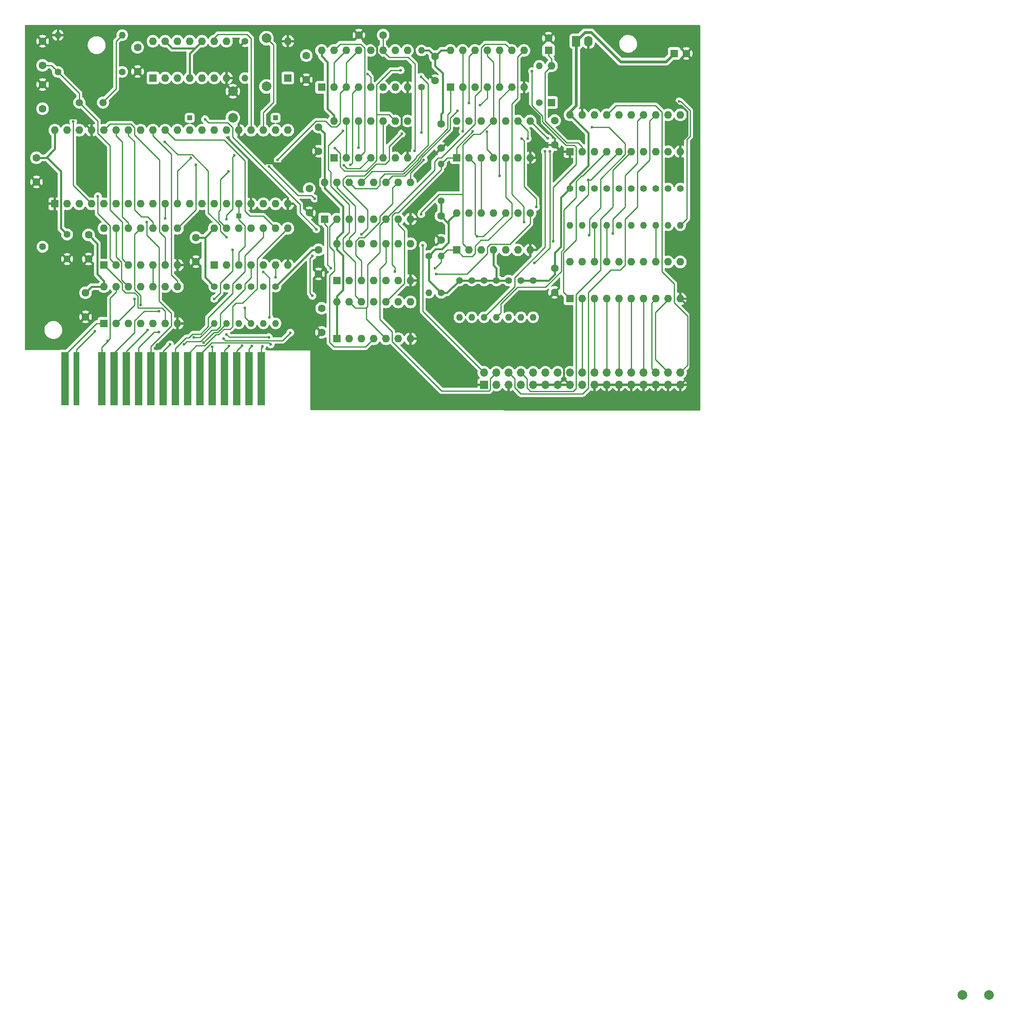
<source format=gbr>
%TF.GenerationSoftware,KiCad,Pcbnew,7.0.9*%
%TF.CreationDate,2024-01-11T00:16:29-03:00*%
%TF.ProjectId,HB-3600_FDC,48422d33-3630-4305-9f46-44432e6b6963,V1.0.0*%
%TF.SameCoordinates,Original*%
%TF.FileFunction,Copper,L1,Top*%
%TF.FilePolarity,Positive*%
%FSLAX46Y46*%
G04 Gerber Fmt 4.6, Leading zero omitted, Abs format (unit mm)*
G04 Created by KiCad (PCBNEW 7.0.9) date 2024-01-11 00:16:29*
%MOMM*%
%LPD*%
G01*
G04 APERTURE LIST*
G04 Aperture macros list*
%AMRoundRect*
0 Rectangle with rounded corners*
0 $1 Rounding radius*
0 $2 $3 $4 $5 $6 $7 $8 $9 X,Y pos of 4 corners*
0 Add a 4 corners polygon primitive as box body*
4,1,4,$2,$3,$4,$5,$6,$7,$8,$9,$2,$3,0*
0 Add four circle primitives for the rounded corners*
1,1,$1+$1,$2,$3*
1,1,$1+$1,$4,$5*
1,1,$1+$1,$6,$7*
1,1,$1+$1,$8,$9*
0 Add four rect primitives between the rounded corners*
20,1,$1+$1,$2,$3,$4,$5,0*
20,1,$1+$1,$4,$5,$6,$7,0*
20,1,$1+$1,$6,$7,$8,$9,0*
20,1,$1+$1,$8,$9,$2,$3,0*%
G04 Aperture macros list end*
%TA.AperFunction,ComponentPad*%
%ADD10R,1.600000X1.600000*%
%TD*%
%TA.AperFunction,ComponentPad*%
%ADD11O,1.600000X1.600000*%
%TD*%
%TA.AperFunction,ComponentPad*%
%ADD12C,1.400000*%
%TD*%
%TA.AperFunction,ComponentPad*%
%ADD13O,1.400000X1.400000*%
%TD*%
%TA.AperFunction,ComponentPad*%
%ADD14R,1.000000X1.000000*%
%TD*%
%TA.AperFunction,ComponentPad*%
%ADD15C,1.440000*%
%TD*%
%TA.AperFunction,ComponentPad*%
%ADD16C,1.600000*%
%TD*%
%TA.AperFunction,ComponentPad*%
%ADD17C,2.000000*%
%TD*%
%TA.AperFunction,ComponentPad*%
%ADD18C,1.500000*%
%TD*%
%TA.AperFunction,ComponentPad*%
%ADD19RoundRect,0.250000X-0.620000X-0.845000X0.620000X-0.845000X0.620000X0.845000X-0.620000X0.845000X0*%
%TD*%
%TA.AperFunction,ComponentPad*%
%ADD20O,1.740000X2.190000*%
%TD*%
%TA.AperFunction,SMDPad,CuDef*%
%ADD21R,1.600000X11.000000*%
%TD*%
%TA.AperFunction,SMDPad,CuDef*%
%ADD22R,1.300000X11.000000*%
%TD*%
%TA.AperFunction,ComponentPad*%
%ADD23R,1.700000X1.700000*%
%TD*%
%TA.AperFunction,ComponentPad*%
%ADD24O,1.700000X1.700000*%
%TD*%
%TA.AperFunction,ViaPad*%
%ADD25C,0.600000*%
%TD*%
%TA.AperFunction,ViaPad*%
%ADD26C,0.800000*%
%TD*%
%TA.AperFunction,Conductor*%
%ADD27C,0.250000*%
%TD*%
%TA.AperFunction,Conductor*%
%ADD28C,0.400000*%
%TD*%
%TA.AperFunction,Conductor*%
%ADD29C,0.600000*%
%TD*%
%TA.AperFunction,Conductor*%
%ADD30C,0.500000*%
%TD*%
G04 APERTURE END LIST*
D10*
%TO.P,U14,1*%
%TO.N,/~{DCHG}*%
X91440000Y-116840000D03*
D11*
%TO.P,U14,2*%
%TO.N,Net-(U9B-~{S})*%
X93980000Y-116840000D03*
%TO.P,U14,3*%
%TO.N,/~{TR_00}*%
X96520000Y-116840000D03*
%TO.P,U14,4*%
%TO.N,Net-(U10-Pad11)*%
X99060000Y-116840000D03*
%TO.P,U14,5*%
%TO.N,/~{R_DATA}*%
X101600000Y-116840000D03*
%TO.P,U14,6*%
%TO.N,Net-(U10-Pad1)*%
X104140000Y-116840000D03*
%TO.P,U14,7,GND*%
%TO.N,GNDD*%
X106680000Y-116840000D03*
%TO.P,U14,8*%
%TO.N,Net-(U4-READY)*%
X106680000Y-109220000D03*
%TO.P,U14,9*%
%TO.N,/~{READY}*%
X104140000Y-109220000D03*
%TO.P,U14,10*%
%TO.N,Net-(U10-Pad5)*%
X101600000Y-109220000D03*
%TO.P,U14,11*%
%TO.N,/~{W_PROTECT}*%
X99060000Y-109220000D03*
%TO.P,U14,12*%
%TO.N,Net-(U10-Pad13)*%
X96520000Y-109220000D03*
%TO.P,U14,13*%
%TO.N,/~{INDEX}*%
X93980000Y-109220000D03*
%TO.P,U14,14,VCC*%
%TO.N,+5VD*%
X91440000Y-109220000D03*
%TD*%
D10*
%TO.P,U5,1*%
%TO.N,/~{WE}*%
X139065000Y-82550000D03*
D11*
%TO.P,U5,2*%
%TO.N,Net-(U5-Pad13)*%
X141605000Y-82550000D03*
%TO.P,U5,3*%
%TO.N,Net-(U2B-E)*%
X144145000Y-82550000D03*
%TO.P,U5,4*%
%TO.N,Net-(U10-Pad8)*%
X146685000Y-82550000D03*
%TO.P,U5,5*%
%TO.N,/~{CS}*%
X149225000Y-82550000D03*
%TO.P,U5,6*%
%TO.N,Net-(U5-Pad13)*%
X151765000Y-82550000D03*
%TO.P,U5,7,GND*%
%TO.N,GNDD*%
X154305000Y-82550000D03*
%TO.P,U5,8*%
%TO.N,Net-(U4-~{CS})*%
X154305000Y-74930000D03*
%TO.P,U5,9*%
%TO.N,/A2*%
X151765000Y-74930000D03*
%TO.P,U5,10*%
%TO.N,/~{CS}*%
X149225000Y-74930000D03*
%TO.P,U5,11*%
%TO.N,Net-(U2A-E)*%
X146685000Y-74930000D03*
%TO.P,U5,12*%
%TO.N,/~{RE}*%
X144145000Y-74930000D03*
%TO.P,U5,13*%
%TO.N,Net-(U5-Pad13)*%
X141605000Y-74930000D03*
%TO.P,U5,14,VCC*%
%TO.N,+5VD*%
X139065000Y-74930000D03*
%TD*%
D10*
%TO.P,U12,1*%
%TO.N,Net-(U9B-~{Q})*%
X139700000Y-107950000D03*
D11*
%TO.P,U12,2*%
%TO.N,/~{DCHGR}*%
X142240000Y-107950000D03*
%TO.P,U12,3*%
%TO.N,Net-(U8-Q2)*%
X144780000Y-107950000D03*
%TO.P,U12,4*%
%TO.N,/~{IN_USE}*%
X147320000Y-107950000D03*
%TO.P,U12,5*%
%TO.N,Net-(R7-Pad2)*%
X149860000Y-107950000D03*
%TO.P,U12,6*%
%TO.N,/~{MRST}*%
X152400000Y-107950000D03*
%TO.P,U12,7,GND*%
%TO.N,GNDD*%
X154940000Y-107950000D03*
%TO.P,U12,8*%
%TO.N,/~{DRQ}*%
X154940000Y-100330000D03*
%TO.P,U12,9*%
%TO.N,Net-(U4-DRQ)*%
X152400000Y-100330000D03*
%TO.P,U12,10*%
%TO.N,/~{IRQ}*%
X149860000Y-100330000D03*
%TO.P,U12,11*%
%TO.N,Net-(U4-INTRQ)*%
X147320000Y-100330000D03*
%TO.P,U12,12*%
%TO.N,/~{M_ON}*%
X144780000Y-100330000D03*
%TO.P,U12,13*%
%TO.N,Net-(U8-Q3)*%
X142240000Y-100330000D03*
%TO.P,U12,14,VCC*%
%TO.N,+5VD*%
X139700000Y-100330000D03*
%TD*%
D12*
%TO.P,R2,1*%
%TO.N,Net-(C16-Pad1)*%
X95250000Y-64770000D03*
D13*
%TO.P,R2,2*%
%TO.N,Net-(U1B-C)*%
X95250000Y-57150000D03*
%TD*%
D10*
%TO.P,U3,1*%
%TO.N,Net-(U8-~{Q3})*%
X163195000Y-67945000D03*
D11*
%TO.P,U3,2*%
%TO.N,/7FFD_RE*%
X165735000Y-67945000D03*
%TO.P,U3,3*%
%TO.N,/D7*%
X168275000Y-67945000D03*
%TO.P,U3,4*%
%TO.N,Net-(U8-~{Q2})*%
X170815000Y-67945000D03*
%TO.P,U3,5*%
%TO.N,/7FFD_RE*%
X173355000Y-67945000D03*
%TO.P,U3,6*%
%TO.N,/D6*%
X175895000Y-67945000D03*
%TO.P,U3,7,GND*%
%TO.N,GNDD*%
X178435000Y-67945000D03*
%TO.P,U3,8*%
%TO.N,/D1*%
X178435000Y-60325000D03*
%TO.P,U3,9*%
%TO.N,Net-(U8-~{Q1})*%
X175895000Y-60325000D03*
%TO.P,U3,10*%
%TO.N,/7FFD_RE*%
X173355000Y-60325000D03*
%TO.P,U3,11*%
%TO.N,/D0*%
X170815000Y-60325000D03*
%TO.P,U3,12*%
%TO.N,Net-(U8-~{Q0})*%
X168275000Y-60325000D03*
%TO.P,U3,13*%
%TO.N,/7FFD_RE*%
X165735000Y-60325000D03*
%TO.P,U3,14,VCC*%
%TO.N,+5VD*%
X163195000Y-60325000D03*
%TD*%
D14*
%TO.P,TP3,1,Pin_1*%
%TO.N,Net-(TP3-Pin_1)*%
X119380000Y-94615000D03*
%TD*%
D12*
%TO.P,RBD8,1*%
%TO.N,+5VD*%
X205740000Y-88900000D03*
D13*
%TO.P,RBD8,2*%
%TO.N,/D5*%
X205740000Y-96520000D03*
%TD*%
D10*
%TO.P,U2,1,E*%
%TO.N,Net-(U2A-E)*%
X136525000Y-67945000D03*
D11*
%TO.P,U2,2,A0*%
%TO.N,/A0*%
X139065000Y-67945000D03*
%TO.P,U2,3,A1*%
%TO.N,/A1*%
X141605000Y-67945000D03*
%TO.P,U2,4,O0*%
%TO.N,Net-(U2A-O0)*%
X144145000Y-67945000D03*
%TO.P,U2,5,O1*%
%TO.N,Net-(U2A-O1)*%
X146685000Y-67945000D03*
%TO.P,U2,6,O2*%
%TO.N,unconnected-(U2A-O2-Pad6)*%
X149225000Y-67945000D03*
%TO.P,U2,7,O3*%
%TO.N,unconnected-(U2A-O3-Pad7)*%
X151765000Y-67945000D03*
%TO.P,U2,8,GND*%
%TO.N,GNDD*%
X154305000Y-67945000D03*
%TO.P,U2,9,O3*%
%TO.N,unconnected-(U2B-O3-Pad9)*%
X154305000Y-60325000D03*
%TO.P,U2,10,O2*%
%TO.N,unconnected-(U2B-O2-Pad10)*%
X151765000Y-60325000D03*
%TO.P,U2,11,O1*%
%TO.N,/~{7FFD_WE}*%
X149225000Y-60325000D03*
%TO.P,U2,12,O0*%
%TO.N,/~{7FFC_WE}*%
X146685000Y-60325000D03*
%TO.P,U2,13,A1*%
%TO.N,/A1*%
X144145000Y-60325000D03*
%TO.P,U2,14,A0*%
%TO.N,/A0*%
X141605000Y-60325000D03*
%TO.P,U2,15,E*%
%TO.N,Net-(U2B-E)*%
X139065000Y-60325000D03*
%TO.P,U2,16,VCC*%
%TO.N,+5VD*%
X136525000Y-60325000D03*
%TD*%
D10*
%TO.P,U9,1,~{R}*%
%TO.N,/~{MRST}*%
X164465000Y-101625400D03*
D11*
%TO.P,U9,2,D*%
%TO.N,/D0*%
X167005000Y-101625400D03*
%TO.P,U9,3,C*%
%TO.N,/~{7FFC_WE}*%
X169545000Y-101625400D03*
%TO.P,U9,4,~{S}*%
%TO.N,+5VD*%
X172085000Y-101625400D03*
%TO.P,U9,5,Q*%
%TO.N,Net-(U9A-Q)*%
X174625000Y-101625400D03*
%TO.P,U9,6,~{Q}*%
%TO.N,Net-(U9A-~{Q})*%
X177165000Y-101625400D03*
%TO.P,U9,7,GND*%
%TO.N,GNDD*%
X179705000Y-101625400D03*
%TO.P,U9,8,~{Q}*%
%TO.N,Net-(U9B-~{Q})*%
X179705000Y-94005400D03*
%TO.P,U9,9,Q*%
%TO.N,unconnected-(U9B-Q-Pad9)*%
X177165000Y-94005400D03*
%TO.P,U9,10,~{S}*%
%TO.N,Net-(U9B-~{S})*%
X174625000Y-94005400D03*
%TO.P,U9,11,C*%
%TO.N,/~{7FFD_WE}*%
X172085000Y-94005400D03*
%TO.P,U9,12,D*%
%TO.N,/D2*%
X169545000Y-94005400D03*
%TO.P,U9,13,~{R}*%
%TO.N,+5VD*%
X167005000Y-94005400D03*
%TO.P,U9,14,VCC*%
X164465000Y-94005400D03*
%TD*%
D12*
%TO.P,RBC3,1*%
%TO.N,+5VD*%
X170180000Y-107950000D03*
D13*
%TO.P,RBC3,2*%
%TO.N,/~{FDC_RE}*%
X170180000Y-115570000D03*
%TD*%
D15*
%TO.P,RV1,1*%
%TO.N,+5VD*%
X83820000Y-98425000D03*
%TO.P,RV1,2*%
%TO.N,Net-(U4-RPW)*%
X78740000Y-100965000D03*
%TO.P,RV1,3*%
%TO.N,GNDD*%
X83820000Y-103505000D03*
%TD*%
D12*
%TO.P,RBD5,1*%
%TO.N,+5VD*%
X198120000Y-88900000D03*
D13*
%TO.P,RBD5,2*%
%TO.N,/D2*%
X198120000Y-96520000D03*
%TD*%
D16*
%TO.P,C19,1*%
%TO.N,/~{7FFD_WE}*%
X149265000Y-57150000D03*
%TO.P,C19,2*%
%TO.N,GNDD*%
X144265000Y-57150000D03*
%TD*%
D12*
%TO.P,RBF4,1*%
%TO.N,+5VD*%
X121920000Y-109220000D03*
D13*
%TO.P,RBF4,2*%
%TO.N,/~{W_PROTECT}*%
X121920000Y-116840000D03*
%TD*%
D12*
%TO.P,RBD3,1*%
%TO.N,+5VD*%
X193040000Y-88900000D03*
D13*
%TO.P,RBD3,2*%
%TO.N,/D0*%
X193040000Y-96520000D03*
%TD*%
D12*
%TO.P,RBD9,1*%
%TO.N,+5VD*%
X208280000Y-88900000D03*
D13*
%TO.P,RBD9,2*%
%TO.N,/D6*%
X208280000Y-96520000D03*
%TD*%
D17*
%TO.P,CV1,1*%
%TO.N,N/C*%
X269234833Y-255843000D03*
%TO.P,CV1,2*%
X274734833Y-255843000D03*
%TD*%
%TO.P,CV1,1*%
%TO.N,Net-(U4-VCO)*%
X118150000Y-74276400D03*
%TO.P,CV1,2*%
%TO.N,GNDD*%
X118150000Y-68776400D03*
%TD*%
D12*
%TO.P,RBD6,1*%
%TO.N,+5VD*%
X200660000Y-88900000D03*
D13*
%TO.P,RBD6,2*%
%TO.N,/D3*%
X200660000Y-96520000D03*
%TD*%
D16*
%TO.P,C15,1*%
%TO.N,+5VD*%
X136525000Y-113705000D03*
%TO.P,C15,2*%
%TO.N,GNDD*%
X136525000Y-118705000D03*
%TD*%
D14*
%TO.P,TP2,1,Pin_1*%
%TO.N,Net-(TP2-Pin_1)*%
X127000000Y-74295000D03*
%TD*%
D18*
%TO.P,Y1,1,1*%
%TO.N,Net-(C16-Pad1)*%
X86360000Y-71120000D03*
%TO.P,Y1,2,2*%
%TO.N,Net-(U1B-C)*%
X91260000Y-71120000D03*
%TD*%
D12*
%TO.P,R6,1*%
%TO.N,+5VD*%
X161264600Y-91440000D03*
D13*
%TO.P,R6,2*%
%TO.N,/7FFD_RE*%
X161264600Y-83820000D03*
%TD*%
D16*
%TO.P,C12,1*%
%TO.N,+5VD*%
X135890000Y-101600000D03*
%TO.P,C12,2*%
%TO.N,GNDD*%
X135890000Y-106600000D03*
%TD*%
D12*
%TO.P,RBC2,1*%
%TO.N,+5VD*%
X167640000Y-107950000D03*
D13*
%TO.P,RBC2,2*%
%TO.N,/~{FDC_CS}*%
X167640000Y-115570000D03*
%TD*%
D16*
%TO.P,C16,1*%
%TO.N,Net-(C16-Pad1)*%
X78740000Y-63420000D03*
%TO.P,C16,2*%
%TO.N,GNDD*%
X78740000Y-58420000D03*
%TD*%
D10*
%TO.P,U10,1*%
%TO.N,Net-(U10-Pad1)*%
X91440000Y-104775000D03*
D11*
%TO.P,U10,2*%
%TO.N,Net-(U4-~{RAW_READ})*%
X93980000Y-104775000D03*
%TO.P,U10,3*%
%TO.N,Net-(C16-Pad1)*%
X96520000Y-104775000D03*
%TO.P,U10,4*%
%TO.N,Net-(U1B-C)*%
X99060000Y-104775000D03*
%TO.P,U10,5*%
%TO.N,Net-(U10-Pad5)*%
X101600000Y-104775000D03*
%TO.P,U10,6*%
%TO.N,Net-(U4-~{WPRT})*%
X104140000Y-104775000D03*
%TO.P,U10,7,GND*%
%TO.N,GNDD*%
X106680000Y-104775000D03*
%TO.P,U10,8*%
%TO.N,Net-(U10-Pad8)*%
X106680000Y-97155000D03*
%TO.P,U10,9*%
%TO.N,/A2*%
X104140000Y-97155000D03*
%TO.P,U10,10*%
%TO.N,Net-(U4-~{TR00})*%
X101600000Y-97155000D03*
%TO.P,U10,11*%
%TO.N,Net-(U10-Pad11)*%
X99060000Y-97155000D03*
%TO.P,U10,12*%
%TO.N,Net-(U4-~{IP})*%
X96520000Y-97155000D03*
%TO.P,U10,13*%
%TO.N,Net-(U10-Pad13)*%
X93980000Y-97155000D03*
%TO.P,U10,14,VCC*%
%TO.N,+5VD*%
X91440000Y-97155000D03*
%TD*%
D10*
%TO.P,U4,1,ENP*%
%TO.N,GNDD*%
X81280000Y-92075000D03*
D11*
%TO.P,U4,2,~{WE}*%
%TO.N,/~{WE}*%
X83820000Y-92075000D03*
%TO.P,U4,3,~{CS}*%
%TO.N,Net-(U4-~{CS})*%
X86360000Y-92075000D03*
%TO.P,U4,4,~{RE}*%
%TO.N,/~{RE}*%
X88900000Y-92075000D03*
%TO.P,U4,5,A0*%
%TO.N,/AO*%
X91440000Y-92075000D03*
%TO.P,U4,6,A1*%
%TO.N,/A1*%
X93980000Y-92075000D03*
%TO.P,U4,7,DAL0*%
%TO.N,/D0*%
X96520000Y-92075000D03*
%TO.P,U4,8,DAL1*%
%TO.N,/D1*%
X99060000Y-92075000D03*
%TO.P,U4,9,DAL2*%
%TO.N,/D2*%
X101600000Y-92075000D03*
%TO.P,U4,10,DAL3*%
%TO.N,/D3*%
X104140000Y-92075000D03*
%TO.P,U4,11,DAL4*%
%TO.N,/D4*%
X106680000Y-92075000D03*
%TO.P,U4,12,DAL5*%
%TO.N,/D5*%
X109220000Y-92075000D03*
%TO.P,U4,13,DAL6*%
%TO.N,/D6*%
X111760000Y-92075000D03*
%TO.P,U4,14,DAL7*%
%TO.N,/D7*%
X114300000Y-92075000D03*
%TO.P,U4,15,STEP*%
%TO.N,Net-(U4-STEP)*%
X116840000Y-92075000D03*
%TO.P,U4,16,DIRC*%
%TO.N,Net-(TP3-Pin_1)*%
X119380000Y-92075000D03*
%TO.P,U4,17,~{5}/8*%
%TO.N,GNDD*%
X121920000Y-92075000D03*
%TO.P,U4,18,RPW*%
%TO.N,Net-(U4-RPW)*%
X124460000Y-92075000D03*
%TO.P,U4,19,~{MR}*%
%TO.N,/~{MRST}*%
X127000000Y-92075000D03*
%TO.P,U4,20,VSS*%
%TO.N,GNDD*%
X129540000Y-92075000D03*
%TO.P,U4,21,VCC*%
%TO.N,+5VD*%
X129540000Y-76835000D03*
%TO.P,U4,22,~{TEST}*%
%TO.N,Net-(TP2-Pin_1)*%
X127000000Y-76835000D03*
%TO.P,U4,23,PUMP*%
%TO.N,Net-(U4-PUMP)*%
X124460000Y-76835000D03*
%TO.P,U4,24,CLK*%
%TO.N,/CLK*%
X121920000Y-76835000D03*
%TO.P,U4,25,~{ENMF}*%
%TO.N,GNDD*%
X119380000Y-76835000D03*
%TO.P,U4,26,VCO*%
%TO.N,Net-(U4-VCO)*%
X116840000Y-76835000D03*
%TO.P,U4,27,~{RAW_READ}*%
%TO.N,Net-(U4-~{RAW_READ})*%
X114300000Y-76835000D03*
%TO.P,U4,28,HLD*%
%TO.N,unconnected-(U4-HLD-Pad28)*%
X111760000Y-76835000D03*
%TO.P,U4,29,TG43*%
%TO.N,Net-(TP1-Pin_1)*%
X109220000Y-76835000D03*
%TO.P,U4,30,WG*%
%TO.N,Net-(U4-WG)*%
X106680000Y-76835000D03*
%TO.P,U4,31,WD*%
%TO.N,Net-(U4-WD)*%
X104140000Y-76835000D03*
%TO.P,U4,32,READY*%
%TO.N,Net-(U4-READY)*%
X101600000Y-76835000D03*
%TO.P,U4,33,WPW*%
%TO.N,unconnected-(U4-WPW-Pad33)*%
X99060000Y-76835000D03*
%TO.P,U4,34,~{TR00}*%
%TO.N,Net-(U4-~{TR00})*%
X96520000Y-76835000D03*
%TO.P,U4,35,~{IP}*%
%TO.N,Net-(U4-~{IP})*%
X93980000Y-76835000D03*
%TO.P,U4,36,~{WPRT}*%
%TO.N,Net-(U4-~{WPRT})*%
X91440000Y-76835000D03*
%TO.P,U4,37,~{DDEN}*%
%TO.N,GNDD*%
X88900000Y-76835000D03*
%TO.P,U4,38,DRQ*%
%TO.N,Net-(U4-DRQ)*%
X86360000Y-76835000D03*
%TO.P,U4,39,INTRQ*%
%TO.N,Net-(U4-INTRQ)*%
X83820000Y-76835000D03*
%TO.P,U4,40,HLT*%
%TO.N,+5VD*%
X81280000Y-76835000D03*
%TD*%
D16*
%TO.P,C5,1*%
%TO.N,+5VD*%
X135890000Y-76200000D03*
%TO.P,C5,2*%
%TO.N,GNDD*%
X135890000Y-81200000D03*
%TD*%
%TO.P,C11,1*%
%TO.N,+5VD*%
X110490000Y-99060000D03*
%TO.P,C11,2*%
%TO.N,GNDD*%
X110490000Y-104060000D03*
%TD*%
%TO.P,C1,1*%
%TO.N,+5VD*%
X98425000Y-59690000D03*
%TO.P,C1,2*%
%TO.N,GNDD*%
X98425000Y-64690000D03*
%TD*%
D10*
%TO.P,U7,1,OEa*%
%TO.N,GNDD*%
X187960000Y-81280000D03*
D11*
%TO.P,U7,2,I0a*%
%TO.N,Net-(D2-A)*%
X190500000Y-81280000D03*
%TO.P,U7,3,O3b*%
%TO.N,/~{RESET}*%
X193040000Y-81280000D03*
%TO.P,U7,4,I1a*%
%TO.N,/FDC_A0*%
X195580000Y-81280000D03*
%TO.P,U7,5,O2b*%
%TO.N,/~{RE}*%
X198120000Y-81280000D03*
%TO.P,U7,6,I2a*%
%TO.N,/~{FDC_CS}*%
X200660000Y-81280000D03*
%TO.P,U7,7,O1b*%
%TO.N,/~{WE}*%
X203200000Y-81280000D03*
%TO.P,U7,8,I3a*%
%TO.N,/FDC_A1*%
X205740000Y-81280000D03*
%TO.P,U7,9,O0b*%
%TO.N,/A2*%
X208280000Y-81280000D03*
%TO.P,U7,10,GND*%
%TO.N,GNDD*%
X210820000Y-81280000D03*
%TO.P,U7,11,I0b*%
%TO.N,/FDC_A2*%
X210820000Y-73660000D03*
%TO.P,U7,12,O3a*%
%TO.N,/A1*%
X208280000Y-73660000D03*
%TO.P,U7,13,I1b*%
%TO.N,/~{FDC_WE}*%
X205740000Y-73660000D03*
%TO.P,U7,14,O2a*%
%TO.N,/~{CS}*%
X203200000Y-73660000D03*
%TO.P,U7,15,I2b*%
%TO.N,/~{FDC_RE}*%
X200660000Y-73660000D03*
%TO.P,U7,16,O1a*%
%TO.N,/AO*%
X198120000Y-73660000D03*
%TO.P,U7,17,I3b*%
%TO.N,/~{FDC_RESET}*%
X195580000Y-73660000D03*
%TO.P,U7,18,O0a*%
%TO.N,/~{Cold_PW_ON}*%
X193040000Y-73660000D03*
%TO.P,U7,19,OEb*%
%TO.N,GNDD*%
X190500000Y-73660000D03*
%TO.P,U7,20,VCC*%
%TO.N,+5VD*%
X187960000Y-73660000D03*
%TD*%
D16*
%TO.P,C14,1*%
%TO.N,GNDD*%
X87630000Y-115490000D03*
%TO.P,C14,2*%
%TO.N,+5VD*%
X87630000Y-110490000D03*
%TD*%
D12*
%TO.P,RBC5,1*%
%TO.N,+5VD*%
X175260000Y-107950000D03*
D13*
%TO.P,RBC5,2*%
%TO.N,/FDC_A1*%
X175260000Y-115570000D03*
%TD*%
D10*
%TO.P,U11,1*%
%TO.N,Net-(U9A-Q)*%
X114300000Y-104775000D03*
D11*
%TO.P,U11,2*%
%TO.N,/~{SIDE_SEL}*%
X116840000Y-104775000D03*
%TO.P,U11,3*%
%TO.N,Net-(TP3-Pin_1)*%
X119380000Y-104775000D03*
%TO.P,U11,4*%
%TO.N,/~{DIRECTION}*%
X121920000Y-104775000D03*
%TO.P,U11,5*%
%TO.N,Net-(U2A-O1)*%
X124460000Y-104775000D03*
%TO.P,U11,6*%
%TO.N,/7FFD_RE*%
X127000000Y-104775000D03*
%TO.P,U11,7,GND*%
%TO.N,GNDD*%
X129540000Y-104775000D03*
%TO.P,U11,8*%
%TO.N,/~{W_DATA}*%
X129540000Y-97155000D03*
%TO.P,U11,9*%
%TO.N,Net-(U4-WD)*%
X127000000Y-97155000D03*
%TO.P,U11,10*%
%TO.N,/~{STEP}*%
X124460000Y-97155000D03*
%TO.P,U11,11*%
%TO.N,Net-(U4-STEP)*%
X121920000Y-97155000D03*
%TO.P,U11,12*%
%TO.N,/7FFC_RE*%
X119380000Y-97155000D03*
%TO.P,U11,13*%
%TO.N,Net-(U2A-O0)*%
X116840000Y-97155000D03*
%TO.P,U11,14,VCC*%
%TO.N,+5VD*%
X114300000Y-97155000D03*
%TD*%
D10*
%TO.P,D1,1,K*%
%TO.N,Net-(D1-K)*%
X129540000Y-66040000D03*
D11*
%TO.P,D1,2,A*%
%TO.N,GNDD*%
X129540000Y-58420000D03*
%TD*%
D12*
%TO.P,RBF5,1*%
%TO.N,+5VD*%
X124460000Y-109220000D03*
D13*
%TO.P,RBF5,2*%
%TO.N,/~{R_DATA}*%
X124460000Y-116840000D03*
%TD*%
D11*
%TO.P,U13,20,VCC*%
%TO.N,+5VD*%
X187960000Y-104114600D03*
%TO.P,U13,19,CE*%
%TO.N,/~{CS}*%
X190500000Y-104114600D03*
%TO.P,U13,18,B0*%
%TO.N,/D0*%
X193040000Y-104114600D03*
%TO.P,U13,17,B1*%
%TO.N,/D1*%
X195580000Y-104114600D03*
%TO.P,U13,16,B2*%
%TO.N,/D2*%
X198120000Y-104114600D03*
%TO.P,U13,15,B3*%
%TO.N,/D3*%
X200660000Y-104114600D03*
%TO.P,U13,14,B4*%
%TO.N,/D4*%
X203200000Y-104114600D03*
%TO.P,U13,13,B5*%
%TO.N,/D5*%
X205740000Y-104114600D03*
%TO.P,U13,12,B6*%
%TO.N,/D6*%
X208280000Y-104114600D03*
%TO.P,U13,11,B7*%
%TO.N,/D7*%
X210820000Y-104114600D03*
%TO.P,U13,10,GND*%
%TO.N,GNDD*%
X210820000Y-111734600D03*
%TO.P,U13,9,A7*%
%TO.N,/FDC_D7*%
X208280000Y-111734600D03*
%TO.P,U13,8,A6*%
%TO.N,/FDC_D6*%
X205740000Y-111734600D03*
%TO.P,U13,7,A5*%
%TO.N,/FDC_D5*%
X203200000Y-111734600D03*
%TO.P,U13,6,A4*%
%TO.N,/FDC_D4*%
X200660000Y-111734600D03*
%TO.P,U13,5,A3*%
%TO.N,/FDC_D3*%
X198120000Y-111734600D03*
%TO.P,U13,4,A2*%
%TO.N,/FDC_D2*%
X195580000Y-111734600D03*
%TO.P,U13,3,A1*%
%TO.N,/FDC_D1*%
X193040000Y-111734600D03*
%TO.P,U13,2,A0*%
%TO.N,/FDC_D0*%
X190500000Y-111734600D03*
D10*
%TO.P,U13,1,A->B*%
%TO.N,/~{RE}*%
X187960000Y-111734600D03*
%TD*%
D12*
%TO.P,R7,1*%
%TO.N,+5VD*%
X158750000Y-102870000D03*
D13*
%TO.P,R7,2*%
%TO.N,Net-(R7-Pad2)*%
X158750000Y-110490000D03*
%TD*%
D12*
%TO.P,RBD4,1*%
%TO.N,+5VD*%
X195580000Y-88900000D03*
D13*
%TO.P,RBD4,2*%
%TO.N,/D1*%
X195580000Y-96520000D03*
%TD*%
D12*
%TO.P,RBF6,1*%
%TO.N,+5VD*%
X127000000Y-109220000D03*
D13*
%TO.P,RBF6,2*%
%TO.N,/~{READY}*%
X127000000Y-116840000D03*
%TD*%
D10*
%TO.P,C21,1*%
%TO.N,+5VD*%
X209550000Y-60960000D03*
D16*
%TO.P,C21,2*%
%TO.N,GNDD*%
X212050000Y-60960000D03*
%TD*%
D12*
%TO.P,RBF1,1*%
%TO.N,+5VD*%
X114300000Y-109220000D03*
D13*
%TO.P,RBF1,2*%
%TO.N,/~{DCHG}*%
X114300000Y-116840000D03*
%TD*%
D19*
%TO.P,CN3,1,Pin_1*%
%TO.N,+5VD*%
X189230000Y-58420000D03*
D20*
%TO.P,CN3,2,Pin_2*%
%TO.N,GNDD*%
X191770000Y-58420000D03*
%TD*%
D12*
%TO.P,R4,1*%
%TO.N,/7FFC_RE*%
X157226000Y-67945000D03*
D13*
%TO.P,R4,2*%
%TO.N,+5VD*%
X157226000Y-60325000D03*
%TD*%
D14*
%TO.P,TP1,1,Pin_1*%
%TO.N,Net-(TP1-Pin_1)*%
X109220000Y-74295000D03*
%TD*%
D12*
%TO.P,RBD2,1*%
%TO.N,+5VD*%
X190500000Y-88900000D03*
D13*
%TO.P,RBD2,2*%
%TO.N,Net-(U4-INTRQ)*%
X190500000Y-96520000D03*
%TD*%
D16*
%TO.P,C8,1*%
%TO.N,+5VD*%
X133985000Y-88940000D03*
%TO.P,C8,2*%
%TO.N,GNDD*%
X133985000Y-93940000D03*
%TD*%
D12*
%TO.P,RBC4,1*%
%TO.N,+5VD*%
X172720000Y-107950000D03*
D13*
%TO.P,RBC4,2*%
%TO.N,/FDC_A0*%
X172720000Y-115570000D03*
%TD*%
D16*
%TO.P,C7,1*%
%TO.N,+5VD*%
X184785000Y-74853800D03*
%TO.P,C7,2*%
%TO.N,GNDD*%
X184785000Y-79853800D03*
%TD*%
D12*
%TO.P,RBC6,1*%
%TO.N,+5VD*%
X177800000Y-107950000D03*
D13*
%TO.P,RBC6,2*%
%TO.N,/FDC_A2*%
X177800000Y-115570000D03*
%TD*%
D12*
%TO.P,RBD1,1*%
%TO.N,+5VD*%
X187960000Y-88900000D03*
D13*
%TO.P,RBD1,2*%
%TO.N,Net-(U4-DRQ)*%
X187960000Y-96520000D03*
%TD*%
D10*
%TO.P,D2,1,K*%
%TO.N,+5VD*%
X184150000Y-71120000D03*
D11*
%TO.P,D2,2,A*%
%TO.N,Net-(D2-A)*%
X184150000Y-63500000D03*
%TD*%
D10*
%TO.P,U1,1,~{R}*%
%TO.N,+5VD*%
X101600000Y-66040000D03*
D11*
%TO.P,U1,2,D*%
X104140000Y-66040000D03*
%TO.P,U1,3,C*%
X106680000Y-66040000D03*
%TO.P,U1,4,~{S}*%
X109220000Y-66040000D03*
%TO.P,U1,5,Q*%
%TO.N,unconnected-(U1A-Q-Pad5)*%
X111760000Y-66040000D03*
%TO.P,U1,6,~{Q}*%
%TO.N,unconnected-(U1A-~{Q}-Pad6)*%
X114300000Y-66040000D03*
%TO.P,U1,7,GND*%
%TO.N,GNDD*%
X116840000Y-66040000D03*
%TO.P,U1,8,~{Q}*%
%TO.N,Net-(U1B-D)*%
X116840000Y-58420000D03*
%TO.P,U1,9,Q*%
%TO.N,/CLK*%
X114300000Y-58420000D03*
%TO.P,U1,10,~{S}*%
%TO.N,+5VD*%
X111760000Y-58420000D03*
%TO.P,U1,11,C*%
%TO.N,Net-(U1B-C)*%
X109220000Y-58420000D03*
%TO.P,U1,12,D*%
%TO.N,Net-(U1B-D)*%
X106680000Y-58420000D03*
%TO.P,U1,13,~{R}*%
%TO.N,+5VD*%
X104140000Y-58420000D03*
%TO.P,U1,14,VCC*%
X101600000Y-58420000D03*
%TD*%
D12*
%TO.P,R8,1*%
%TO.N,+5VD*%
X161290000Y-110515400D03*
D13*
%TO.P,R8,2*%
%TO.N,/~{MRST}*%
X161290000Y-102895400D03*
%TD*%
D12*
%TO.P,RBD7,1*%
%TO.N,+5VD*%
X203200000Y-88900000D03*
D13*
%TO.P,RBD7,2*%
%TO.N,/D4*%
X203200000Y-96520000D03*
%TD*%
D10*
%TO.P,U6,1*%
%TO.N,/7FFD_RE*%
X164465000Y-82550000D03*
D11*
%TO.P,U6,2*%
%TO.N,Net-(U9B-~{S})*%
X167005000Y-82550000D03*
%TO.P,U6,3*%
%TO.N,/D2*%
X169545000Y-82550000D03*
%TO.P,U6,4*%
%TO.N,Net-(U4-WG)*%
X172085000Y-82550000D03*
%TO.P,U6,5*%
%TO.N,/~{MRST}*%
X174625000Y-82550000D03*
%TO.P,U6,6*%
%TO.N,/~{W_GATE}*%
X177165000Y-82550000D03*
%TO.P,U6,7,GND*%
%TO.N,GNDD*%
X179705000Y-82550000D03*
%TO.P,U6,8*%
%TO.N,Net-(R7-Pad2)*%
X179705000Y-74930000D03*
%TO.P,U6,9*%
%TO.N,/~{RESET}*%
X177165000Y-74930000D03*
%TO.P,U6,10*%
%TO.N,/~{Cold_PW_ON}*%
X174625000Y-74930000D03*
%TO.P,U6,11*%
%TO.N,/D0*%
X172085000Y-74930000D03*
%TO.P,U6,12*%
%TO.N,Net-(U9A-~{Q})*%
X169545000Y-74930000D03*
%TO.P,U6,13*%
%TO.N,/7FFC_RE*%
X167005000Y-74930000D03*
%TO.P,U6,14,VCC*%
%TO.N,+5VD*%
X164465000Y-74930000D03*
%TD*%
D16*
%TO.P,C2,1*%
%TO.N,+5VD*%
X133350000Y-61391800D03*
%TO.P,C2,2*%
%TO.N,GNDD*%
X133350000Y-66391800D03*
%TD*%
D12*
%TO.P,RBC1,1*%
%TO.N,+5VD*%
X165074600Y-107950000D03*
D13*
%TO.P,RBC1,2*%
%TO.N,/~{FDC_WE}*%
X165074600Y-115570000D03*
%TD*%
D10*
%TO.P,U15,1*%
%TO.N,+5VD*%
X139700000Y-120015000D03*
D11*
%TO.P,U15,2*%
X142240000Y-120015000D03*
%TO.P,U15,3*%
%TO.N,unconnected-(U15-Pad3)*%
X144780000Y-120015000D03*
%TO.P,U15,4*%
%TO.N,Net-(U8-Q0)*%
X147320000Y-120015000D03*
%TO.P,U15,5*%
%TO.N,Net-(U8-~{Q1})*%
X149860000Y-120015000D03*
%TO.P,U15,6*%
%TO.N,/~{DSEL_1}*%
X152400000Y-120015000D03*
%TO.P,U15,7,GND*%
%TO.N,GNDD*%
X154940000Y-120015000D03*
%TO.P,U15,8*%
%TO.N,/~{DSEL_2}*%
X154940000Y-112395000D03*
%TO.P,U15,9*%
%TO.N,Net-(U8-~{Q0})*%
X152400000Y-112395000D03*
%TO.P,U15,10*%
%TO.N,Net-(U8-Q1)*%
X149860000Y-112395000D03*
%TO.P,U15,11*%
%TO.N,/~{DSEL_0}*%
X147320000Y-112395000D03*
%TO.P,U15,12*%
%TO.N,Net-(U8-~{Q0})*%
X144780000Y-112395000D03*
%TO.P,U15,13*%
%TO.N,Net-(U8-~{Q1})*%
X142240000Y-112395000D03*
%TO.P,U15,14,VCC*%
%TO.N,+5VD*%
X139700000Y-112395000D03*
%TD*%
D16*
%TO.P,C10,1*%
%TO.N,+5VD*%
X88265000Y-98505000D03*
%TO.P,C10,2*%
%TO.N,GNDD*%
X88265000Y-103505000D03*
%TD*%
D17*
%TO.P,C18,1*%
%TO.N,Net-(U4-PUMP)*%
X125095000Y-57785000D03*
%TO.P,C18,2*%
%TO.N,Net-(D1-K)*%
X125095000Y-67785000D03*
%TD*%
D12*
%TO.P,R5,1*%
%TO.N,+5VD*%
X181610000Y-71120000D03*
D13*
%TO.P,R5,2*%
%TO.N,Net-(D2-A)*%
X181610000Y-63500000D03*
%TD*%
D21*
%TO.P,CN2,2,Pin_2*%
%TO.N,/~{DCHG}*%
X83375500Y-128270000D03*
D22*
%TO.P,CN2,4,Pin_4*%
%TO.N,/~{IN_USE}*%
X85725000Y-128257300D03*
D21*
%TO.P,CN2,8,Pin_8*%
%TO.N,/~{INDEX}*%
X90995500Y-128270000D03*
%TO.P,CN2,10,Pin_10*%
%TO.N,/~{DSEL_0}*%
X93535500Y-128270000D03*
%TO.P,CN2,12,Pin_12*%
%TO.N,/~{DSEL_1}*%
X96075500Y-128270000D03*
%TO.P,CN2,14,Pin_14*%
%TO.N,/~{DSEL_2}*%
X98615500Y-128270000D03*
%TO.P,CN2,16,Pin_16*%
%TO.N,/~{M_ON}*%
X101155500Y-128270000D03*
%TO.P,CN2,18,Pin_18*%
%TO.N,/~{DIRECTION}*%
X103695500Y-128270000D03*
%TO.P,CN2,20,Pin_20*%
%TO.N,/~{STEP}*%
X106235500Y-128270000D03*
%TO.P,CN2,22,Pin_22*%
%TO.N,/~{W_DATA}*%
X108775500Y-128270000D03*
%TO.P,CN2,24,Pin_24*%
%TO.N,/~{W_GATE}*%
X111315500Y-128270000D03*
%TO.P,CN2,26,Pin_26*%
%TO.N,/~{TR_00}*%
X113855500Y-128270000D03*
%TO.P,CN2,28,Pin_28*%
%TO.N,/~{W_PROTECT}*%
X116395500Y-128270000D03*
%TO.P,CN2,30,Pin_30*%
%TO.N,/~{R_DATA}*%
X118935500Y-128270000D03*
%TO.P,CN2,32,Pin_32*%
%TO.N,/~{SIDE_SEL}*%
X121475500Y-128270000D03*
%TO.P,CN2,34,Pin_34*%
%TO.N,/~{READY}*%
X124015500Y-128270000D03*
%TD*%
D12*
%TO.P,R1,1*%
%TO.N,Net-(C16-Pad1)*%
X81915000Y-64770000D03*
D13*
%TO.P,R1,2*%
%TO.N,GNDD*%
X81915000Y-57150000D03*
%TD*%
D16*
%TO.P,C17,1*%
%TO.N,Net-(U1B-C)*%
X78740000Y-72390000D03*
%TO.P,C17,2*%
%TO.N,GNDD*%
X78740000Y-67390000D03*
%TD*%
%TO.P,C4,1*%
%TO.N,+5VD*%
X77470000Y-82550000D03*
%TO.P,C4,2*%
%TO.N,GNDD*%
X77470000Y-87550000D03*
%TD*%
D12*
%TO.P,RBC7,1*%
%TO.N,+5VD*%
X180340000Y-107950000D03*
D13*
%TO.P,RBC7,2*%
%TO.N,/~{FDC_RESET}*%
X180340000Y-115570000D03*
%TD*%
D10*
%TO.P,U8,1,~{Mr}*%
%TO.N,/~{MRST}*%
X137160000Y-95250000D03*
D11*
%TO.P,U8,2,Q0*%
%TO.N,Net-(U8-Q0)*%
X139700000Y-95250000D03*
%TO.P,U8,3,~{Q0}*%
%TO.N,Net-(U8-~{Q0})*%
X142240000Y-95250000D03*
%TO.P,U8,4,D0*%
%TO.N,/D0*%
X144780000Y-95250000D03*
%TO.P,U8,5,D1*%
%TO.N,/D1*%
X147320000Y-95250000D03*
%TO.P,U8,6,~{Q1}*%
%TO.N,Net-(U8-~{Q1})*%
X149860000Y-95250000D03*
%TO.P,U8,7,Q1*%
%TO.N,Net-(U8-Q1)*%
X152400000Y-95250000D03*
%TO.P,U8,8,GND*%
%TO.N,GNDD*%
X154940000Y-95250000D03*
%TO.P,U8,9,Cp*%
%TO.N,/~{7FFD_WE}*%
X154940000Y-87630000D03*
%TO.P,U8,10,Q2*%
%TO.N,Net-(U8-Q2)*%
X152400000Y-87630000D03*
%TO.P,U8,11,~{Q2}*%
%TO.N,Net-(U8-~{Q2})*%
X149860000Y-87630000D03*
%TO.P,U8,12,D2*%
%TO.N,/D6*%
X147320000Y-87630000D03*
%TO.P,U8,13,D3*%
%TO.N,/D7*%
X144780000Y-87630000D03*
%TO.P,U8,14,~{Q3}*%
%TO.N,Net-(U8-~{Q3})*%
X142240000Y-87630000D03*
%TO.P,U8,15,Q3*%
%TO.N,Net-(U8-Q3)*%
X139700000Y-87630000D03*
%TO.P,U8,16,VCC*%
%TO.N,+5VD*%
X137160000Y-87630000D03*
%TD*%
D12*
%TO.P,RBF3,1*%
%TO.N,+5VD*%
X119380000Y-109220000D03*
D13*
%TO.P,RBF3,2*%
%TO.N,/~{TR_00}*%
X119380000Y-116840000D03*
%TD*%
D12*
%TO.P,RBD10,1*%
%TO.N,+5VD*%
X210820000Y-88900000D03*
D13*
%TO.P,RBD10,2*%
%TO.N,/D7*%
X210820000Y-96520000D03*
%TD*%
D12*
%TO.P,R3,1*%
%TO.N,GNDD*%
X120650000Y-58420000D03*
D13*
%TO.P,R3,2*%
%TO.N,Net-(D1-K)*%
X120650000Y-66040000D03*
%TD*%
D16*
%TO.P,C6,1*%
%TO.N,+5VD*%
X161290000Y-75565000D03*
%TO.P,C6,2*%
%TO.N,GNDD*%
X161290000Y-80565000D03*
%TD*%
%TO.P,C9,1*%
%TO.N,+5VD*%
X161264600Y-94589600D03*
%TO.P,C9,2*%
%TO.N,GNDD*%
X161264600Y-99589600D03*
%TD*%
D23*
%TO.P,CN1,1,Pin_1*%
%TO.N,GNDD*%
X170180000Y-129540000D03*
D24*
%TO.P,CN1,2,Pin_2*%
%TO.N,/~{DRQ}*%
X170180000Y-127000000D03*
%TO.P,CN1,3,Pin_3*%
%TO.N,unconnected-(CN1-Pin_3-Pad3)*%
X172720000Y-129540000D03*
%TO.P,CN1,4,Pin_4*%
%TO.N,/~{IRQ}*%
X172720000Y-127000000D03*
%TO.P,CN1,5,Pin_5*%
%TO.N,GNDD*%
X175260000Y-129540000D03*
%TO.P,CN1,6,Pin_6*%
%TO.N,/~{FDC_WE}*%
X175260000Y-127000000D03*
%TO.P,CN1,7,Pin_7*%
%TO.N,unconnected-(CN1-Pin_7-Pad7)*%
X177800000Y-129540000D03*
%TO.P,CN1,8,Pin_8*%
%TO.N,/~{FDC_CS}*%
X177800000Y-127000000D03*
%TO.P,CN1,9,Pin_9*%
%TO.N,GNDD*%
X180340000Y-129540000D03*
%TO.P,CN1,10,Pin_10*%
%TO.N,/~{FDC_RE}*%
X180340000Y-127000000D03*
%TO.P,CN1,11,Pin_11*%
%TO.N,GNDD*%
X182880000Y-129540000D03*
%TO.P,CN1,12,Pin_12*%
%TO.N,/FDC_A0*%
X182880000Y-127000000D03*
%TO.P,CN1,13,Pin_13*%
%TO.N,GNDD*%
X185420000Y-129540000D03*
%TO.P,CN1,14,Pin_14*%
%TO.N,/FDC_A1*%
X185420000Y-127000000D03*
%TO.P,CN1,15,Pin_15*%
%TO.N,GNDD*%
X187960000Y-129540000D03*
%TO.P,CN1,16,Pin_16*%
%TO.N,/FDC_A2*%
X187960000Y-127000000D03*
%TO.P,CN1,17,Pin_17*%
%TO.N,GNDD*%
X190500000Y-129540000D03*
%TO.P,CN1,18,Pin_18*%
%TO.N,/FDC_D0*%
X190500000Y-127000000D03*
%TO.P,CN1,19,Pin_19*%
%TO.N,GNDD*%
X193040000Y-129540000D03*
%TO.P,CN1,20,Pin_20*%
%TO.N,/FDC_D1*%
X193040000Y-127000000D03*
%TO.P,CN1,21,Pin_21*%
%TO.N,GNDD*%
X195580000Y-129540000D03*
%TO.P,CN1,22,Pin_22*%
%TO.N,/FDC_D2*%
X195580000Y-127000000D03*
%TO.P,CN1,23,Pin_23*%
%TO.N,GNDD*%
X198120000Y-129540000D03*
%TO.P,CN1,24,Pin_24*%
%TO.N,/FDC_D3*%
X198120000Y-127000000D03*
%TO.P,CN1,25,Pin_25*%
%TO.N,GNDD*%
X200660000Y-129540000D03*
%TO.P,CN1,26,Pin_26*%
%TO.N,/FDC_D4*%
X200660000Y-127000000D03*
%TO.P,CN1,27,Pin_27*%
%TO.N,GNDD*%
X203200000Y-129540000D03*
%TO.P,CN1,28,Pin_28*%
%TO.N,/FDC_D5*%
X203200000Y-127000000D03*
%TO.P,CN1,29,Pin_29*%
%TO.N,GNDD*%
X205740000Y-129540000D03*
%TO.P,CN1,30,Pin_30*%
%TO.N,/FDC_D6*%
X205740000Y-127000000D03*
%TO.P,CN1,31,Pin_31*%
%TO.N,GNDD*%
X208280000Y-129540000D03*
%TO.P,CN1,32,Pin_32*%
%TO.N,/FDC_D7*%
X208280000Y-127000000D03*
%TO.P,CN1,33,Pin_33*%
%TO.N,GNDD*%
X210820000Y-129540000D03*
%TO.P,CN1,34,Pin_34*%
%TO.N,/~{FDC_RESET}*%
X210820000Y-127000000D03*
%TD*%
D10*
%TO.P,C20,1*%
%TO.N,Net-(D2-A)*%
X183515000Y-60285000D03*
D16*
%TO.P,C20,2*%
%TO.N,GNDD*%
X183515000Y-57785000D03*
%TD*%
%TO.P,C13,1*%
%TO.N,+5VD*%
X184785000Y-105410000D03*
%TO.P,C13,2*%
%TO.N,GNDD*%
X184785000Y-110410000D03*
%TD*%
D12*
%TO.P,RBF2,1*%
%TO.N,+5VD*%
X116840000Y-109220000D03*
D13*
%TO.P,RBF2,2*%
%TO.N,/~{INDEX}*%
X116840000Y-116840000D03*
%TD*%
D16*
%TO.P,C3,1*%
%TO.N,+5VD*%
X160020000Y-61595000D03*
%TO.P,C3,2*%
%TO.N,GNDD*%
X160020000Y-66595000D03*
%TD*%
D25*
%TO.N,GNDD*%
X131165600Y-121285000D03*
X132829503Y-121285000D03*
D26*
X102500000Y-121325000D03*
D25*
X132080000Y-121285000D03*
D26*
X103550000Y-121325000D03*
X156489400Y-104309400D03*
D25*
%TO.N,/~{7FFD_WE}*%
X155822750Y-81133850D03*
X157668600Y-82979700D03*
%TO.N,/~{DRQ}*%
X157505400Y-100660200D03*
%TO.N,/~{FDC_RE}*%
X182788189Y-81229200D03*
%TO.N,/~{READY}*%
X124269500Y-121602500D03*
%TO.N,/~{SIDE_SEL}*%
X125730000Y-115607500D03*
X124477300Y-106154600D03*
X122047000Y-121539000D03*
%TO.N,/~{R_DATA}*%
X120015000Y-121456900D03*
%TO.N,/~{W_PROTECT}*%
X117317450Y-121508450D03*
X120650000Y-113665000D03*
%TO.N,/~{TR_00}*%
X113842800Y-121716800D03*
%TO.N,/~{W_GATE}*%
X125984000Y-121184000D03*
%TO.N,/~{DIRECTION}*%
X105130600Y-121208800D03*
X108000800Y-121208800D03*
%TO.N,/~{M_ON}*%
X100330000Y-95885000D03*
%TO.N,/~{DSEL_2}*%
X116205000Y-120015000D03*
X130043300Y-118762800D03*
X102870000Y-118652000D03*
%TO.N,/~{DSEL_1}*%
X116840000Y-119134361D03*
X125598800Y-119715800D03*
X100504200Y-118194200D03*
%TO.N,/~{DSEL_0}*%
X102870000Y-114300000D03*
%TO.N,/~{INDEX}*%
X112092839Y-120819339D03*
X92202000Y-120523000D03*
%TO.N,/~{IN_USE}*%
X89560400Y-118465600D03*
%TO.N,/~{DCHG}*%
X110086300Y-119773700D03*
%TO.N,/~{MRST}*%
X160020000Y-105410000D03*
X138430000Y-105410000D03*
%TO.N,/7FFD_RE*%
X167802916Y-77052161D03*
X151695038Y-106136100D03*
X127000000Y-107315000D03*
X165732089Y-77086089D03*
%TO.N,/7FFC_RE*%
X144780000Y-98425000D03*
X157226000Y-77292200D03*
X153127500Y-77544200D03*
%TO.N,Net-(R7-Pad2)*%
X180568600Y-104368600D03*
X183769000Y-81178400D03*
X183413400Y-78511400D03*
%TO.N,Net-(U4-DRQ)*%
X135450000Y-97350000D03*
X112395000Y-74587000D03*
%TO.N,/D0*%
X157165900Y-94232700D03*
%TO.N,/D1*%
X125655100Y-84379500D03*
X178435000Y-95874500D03*
X135105000Y-90997700D03*
%TO.N,/D3*%
X104140000Y-95137900D03*
X134620000Y-111125000D03*
X134620000Y-102870000D03*
%TO.N,/D4*%
X180975000Y-92710000D03*
X109429900Y-82556400D03*
X178003200Y-78562200D03*
%TO.N,/D6*%
X173355000Y-86334600D03*
%TO.N,/D7*%
X157124400Y-65786000D03*
X210585600Y-70872700D03*
%TO.N,Net-(U4-INTRQ)*%
X104044200Y-79255400D03*
X116840000Y-99009200D03*
%TO.N,/~{RE}*%
X191744600Y-87120100D03*
X85090000Y-75046500D03*
X144145000Y-80441900D03*
%TO.N,/A1*%
X127422000Y-82991400D03*
%TO.N,Net-(U2A-O0)*%
X117278600Y-85356200D03*
X142502271Y-84015864D03*
%TO.N,Net-(U2A-O1)*%
X146075000Y-65225000D03*
%TO.N,/~{CS}*%
X196850000Y-98190000D03*
%TO.N,/~{RESET}*%
X179197000Y-78562200D03*
%TO.N,/A2*%
X118448900Y-82047600D03*
X152908000Y-64439800D03*
X139260900Y-80544100D03*
X116805183Y-95299756D03*
%TO.N,Net-(U8-~{Q2})*%
X169347800Y-71653400D03*
X164668200Y-72821800D03*
%TO.N,Net-(U8-~{Q0})*%
X167005000Y-71221600D03*
X140990700Y-76943500D03*
%TO.N,Net-(U4-~{RAW_READ})*%
X90195400Y-90525600D03*
%TO.N,Net-(U4-WG)*%
X170738800Y-77165200D03*
%TO.N,/~{7FFC_WE}*%
X180111400Y-64617600D03*
X184461100Y-99867800D03*
%TO.N,Net-(U10-Pad8)*%
X141093100Y-84074000D03*
X110515400Y-84023200D03*
%TO.N,Net-(U9B-~{S})*%
X168759800Y-98861000D03*
X114300000Y-111760000D03*
X118110000Y-101600000D03*
X97790000Y-111760000D03*
%TO.N,Net-(U9A-~{Q})*%
X192492100Y-76177400D03*
X191909089Y-98564089D03*
%TO.N,Net-(U9B-~{Q})*%
X160292300Y-106573000D03*
%TO.N,Net-(U10-Pad11)*%
X99060000Y-113030000D03*
%TD*%
D27*
%TO.N,/~{DSEL_2}*%
X98615500Y-121844500D02*
X98615500Y-128257300D01*
X102870000Y-118652000D02*
X101808000Y-118652000D01*
X101808000Y-118652000D02*
X98615500Y-121844500D01*
%TO.N,/~{DSEL_1}*%
X125567800Y-119684800D02*
X125598800Y-119715800D01*
X116840000Y-119134361D02*
X117390439Y-119684800D01*
X117390439Y-119684800D02*
X125567800Y-119684800D01*
%TO.N,/D7*%
X212818200Y-72783700D02*
X210907200Y-70872700D01*
X212818200Y-78119262D02*
X212818200Y-72783700D01*
X212191600Y-95148400D02*
X212191600Y-78745862D01*
X210907200Y-70872700D02*
X210585600Y-70872700D01*
X210820000Y-96520000D02*
X212191600Y-95148400D01*
X212191600Y-78745862D02*
X212818200Y-78119262D01*
D28*
%TO.N,GNDD*%
X212843600Y-127516400D02*
X212843600Y-113758200D01*
X210820000Y-129540000D02*
X212843600Y-127516400D01*
X212843600Y-113758200D02*
X210820000Y-111734600D01*
D27*
%TO.N,/~{FDC_RESET}*%
X197510400Y-71729600D02*
X195580000Y-73660000D01*
X205663800Y-71729600D02*
X197510400Y-71729600D01*
X207010000Y-73075800D02*
X205663800Y-71729600D01*
X209550000Y-108661200D02*
X207010000Y-106121200D01*
X207010000Y-106121200D02*
X207010000Y-73075800D01*
X209550000Y-112571404D02*
X209550000Y-108661200D01*
X212318600Y-125471400D02*
X212318600Y-115340004D01*
X212318600Y-115340004D02*
X209550000Y-112571404D01*
X210820000Y-126970000D02*
X212318600Y-125471400D01*
X210820000Y-127000000D02*
X210820000Y-126970000D01*
%TO.N,/FDC_D6*%
X204876400Y-126136400D02*
X205740000Y-127000000D01*
X204876400Y-112598200D02*
X204876400Y-126136400D01*
X205740000Y-111734600D02*
X204876400Y-112598200D01*
%TO.N,/FDC_D7*%
X208340000Y-127000000D02*
X208280000Y-127000000D01*
X208280000Y-111937800D02*
X205638400Y-114579400D01*
X205638400Y-114579400D02*
X205638400Y-124298400D01*
X208280000Y-111734600D02*
X208280000Y-111937800D01*
X205638400Y-124298400D02*
X208340000Y-127000000D01*
%TO.N,/~{MRST}*%
X174625000Y-90725000D02*
X174625000Y-82550000D01*
X175895000Y-94767400D02*
X175895000Y-91995000D01*
X169525000Y-99600000D02*
X171062400Y-99600000D01*
X171062400Y-99600000D02*
X175895000Y-94767400D01*
X168275000Y-100850000D02*
X169525000Y-99600000D01*
X167718400Y-102971600D02*
X168275000Y-102415000D01*
X175895000Y-91995000D02*
X174625000Y-90725000D01*
X165811200Y-102971600D02*
X167718400Y-102971600D01*
X164465000Y-101625400D02*
X165811200Y-102971600D01*
X168275000Y-102415000D02*
X168275000Y-100850000D01*
%TO.N,/D5*%
X205740000Y-104114600D02*
X205740000Y-96520000D01*
%TO.N,/~{RE}*%
X186588400Y-110363000D02*
X187960000Y-111734600D01*
X189204600Y-99594796D02*
X186588400Y-102210996D01*
X191744600Y-90223300D02*
X189204600Y-92763300D01*
X191744600Y-87120100D02*
X191744600Y-90223300D01*
X189204600Y-92763300D02*
X189204600Y-99594796D01*
X186588400Y-102210996D02*
X186588400Y-110363000D01*
%TO.N,Net-(U9A-~{Q})*%
X199415400Y-81838800D02*
X199415400Y-79615400D01*
X191993900Y-95250000D02*
X194310000Y-92933900D01*
X194310000Y-92933900D02*
X194310000Y-86944200D01*
X199415400Y-79615400D02*
X195977400Y-76177400D01*
X191993900Y-98479278D02*
X191993900Y-95250000D01*
X194310000Y-86944200D02*
X199415400Y-81838800D01*
X191909089Y-98564089D02*
X191993900Y-98479278D01*
X195977400Y-76177400D02*
X192492100Y-76177400D01*
%TO.N,/~{FDC_CS}*%
X196850000Y-85090000D02*
X200660000Y-81280000D01*
X196850000Y-92710000D02*
X196850000Y-85090000D01*
X194310000Y-95250000D02*
X196850000Y-92710000D01*
X189230000Y-130280000D02*
X189230000Y-110810991D01*
X179070000Y-130175000D02*
X179784300Y-130889300D01*
X188620700Y-130889300D02*
X189230000Y-130280000D01*
X179070000Y-128270000D02*
X179070000Y-130175000D01*
X189230000Y-110810991D02*
X194310000Y-105730991D01*
X194310000Y-105730991D02*
X194310000Y-95250000D01*
X177800000Y-127000000D02*
X179070000Y-128270000D01*
X179784300Y-130889300D02*
X188620700Y-130889300D01*
%TO.N,/~{CS}*%
X199390000Y-86180431D02*
X201930000Y-83640431D01*
X201930000Y-74930000D02*
X203200000Y-73660000D01*
X199390000Y-92710000D02*
X199390000Y-86180431D01*
X201930000Y-83640431D02*
X201930000Y-74930000D01*
X196850000Y-95250000D02*
X199390000Y-92710000D01*
X196850000Y-98190000D02*
X196850000Y-95250000D01*
%TO.N,/~{FDC_WE}*%
X204495400Y-74904600D02*
X205740000Y-73660000D01*
X204495400Y-82956400D02*
X204495400Y-74904600D01*
X201930000Y-85521800D02*
X204495400Y-82956400D01*
X201930000Y-92710000D02*
X201930000Y-85521800D01*
X199390000Y-104740391D02*
X199390000Y-95250000D01*
X198390191Y-105740200D02*
X199390000Y-104740391D01*
X191770000Y-110388400D02*
X196418200Y-105740200D01*
X191770000Y-130260000D02*
X191770000Y-110388400D01*
X190600000Y-131430000D02*
X191770000Y-130260000D01*
X176530000Y-130175000D02*
X177785000Y-131430000D01*
X199390000Y-95250000D02*
X201930000Y-92710000D01*
X176530000Y-128270000D02*
X176530000Y-130175000D01*
X177785000Y-131430000D02*
X190600000Y-131430000D01*
X196418200Y-105740200D02*
X198390191Y-105740200D01*
X175260000Y-127000000D02*
X176530000Y-128270000D01*
%TO.N,/FDC_A0*%
X173609000Y-114681000D02*
X172720000Y-115570000D01*
X173609000Y-112826800D02*
X173609000Y-114681000D01*
X177088800Y-109347000D02*
X173609000Y-112826800D01*
X186138400Y-106069062D02*
X182860462Y-109347000D01*
X186690000Y-93316100D02*
X186690000Y-101473000D01*
X186690000Y-101473000D02*
X186138400Y-102024600D01*
X189230000Y-87437216D02*
X189230000Y-90776100D01*
X182860462Y-109347000D02*
X177088800Y-109347000D01*
X190349616Y-86317600D02*
X189230000Y-87437216D01*
X186138400Y-102024600D02*
X186138400Y-106069062D01*
X190542400Y-86317600D02*
X190349616Y-86317600D01*
X195580000Y-81280000D02*
X190542400Y-86317600D01*
X189230000Y-90776100D02*
X186690000Y-93316100D01*
%TO.N,/D1*%
X195580000Y-96520000D02*
X195580000Y-104114600D01*
%TO.N,/D0*%
X193040000Y-96520000D02*
X193040000Y-104114600D01*
%TO.N,/FDC_D0*%
X190500000Y-127000000D02*
X190500000Y-111734600D01*
%TO.N,/FDC_D1*%
X193040000Y-111734600D02*
X193040000Y-127000000D01*
%TO.N,/FDC_D3*%
X198120000Y-111734600D02*
X198120000Y-127000000D01*
%TO.N,/FDC_D4*%
X200660000Y-111734600D02*
X200660000Y-127000000D01*
%TO.N,/FDC_D5*%
X203200000Y-111734600D02*
X203200000Y-127000000D01*
%TO.N,/FDC_D2*%
X195580000Y-111734600D02*
X195580000Y-127000000D01*
D28*
%TO.N,GNDD*%
X185902600Y-111527600D02*
X184785000Y-110410000D01*
X185902600Y-112852200D02*
X185902600Y-111527600D01*
X186690000Y-113639600D02*
X185902600Y-112852200D01*
X186690000Y-128270000D02*
X186690000Y-113639600D01*
%TO.N,+5VD*%
X184785000Y-102235000D02*
X184785000Y-105410000D01*
X186055000Y-90805000D02*
X186055000Y-100965000D01*
X186055000Y-100965000D02*
X184785000Y-102235000D01*
X187960000Y-88900000D02*
X186055000Y-90805000D01*
X183515000Y-107950000D02*
X180340000Y-107950000D01*
X184785000Y-106680000D02*
X183515000Y-107950000D01*
X184785000Y-105410000D02*
X184785000Y-106680000D01*
D27*
%TO.N,/D1*%
X177091200Y-61668800D02*
X178435000Y-60325000D01*
X177091200Y-70226200D02*
X177091200Y-61668800D01*
X175925000Y-90125000D02*
X175925000Y-71392400D01*
X178417000Y-92617000D02*
X175925000Y-90125000D01*
X178435000Y-95874500D02*
X178417000Y-95856500D01*
X178417000Y-95856500D02*
X178417000Y-92617000D01*
X175925000Y-71392400D02*
X177091200Y-70226200D01*
%TO.N,Net-(U9B-~{Q})*%
X166627000Y-106573000D02*
X160292300Y-106573000D01*
X170815000Y-102385000D02*
X166627000Y-106573000D01*
X170815000Y-101066600D02*
X170815000Y-102385000D01*
X171452200Y-100429400D02*
X170815000Y-101066600D01*
X175516200Y-100429400D02*
X171452200Y-100429400D01*
X179705000Y-96240600D02*
X175516200Y-100429400D01*
X179705000Y-94005400D02*
X179705000Y-96240600D01*
%TO.N,/D4*%
X178435000Y-88493600D02*
X178435000Y-78994000D01*
X178435000Y-78994000D02*
X178003200Y-78562200D01*
X180975000Y-92710000D02*
X180975000Y-91033600D01*
X180975000Y-91033600D02*
X178435000Y-88493600D01*
%TO.N,/D0*%
X157165900Y-93811500D02*
X157165900Y-94232700D01*
X165731100Y-90144600D02*
X160832800Y-90144600D01*
X160832800Y-90144600D02*
X157165900Y-93811500D01*
%TO.N,/7FFD_RE*%
X127000000Y-107315000D02*
X127000000Y-104775000D01*
X161264600Y-85064600D02*
X161264600Y-83820000D01*
X152374600Y-93954600D02*
X161264600Y-85064600D01*
X151130000Y-94538800D02*
X151714200Y-93954600D01*
X151714200Y-93954600D02*
X152374600Y-93954600D01*
X151695038Y-106136100D02*
X151695038Y-105235038D01*
X151130000Y-104670000D02*
X151130000Y-94538800D01*
X151695038Y-105235038D02*
X151130000Y-104670000D01*
%TO.N,/~{IN_USE}*%
X85725000Y-122301000D02*
X85725000Y-128270000D01*
X89560400Y-118465600D02*
X85725000Y-122301000D01*
%TO.N,/~{INDEX}*%
X92225200Y-120523000D02*
X92202000Y-120523000D01*
X93980000Y-110346900D02*
X92725000Y-111601900D01*
X92725000Y-111601900D02*
X92725000Y-120023200D01*
X92725000Y-120023200D02*
X92225200Y-120523000D01*
X93980000Y-109220000D02*
X93980000Y-110346900D01*
%TO.N,Net-(U9B-~{S})*%
X97790000Y-113030000D02*
X93980000Y-116840000D01*
X97790000Y-111760000D02*
X97790000Y-113030000D01*
X118110000Y-105953900D02*
X118110000Y-101600000D01*
X115570000Y-108493900D02*
X118110000Y-105953900D01*
X115570000Y-110490000D02*
X115570000Y-108493900D01*
X114300000Y-111760000D02*
X115570000Y-110490000D01*
%TO.N,Net-(U10-Pad1)*%
X104140000Y-114325400D02*
X104140000Y-116840000D01*
X103469600Y-113655000D02*
X104140000Y-114325400D01*
X98516600Y-113655000D02*
X103469600Y-113655000D01*
X98425000Y-111126396D02*
X98425000Y-113563400D01*
X97788604Y-110490000D02*
X98425000Y-111126396D01*
X95885000Y-110490000D02*
X97788604Y-110490000D01*
X98425000Y-113563400D02*
X98516600Y-113655000D01*
X95250000Y-108600000D02*
X95250000Y-109855000D01*
X91440000Y-104775000D02*
X91440000Y-104790000D01*
X91440000Y-104790000D02*
X95250000Y-108600000D01*
X95250000Y-109855000D02*
X95885000Y-110490000D01*
%TO.N,/~{DSEL_0}*%
X99800000Y-114300000D02*
X97800000Y-116300000D01*
X97800000Y-118708600D02*
X93535500Y-122973100D01*
X102870000Y-114300000D02*
X99800000Y-114300000D01*
X97800000Y-116300000D02*
X97800000Y-118708600D01*
X93535500Y-122973100D02*
X93535500Y-128257300D01*
%TO.N,/~{W_PROTECT}*%
X120650000Y-113665000D02*
X120650000Y-115570000D01*
X120650000Y-115570000D02*
X121920000Y-116840000D01*
%TO.N,Net-(U10-Pad11)*%
X97790000Y-98425000D02*
X99060000Y-97155000D01*
X99060000Y-111125000D02*
X97790000Y-109855000D01*
X99060000Y-113030000D02*
X99060000Y-111125000D01*
X97790000Y-109855000D02*
X97790000Y-98425000D01*
%TO.N,/~{STEP}*%
X124460000Y-98988450D02*
X124460000Y-97155000D01*
X120650000Y-102798450D02*
X124460000Y-98988450D01*
X120650000Y-106105300D02*
X120650000Y-102798450D01*
X118110100Y-110551200D02*
X118110100Y-108645200D01*
X113030000Y-117473604D02*
X113030000Y-115631300D01*
X113030000Y-115631300D02*
X118110100Y-110551200D01*
X109842300Y-119037100D02*
X111466504Y-119037100D01*
X118110100Y-108645200D02*
X120650000Y-106105300D01*
X109080350Y-119799050D02*
X109842300Y-119037100D01*
X108445250Y-119799050D02*
X109080350Y-119799050D01*
X111466504Y-119037100D02*
X113030000Y-117473604D01*
X106235500Y-122008800D02*
X108445250Y-119799050D01*
X106235500Y-128257300D02*
X106235500Y-122008800D01*
%TO.N,/~{DIRECTION}*%
X121920000Y-107375000D02*
X121920000Y-104775000D01*
X120650000Y-108645000D02*
X121920000Y-107375000D01*
X115601300Y-117418300D02*
X115601300Y-114818700D01*
X114808000Y-118211600D02*
X115601300Y-117418300D01*
X115601300Y-114818700D02*
X120650000Y-109770000D01*
X113816694Y-118211600D02*
X114808000Y-118211600D01*
X108649145Y-120560455D02*
X111467839Y-120560455D01*
X111467839Y-120560455D02*
X113816694Y-118211600D01*
X108000800Y-121208800D02*
X108649145Y-120560455D01*
X120650000Y-109770000D02*
X120650000Y-108645000D01*
%TO.N,/~{INDEX}*%
X114953200Y-118726800D02*
X116840000Y-116840000D01*
X114194048Y-118726800D02*
X114953200Y-118726800D01*
X112735248Y-120185600D02*
X114194048Y-118726800D01*
X112726578Y-120185600D02*
X112735248Y-120185600D01*
X112092839Y-120819339D02*
X112726578Y-120185600D01*
%TO.N,/~{W_DATA}*%
X108775500Y-123253500D02*
X108775500Y-128257300D01*
X112351723Y-121444339D02*
X110584661Y-121444339D01*
X115139596Y-119176800D02*
X114619262Y-119176800D01*
X116307996Y-118008400D02*
X115139596Y-119176800D01*
X110584661Y-121444339D02*
X108775500Y-123253500D01*
X118110000Y-117475000D02*
X117576600Y-118008400D01*
X118110000Y-113284500D02*
X118110000Y-117475000D01*
X117576600Y-118008400D02*
X116307996Y-118008400D01*
X120172300Y-112647700D02*
X118746800Y-112647700D01*
X118746800Y-112647700D02*
X118110000Y-113284500D01*
X123190000Y-109630000D02*
X120172300Y-112647700D01*
X114619262Y-119176800D02*
X112351723Y-121444339D01*
X129540000Y-97155000D02*
X123190000Y-103505000D01*
X123190000Y-103505000D02*
X123190000Y-109630000D01*
%TO.N,/~{DSEL_2}*%
X128423700Y-120382400D02*
X130043300Y-118762800D01*
X116572400Y-120382400D02*
X128423700Y-120382400D01*
X116205000Y-120015000D02*
X116572400Y-120382400D01*
D28*
%TO.N,+5VD*%
X191770000Y-84149500D02*
X187960000Y-87959500D01*
X139700000Y-112395000D02*
X139700000Y-111193100D01*
X136525000Y-61526900D02*
X137726900Y-62728800D01*
X162509200Y-110515400D02*
X161290000Y-110515400D01*
X137160000Y-77470000D02*
X137160000Y-87630000D01*
X161264600Y-94589600D02*
X161264600Y-91440000D01*
X172339000Y-107569000D02*
X172720000Y-107950000D01*
X87630000Y-110490000D02*
X88900000Y-109220000D01*
X163195000Y-60325000D02*
X161290000Y-60325000D01*
X114300000Y-109220000D02*
X112395000Y-107315000D01*
X140970000Y-109923100D02*
X140970000Y-102801900D01*
X191770000Y-77401900D02*
X191770000Y-84149500D01*
X188028100Y-73660000D02*
X191770000Y-77401900D01*
X167640000Y-107950000D02*
X165074600Y-107950000D01*
X172720000Y-105410000D02*
X172720000Y-107950000D01*
X110337600Y-59842400D02*
X105562400Y-59842400D01*
X139700000Y-101531900D02*
X139700000Y-100330000D01*
X112395000Y-99060000D02*
X114300000Y-97155000D01*
X90068400Y-106646500D02*
X90068400Y-100308400D01*
X172085000Y-101625400D02*
X172085000Y-104775000D01*
X161432400Y-101483000D02*
X162839400Y-100076000D01*
X161594800Y-73177400D02*
X161594800Y-65074800D01*
X161290000Y-73482200D02*
X161594800Y-73177400D01*
X81280000Y-80746600D02*
X79476600Y-82550000D01*
X137726900Y-72390000D02*
X139065000Y-73728100D01*
X160137000Y-101483000D02*
X161432400Y-101483000D01*
X136525000Y-60325000D02*
X136525000Y-61526900D01*
X164465000Y-94005400D02*
X164439600Y-93980000D01*
X140970000Y-92641900D02*
X140970000Y-97858100D01*
D29*
X189230000Y-58420000D02*
X189230000Y-71755000D01*
D28*
X139700000Y-111193100D02*
X140970000Y-109923100D01*
D29*
X189230000Y-58420000D02*
X191058800Y-56591200D01*
D28*
X137160000Y-87630000D02*
X137160000Y-88831900D01*
X137160000Y-88831900D02*
X140970000Y-92641900D01*
X111760000Y-58420000D02*
X109220000Y-60960000D01*
X187960000Y-73660000D02*
X188028100Y-73660000D01*
X165074600Y-107950000D02*
X162509200Y-110515400D01*
X109220000Y-60960000D02*
X109220000Y-66040000D01*
X79730600Y-82550000D02*
X82549900Y-85369300D01*
X158750000Y-60325000D02*
X160020000Y-61595000D01*
X90068400Y-100308400D02*
X88265000Y-98505000D01*
X81280000Y-76835000D02*
X81280000Y-80746600D01*
X77470000Y-82550000D02*
X79730600Y-82550000D01*
X140970000Y-97858100D02*
X139700000Y-99128100D01*
X175260000Y-107950000D02*
X172720000Y-107950000D01*
D29*
X207848200Y-62661800D02*
X209550000Y-60960000D01*
D28*
X187960000Y-87959500D02*
X187960000Y-88900000D01*
X157226000Y-60325000D02*
X158750000Y-60325000D01*
X161290000Y-60325000D02*
X160020000Y-61595000D01*
X139065000Y-74930000D02*
X139065000Y-73728100D01*
X137726900Y-62728800D02*
X137726900Y-72390000D01*
X158750000Y-102870000D02*
X160137000Y-101483000D01*
X158750000Y-107950000D02*
X158750000Y-102870000D01*
X82549900Y-85369300D02*
X82549900Y-97154900D01*
X162839400Y-96164400D02*
X161264600Y-94589600D01*
X110490000Y-99060000D02*
X112395000Y-99060000D01*
X164465000Y-94005400D02*
X162839400Y-95631000D01*
X140970000Y-102801900D02*
X139700000Y-101531900D01*
X161290000Y-110490000D02*
X158750000Y-107950000D01*
D29*
X187960000Y-73025000D02*
X187960000Y-73660000D01*
D28*
X160020000Y-63500000D02*
X160020000Y-61595000D01*
D29*
X191058800Y-56591200D02*
X192379600Y-56591200D01*
D28*
X135890000Y-101600000D02*
X134620000Y-101600000D01*
X161290000Y-75565000D02*
X161290000Y-73482200D01*
D29*
X189230000Y-71755000D02*
X187960000Y-73025000D01*
D28*
X91440000Y-109220000D02*
X91440000Y-108018100D01*
X139700000Y-100330000D02*
X139700000Y-99128100D01*
D29*
X198450200Y-62661800D02*
X207848200Y-62661800D01*
D28*
X135890000Y-76200000D02*
X137160000Y-77470000D01*
X112395000Y-107315000D02*
X112395000Y-99060000D01*
X167640000Y-107950000D02*
X170180000Y-107950000D01*
X162839400Y-95631000D02*
X162839400Y-96164400D01*
X134620000Y-101600000D02*
X127000000Y-109220000D01*
X172720000Y-107950000D02*
X170180000Y-107950000D01*
X88900000Y-109220000D02*
X91440000Y-109220000D01*
X82549900Y-97154900D02*
X83820000Y-98425000D01*
X79476600Y-82550000D02*
X77470000Y-82550000D01*
X105562400Y-59842400D02*
X104140000Y-58420000D01*
D29*
X192379600Y-56591200D02*
X198450200Y-62661800D01*
D28*
X161594800Y-65074800D02*
X160020000Y-63500000D01*
X139700000Y-120015000D02*
X139700000Y-112395000D01*
X91440000Y-108018100D02*
X90068400Y-106646500D01*
X180340000Y-107950000D02*
X177800000Y-107950000D01*
X161290000Y-110515400D02*
X161290000Y-110490000D01*
X172085000Y-104775000D02*
X172720000Y-105410000D01*
X162839400Y-100076000D02*
X162839400Y-96164400D01*
%TO.N,GNDD*%
X135075000Y-117250000D02*
X135075000Y-117255000D01*
X154305000Y-82550000D02*
X154305000Y-81348100D01*
X106680000Y-105976900D02*
X106680000Y-104775000D01*
X153035000Y-70416900D02*
X154305000Y-69146900D01*
X78740000Y-67390000D02*
X80758300Y-69408300D01*
X119786400Y-70412800D02*
X118150000Y-68776400D01*
X124954500Y-83679500D02*
X125945050Y-83679500D01*
X156960000Y-120015000D02*
X154940000Y-120015000D01*
D30*
X132829503Y-121285000D02*
X133945000Y-121285000D01*
D28*
X125970150Y-83704600D02*
X133385400Y-83704600D01*
X103550000Y-121325000D02*
X103650000Y-121275000D01*
X180558300Y-60741700D02*
X178425000Y-62875000D01*
X156489400Y-104309400D02*
X156489400Y-98808600D01*
X154940000Y-109220000D02*
X154940000Y-107950000D01*
X190500000Y-71755000D02*
X193040000Y-69215000D01*
X209550000Y-69215000D02*
X193040000Y-69215000D01*
X211021638Y-71729600D02*
X210452550Y-71729600D01*
X182198000Y-79853800D02*
X180906900Y-81144900D01*
X106680000Y-118237000D02*
X103650000Y-121267000D01*
X129540000Y-103573100D02*
X131050000Y-102063100D01*
X156325000Y-110605000D02*
X154940000Y-109220000D01*
X81280000Y-100965000D02*
X83820000Y-103505000D01*
X116840000Y-67466400D02*
X116840000Y-66040000D01*
X108175000Y-104775000D02*
X108400000Y-105000000D01*
X209550000Y-63460000D02*
X212050000Y-60960000D01*
X154940000Y-120015000D02*
X154940000Y-118185000D01*
X84815000Y-104500000D02*
X83820000Y-103505000D01*
X87630000Y-115490000D02*
X86131400Y-113991400D01*
X118150000Y-68776400D02*
X116840000Y-67466400D01*
X108585000Y-113240000D02*
X108585000Y-107881900D01*
X156489400Y-98808600D02*
X156948000Y-98350000D01*
D30*
X133945000Y-121285000D02*
X136525000Y-118705000D01*
D28*
X156489400Y-104309400D02*
X156489400Y-105130600D01*
X153035000Y-76409300D02*
X153035000Y-70416900D01*
X88845000Y-76835000D02*
X86357000Y-74347000D01*
X184785000Y-78562200D02*
X184785000Y-79853800D01*
X209550000Y-69215000D02*
X209550000Y-63460000D01*
X154305000Y-67945000D02*
X154305000Y-69146900D01*
X135075000Y-117255000D02*
X135075000Y-112498800D01*
X119380000Y-76809600D02*
X119380000Y-78105000D01*
X160025000Y-98350000D02*
X161264600Y-99589600D01*
X187960000Y-129540000D02*
X186690000Y-128270000D01*
X86131400Y-113991400D02*
X86131400Y-105638600D01*
X119202200Y-59867800D02*
X119202200Y-67724200D01*
X154940000Y-106680000D02*
X154940000Y-107950000D01*
X122250000Y-93575000D02*
X121920000Y-93245000D01*
X183515000Y-57785000D02*
X180558300Y-60741700D01*
X181711600Y-74056100D02*
X181711600Y-75488800D01*
X131050000Y-95391700D02*
X129233300Y-93575000D01*
X210820000Y-79375000D02*
X212293200Y-77901800D01*
X184755800Y-79853800D02*
X182198000Y-79853800D01*
X135807900Y-92117100D02*
X135807900Y-86127100D01*
X202565000Y-69215000D02*
X204470000Y-69215000D01*
D29*
X132080000Y-121285000D02*
X132829503Y-121285000D01*
D28*
X87270000Y-104500000D02*
X84815000Y-104500000D01*
X154940000Y-118185000D02*
X156325000Y-116800000D01*
X86357000Y-74347000D02*
X80758300Y-74347000D01*
X106680000Y-116840000D02*
X106680000Y-115145000D01*
D29*
X132080000Y-121285000D02*
X131165600Y-121285000D01*
D28*
X88265000Y-103505000D02*
X87270000Y-104500000D01*
X154940000Y-96903600D02*
X154940000Y-95250000D01*
X156489400Y-105130600D02*
X154940000Y-106680000D01*
X154305000Y-63601600D02*
X153289000Y-62585600D01*
X180906900Y-81144900D02*
X180906900Y-82550000D01*
X179705000Y-100330000D02*
X181889400Y-98145600D01*
X154305000Y-67945000D02*
X154305000Y-63601600D01*
X133385400Y-83704600D02*
X135890000Y-81200000D01*
X166485000Y-129540000D02*
X156960000Y-120015000D01*
X181889400Y-83532500D02*
X180906900Y-82550000D01*
X129241650Y-93583350D02*
X129233300Y-93575000D01*
X106680000Y-116840000D02*
X106680000Y-118237000D01*
X106680000Y-104775000D02*
X108175000Y-104775000D01*
X209550000Y-70827050D02*
X209550000Y-69215000D01*
X210820000Y-81280000D02*
X210820000Y-79375000D01*
X86131400Y-105638600D02*
X88265000Y-103505000D01*
X178425000Y-67935000D02*
X178435000Y-67945000D01*
X80758300Y-69408300D02*
X80758300Y-74347000D01*
X136804400Y-107514400D02*
X135890000Y-106600000D01*
X156667200Y-98630800D02*
X154940000Y-96903600D01*
X181711600Y-75488800D02*
X184785000Y-78562200D01*
X147955000Y-60892057D02*
X147955000Y-59740800D01*
D30*
X191770000Y-58420000D02*
X191770000Y-60810000D01*
D28*
X75895200Y-79210100D02*
X75895200Y-85975200D01*
X119380000Y-76835000D02*
X119380000Y-75412600D01*
X129540000Y-104775000D02*
X129540000Y-103573100D01*
X186182000Y-81280000D02*
X184755800Y-79853800D01*
X178425000Y-62875000D02*
X178425000Y-67935000D01*
X181889400Y-98145600D02*
X181889400Y-83532500D01*
X135075000Y-112498800D02*
X136804400Y-110769400D01*
X88900000Y-76835000D02*
X88845000Y-76835000D01*
X119380000Y-78105000D02*
X124954500Y-83679500D01*
X190500000Y-73660000D02*
X190500000Y-71755000D01*
X135075000Y-117255000D02*
X136525000Y-118705000D01*
X103650000Y-121267000D02*
X103550000Y-121325000D01*
X185420000Y-129540000D02*
X186690000Y-128270000D01*
X212293200Y-77901800D02*
X212293200Y-73001162D01*
X103550000Y-121325000D02*
X102500000Y-121325000D01*
X153289000Y-62585600D02*
X149648543Y-62585600D01*
X212293200Y-73001162D02*
X211021638Y-71729600D01*
X178435000Y-67945000D02*
X178435000Y-70779500D01*
X106680000Y-115145000D02*
X108585000Y-113240000D01*
X136804400Y-110769400D02*
X136804400Y-107514400D01*
X149648543Y-62585600D02*
X147955000Y-60892057D01*
X81280000Y-92075000D02*
X81280000Y-100965000D01*
X119786400Y-75006200D02*
X119786400Y-70412800D01*
X133985000Y-93940000D02*
X135807900Y-92117100D01*
X179705000Y-82550000D02*
X180906900Y-82550000D01*
X154305000Y-81348100D02*
X154305000Y-77679300D01*
X154305000Y-77679300D02*
X153035000Y-76409300D01*
X109550000Y-105000000D02*
X110490000Y-104060000D01*
X131050000Y-102063100D02*
X131050000Y-95391700D01*
X121920000Y-93245000D02*
X121920000Y-92075000D01*
X80758300Y-74347000D02*
X75895200Y-79210100D01*
X129233300Y-93575000D02*
X122250000Y-93575000D01*
X120650000Y-58420000D02*
X119202200Y-59867800D01*
X145408000Y-58293000D02*
X144265000Y-57150000D01*
X147955000Y-59740800D02*
X146507200Y-58293000D01*
X135807900Y-86127100D02*
X133385400Y-83704600D01*
X187960000Y-81280000D02*
X186182000Y-81280000D01*
X125945050Y-83679500D02*
X125970150Y-83704600D01*
X129233300Y-93575000D02*
X129540000Y-93268300D01*
X129540000Y-93268300D02*
X129540000Y-92075000D01*
X119202200Y-67724200D02*
X118150000Y-68776400D01*
X108585000Y-107881900D02*
X106680000Y-105976900D01*
D30*
X191770000Y-60810000D02*
X200175000Y-69215000D01*
D28*
X146507200Y-58293000D02*
X145408000Y-58293000D01*
X210452550Y-71729600D02*
X209550000Y-70827050D01*
X75895200Y-85975200D02*
X77470000Y-87550000D01*
X156325000Y-116800000D02*
X156325000Y-110605000D01*
X156948000Y-98350000D02*
X160025000Y-98350000D01*
X108400000Y-105000000D02*
X109550000Y-105000000D01*
X178435000Y-70779500D02*
X181711600Y-74056100D01*
X119380000Y-75412600D02*
X119786400Y-75006200D01*
X170180000Y-129540000D02*
X166485000Y-129540000D01*
X179705000Y-101625400D02*
X179705000Y-100330000D01*
D27*
%TO.N,Net-(C16-Pad1)*%
X95250000Y-95888900D02*
X95250000Y-103505000D01*
X86360000Y-69215000D02*
X86360000Y-71120000D01*
X86360000Y-69215000D02*
X81915000Y-64770000D01*
X78740000Y-63420000D02*
X80565000Y-63420000D01*
X92710000Y-93348900D02*
X95250000Y-95888900D01*
X92710000Y-80060000D02*
X92710000Y-93348900D01*
X90170000Y-74930000D02*
X90170000Y-77520000D01*
X95250000Y-103505000D02*
X96520000Y-104775000D01*
X90170000Y-77520000D02*
X92710000Y-80060000D01*
X80565000Y-63420000D02*
X81915000Y-64770000D01*
X86360000Y-71120000D02*
X90170000Y-74930000D01*
%TO.N,Net-(U1B-C)*%
X95250000Y-57150000D02*
X93980000Y-58420000D01*
X93980000Y-68220000D02*
X91260000Y-70940000D01*
X91260000Y-70940000D02*
X91260000Y-71120000D01*
X93980000Y-58420000D02*
X93980000Y-68220000D01*
%TO.N,Net-(U4-PUMP)*%
X125095000Y-57785000D02*
X126542800Y-59232800D01*
X124460000Y-73177400D02*
X124460000Y-76835000D01*
X126542800Y-71094600D02*
X124460000Y-73177400D01*
X126542800Y-59232800D02*
X126542800Y-71094600D01*
%TO.N,Net-(D2-A)*%
X187257396Y-79458400D02*
X189669000Y-79458400D01*
X189669000Y-79458400D02*
X190500000Y-80289400D01*
X182778400Y-74979404D02*
X187257396Y-79458400D01*
X184150000Y-63500000D02*
X182778400Y-64871600D01*
X190500000Y-80289400D02*
X190500000Y-81280000D01*
X183515000Y-60285000D02*
X183515000Y-61411900D01*
X182778400Y-64871600D02*
X182778400Y-74979404D01*
X184150000Y-62046900D02*
X184150000Y-63500000D01*
X183515000Y-61411900D02*
X184150000Y-62046900D01*
%TO.N,/~{7FFD_WE}*%
X154940000Y-87630000D02*
X154940000Y-85708300D01*
X155822750Y-81133850D02*
X155829000Y-81127600D01*
X150545800Y-61722000D02*
X149265000Y-60441200D01*
X149265000Y-60441200D02*
X149265000Y-57150000D01*
X154940000Y-85708300D02*
X157668600Y-82979700D01*
X155829000Y-81127600D02*
X155829000Y-63093600D01*
X149225000Y-60325000D02*
X149225000Y-57190000D01*
X149225000Y-57190000D02*
X149265000Y-57150000D01*
X155829000Y-63093600D02*
X154457400Y-61722000D01*
X154457400Y-61722000D02*
X150545800Y-61722000D01*
%TO.N,/~{DRQ}*%
X157480000Y-100685600D02*
X157480000Y-114305000D01*
X157505400Y-100660200D02*
X157480000Y-100685600D01*
X157480000Y-114305000D02*
X170175000Y-127000000D01*
X170175000Y-127000000D02*
X170180000Y-127000000D01*
%TO.N,/~{IRQ}*%
X148600000Y-115986700D02*
X151130000Y-118516700D01*
X171450000Y-130581400D02*
X171450000Y-128270000D01*
X149860000Y-100330000D02*
X149860000Y-104346500D01*
X151130000Y-118516700D02*
X151130000Y-120555000D01*
X171450000Y-128270000D02*
X172720000Y-127000000D01*
X148600000Y-105606500D02*
X148600000Y-115986700D01*
X171231400Y-130800000D02*
X171450000Y-130581400D01*
X149860000Y-104346500D02*
X148600000Y-105606500D01*
X151130000Y-120555000D02*
X161375000Y-130800000D01*
X161375000Y-130800000D02*
X171231400Y-130800000D01*
%TO.N,/~{FDC_RE}*%
X182788189Y-81229200D02*
X182803800Y-81244811D01*
X182803800Y-101066600D02*
X176530000Y-107340400D01*
X176530000Y-107340400D02*
X176530000Y-109220000D01*
X182803800Y-81244811D02*
X182803800Y-101066600D01*
X176530000Y-109220000D02*
X170180000Y-115570000D01*
%TO.N,/~{READY}*%
X124002800Y-122047000D02*
X124002800Y-128244600D01*
X124269500Y-121780300D02*
X124002800Y-122047000D01*
X124002800Y-128244600D02*
X124015500Y-128257300D01*
X124269500Y-121602500D02*
X124269500Y-121780300D01*
%TO.N,/~{SIDE_SEL}*%
X121475500Y-122110500D02*
X121475500Y-128257300D01*
X122047000Y-121539000D02*
X121475500Y-122110500D01*
X125730000Y-107407300D02*
X124477300Y-106154600D01*
X125730000Y-115607500D02*
X125730000Y-107407300D01*
%TO.N,/~{R_DATA}*%
X118935500Y-122536400D02*
X118935500Y-128257300D01*
X120015000Y-121456900D02*
X118935500Y-122536400D01*
%TO.N,/~{W_PROTECT}*%
X116395500Y-122430400D02*
X116395500Y-128257300D01*
X117317450Y-121508450D02*
X116395500Y-122430400D01*
%TO.N,/~{TR_00}*%
X113842800Y-121716800D02*
X113855500Y-121729500D01*
X113855500Y-121729500D02*
X113855500Y-128257300D01*
%TO.N,/~{W_GATE}*%
X125632400Y-120832400D02*
X116122004Y-120832400D01*
X125984000Y-121184000D02*
X125632400Y-120832400D01*
X113792000Y-120802400D02*
X111315500Y-123278900D01*
X111315500Y-123278900D02*
X111315500Y-128257300D01*
X116092004Y-120802400D02*
X113792000Y-120802400D01*
X116122004Y-120832400D02*
X116092004Y-120802400D01*
%TO.N,/~{DIRECTION}*%
X103695500Y-122643900D02*
X103695500Y-128257300D01*
X105130600Y-121208800D02*
X103695500Y-122643900D01*
%TO.N,/~{M_ON}*%
X100330000Y-95885000D02*
X100330000Y-98587900D01*
X100330000Y-98587900D02*
X102870000Y-101127900D01*
X101155500Y-121605500D02*
X101155500Y-128257300D01*
X105410000Y-114780500D02*
X105410000Y-117351000D01*
X102870000Y-101127900D02*
X102870000Y-112240500D01*
X102870000Y-112240500D02*
X105410000Y-114780500D01*
X105410000Y-117351000D02*
X101155500Y-121605500D01*
%TO.N,/~{DSEL_1}*%
X100504200Y-118194200D02*
X96075500Y-122622900D01*
X96075500Y-122622900D02*
X96075500Y-128257300D01*
%TO.N,/~{INDEX}*%
X92202000Y-120546200D02*
X90995500Y-121752700D01*
X92202000Y-120523000D02*
X92202000Y-120546200D01*
X90995500Y-121752700D02*
X90995500Y-128257300D01*
%TO.N,/~{DCHG}*%
X89916000Y-116840000D02*
X83605400Y-123150600D01*
X83605400Y-128027400D02*
X83375500Y-128257300D01*
X83605400Y-123150600D02*
X83605400Y-128027400D01*
X111366300Y-119773700D02*
X114300000Y-116840000D01*
X110086300Y-119773700D02*
X111366300Y-119773700D01*
X89916000Y-116840000D02*
X91440000Y-116840000D01*
%TO.N,/~{MRST}*%
X137726000Y-104706000D02*
X137726000Y-96876000D01*
X161290000Y-102895400D02*
X162560000Y-101625400D01*
X137726000Y-96876000D02*
X137160000Y-96310000D01*
X137160000Y-96310000D02*
X137160000Y-95250000D01*
X160020000Y-105410000D02*
X161290000Y-104140000D01*
X162560000Y-101625400D02*
X164465000Y-101625400D01*
X138430000Y-105410000D02*
X137726000Y-104706000D01*
X161290000Y-104140000D02*
X161290000Y-102895400D01*
%TO.N,/7FFD_RE*%
X165732089Y-77086089D02*
X165732089Y-71162911D01*
X164465000Y-80516600D02*
X164465000Y-82550000D01*
X173355000Y-60325000D02*
X173355000Y-67945000D01*
X161264600Y-83820000D02*
X162534600Y-82550000D01*
X167802916Y-77052161D02*
X167802916Y-77178684D01*
X162534600Y-82550000D02*
X164465000Y-82550000D01*
X165732089Y-71162911D02*
X165735000Y-71160000D01*
X167802916Y-77178684D02*
X164465000Y-80516600D01*
X165735000Y-60325000D02*
X165735000Y-67945000D01*
X165735000Y-71160000D02*
X165735000Y-67945000D01*
%TO.N,/7FFC_RE*%
X157226000Y-77292200D02*
X157226000Y-67945000D01*
X167005000Y-74477200D02*
X167005000Y-74930000D01*
X146050000Y-93350000D02*
X140975000Y-88275000D01*
X140975000Y-88275000D02*
X140975000Y-87000000D01*
X141711200Y-86263800D02*
X145386200Y-86263800D01*
X146050000Y-97155000D02*
X146050000Y-93350000D01*
X140975000Y-87000000D02*
X141711200Y-86263800D01*
X145386200Y-86263800D02*
X147830000Y-83820000D01*
X149760000Y-83820000D02*
X150495000Y-83085000D01*
X144780000Y-98425000D02*
X146050000Y-97155000D01*
X150495000Y-83085000D02*
X150495000Y-80176700D01*
X150495000Y-80176700D02*
X153127500Y-77544200D01*
X147830000Y-83820000D02*
X149760000Y-83820000D01*
%TO.N,Net-(R7-Pad2)*%
X183769000Y-81178400D02*
X183783200Y-81192600D01*
X183783200Y-81192600D02*
X183783200Y-101154000D01*
X183286400Y-78511400D02*
X179705000Y-74930000D01*
X183783200Y-101154000D02*
X180568600Y-104368600D01*
X183413400Y-78511400D02*
X183286400Y-78511400D01*
%TO.N,Net-(U4-DRQ)*%
X132054600Y-92209300D02*
X132054600Y-93954600D01*
X113093600Y-75285600D02*
X117094000Y-75285600D01*
X112395000Y-74587000D02*
X113093600Y-75285600D01*
X118110000Y-78264700D02*
X132054600Y-92209300D01*
X117094000Y-75285600D02*
X118110000Y-76301600D01*
X118110000Y-76301600D02*
X118110000Y-78264700D01*
X132054600Y-93954600D02*
X135450000Y-97350000D01*
%TO.N,/D0*%
X167005000Y-101625400D02*
X165735000Y-100355400D01*
X165731100Y-93161100D02*
X165735000Y-93165000D01*
X170815000Y-61451900D02*
X172085000Y-62721900D01*
X172085000Y-74930000D02*
X169359900Y-77655100D01*
X170815000Y-60325000D02*
X170815000Y-61451900D01*
X167965600Y-77655100D02*
X165731100Y-79889600D01*
X165735000Y-100355400D02*
X165735000Y-93165000D01*
X165731100Y-79889600D02*
X165731100Y-93161100D01*
X169359900Y-77655100D02*
X167965600Y-77655100D01*
X172085000Y-62721900D02*
X172085000Y-74930000D01*
%TO.N,/D1*%
X134480500Y-90373200D02*
X131648800Y-90373200D01*
X131648800Y-90373200D02*
X125655100Y-84379500D01*
X135105000Y-90997700D02*
X134480500Y-90373200D01*
%TO.N,/D2*%
X169545000Y-82550000D02*
X169545000Y-94005400D01*
%TO.N,/D3*%
X104140000Y-95137900D02*
X104140000Y-92075000D01*
X134112000Y-103378000D02*
X134620000Y-102870000D01*
X134112000Y-110617000D02*
X134112000Y-103378000D01*
X134620000Y-111125000D02*
X134112000Y-110617000D01*
%TO.N,/D4*%
X106680000Y-92075000D02*
X106680000Y-85306300D01*
X106680000Y-85306300D02*
X109429900Y-82556400D01*
%TO.N,/D6*%
X173355000Y-86334600D02*
X173350000Y-86329600D01*
X173350000Y-86329600D02*
X173350000Y-70490000D01*
X173350000Y-70490000D02*
X175895000Y-67945000D01*
%TO.N,/D7*%
X153344312Y-85394800D02*
X147015200Y-85394800D01*
X147015200Y-85394800D02*
X144780000Y-87630000D01*
X156143600Y-82595512D02*
X153344312Y-85394800D01*
X156143600Y-82345408D02*
X156143600Y-82595512D01*
X157124400Y-65786000D02*
X157124400Y-65803092D01*
X158546800Y-67225492D02*
X158546800Y-79942208D01*
X157124400Y-65803092D02*
X158546800Y-67225492D01*
X158546800Y-79942208D02*
X156143600Y-82345408D01*
%TO.N,Net-(TP3-Pin_1)*%
X119380000Y-102108000D02*
X120650000Y-100838000D01*
X120650000Y-96650950D02*
X119380000Y-95380950D01*
X119380000Y-95380950D02*
X119380000Y-94615000D01*
X120650000Y-100838000D02*
X120650000Y-96650950D01*
X119380000Y-92075000D02*
X119380000Y-94615000D01*
X119380000Y-104775000D02*
X119380000Y-102108000D01*
%TO.N,Net-(U4-INTRQ)*%
X116840000Y-99009200D02*
X116840000Y-98983800D01*
X113030000Y-93955000D02*
X113030000Y-85269900D01*
X106718300Y-81929500D02*
X104044200Y-79255400D01*
X109689600Y-81929500D02*
X106718300Y-81929500D01*
X116840000Y-98983800D02*
X115570000Y-97713800D01*
X113030000Y-85269900D02*
X109689600Y-81929500D01*
X115213700Y-96165096D02*
X115213700Y-96138700D01*
X115570000Y-97713800D02*
X115570000Y-96521396D01*
X115570000Y-96521396D02*
X115213700Y-96165096D01*
X115213700Y-96138700D02*
X113030000Y-93955000D01*
%TO.N,/~{RE}*%
X144145000Y-80441900D02*
X144145000Y-74930000D01*
X191744600Y-87120100D02*
X191543900Y-87120100D01*
X85090000Y-75046500D02*
X85090000Y-88265000D01*
X85090000Y-88265000D02*
X88900000Y-92075000D01*
X198120000Y-81280000D02*
X192279900Y-87120100D01*
X192279900Y-87120100D02*
X191543900Y-87120100D01*
%TO.N,/A1*%
X139600000Y-76140000D02*
X138474900Y-76140000D01*
X138474900Y-76140000D02*
X137315700Y-74980800D01*
X141605000Y-62865000D02*
X141605000Y-67945000D01*
X140335000Y-69215000D02*
X140335000Y-75405000D01*
X141605000Y-67945000D02*
X140335000Y-69215000D01*
X137315700Y-74980800D02*
X135356600Y-74980800D01*
X127422000Y-82915400D02*
X127422000Y-82991400D01*
X144145000Y-60325000D02*
X141605000Y-62865000D01*
X140335000Y-75405000D02*
X139600000Y-76140000D01*
X135356600Y-74980800D02*
X127422000Y-82915400D01*
%TO.N,/CLK*%
X114300000Y-57785000D02*
X115062000Y-57023000D01*
X114300000Y-58420000D02*
X114300000Y-57785000D01*
X115062000Y-57023000D02*
X121107200Y-57023000D01*
X121920000Y-57835800D02*
X121920000Y-76835000D01*
X121107200Y-57023000D02*
X121920000Y-57835800D01*
%TO.N,Net-(U2A-O0)*%
X117278600Y-85356200D02*
X115570000Y-87064800D01*
X142875000Y-69215000D02*
X144145000Y-67945000D01*
X115265200Y-93649800D02*
X115265200Y-95553804D01*
X142875000Y-83643135D02*
X142875000Y-69215000D01*
X115570000Y-93345000D02*
X115265200Y-93649800D01*
X115265200Y-95553804D02*
X115663700Y-95952304D01*
X115663700Y-95952304D02*
X115663700Y-95978700D01*
X115663700Y-95978700D02*
X116840000Y-97155000D01*
X142502271Y-84015864D02*
X142875000Y-83643135D01*
X115570000Y-87064800D02*
X115570000Y-93345000D01*
%TO.N,Net-(U2A-O1)*%
X146685000Y-65835000D02*
X146685000Y-67945000D01*
X146075000Y-65225000D02*
X146685000Y-65835000D01*
%TO.N,Net-(U2B-E)*%
X145425000Y-59800000D02*
X144625000Y-59000000D01*
X144625000Y-59000000D02*
X140390000Y-59000000D01*
X144145000Y-82550000D02*
X145425000Y-81270000D01*
X145425000Y-81270000D02*
X145425000Y-59800000D01*
X140390000Y-59000000D02*
X139065000Y-60325000D01*
%TO.N,/~{CS}*%
X149225000Y-74930000D02*
X149225000Y-82550000D01*
%TO.N,/~{RESET}*%
X179197000Y-76962000D02*
X177165000Y-74930000D01*
X179197000Y-78562200D02*
X179197000Y-76962000D01*
%TO.N,/A2*%
X147950000Y-67391200D02*
X150901400Y-64439800D01*
X141242400Y-85242400D02*
X145771204Y-85242400D01*
X118110000Y-93141800D02*
X118110000Y-82386500D01*
X147950000Y-83063604D02*
X147950000Y-67391200D01*
X147950000Y-73609200D02*
X150444200Y-73609200D01*
X140335000Y-81618200D02*
X140335000Y-84335000D01*
X139260900Y-80544100D02*
X140335000Y-81618200D01*
X140335000Y-84335000D02*
X141242400Y-85242400D01*
X118110000Y-82386500D02*
X118448900Y-82047600D01*
X150444200Y-73609200D02*
X151765000Y-74930000D01*
X145771204Y-85242400D02*
X147950000Y-83063604D01*
X150901400Y-64439800D02*
X152908000Y-64439800D01*
X116805183Y-95299756D02*
X116805183Y-94446617D01*
X116805183Y-94446617D02*
X118110000Y-93141800D01*
%TO.N,Net-(U8-~{Q3})*%
X162668800Y-76456604D02*
X156593600Y-82531804D01*
X156593600Y-82531804D02*
X156593600Y-82781908D01*
X149638600Y-85844800D02*
X148600000Y-86883400D01*
X163195000Y-67945000D02*
X163195000Y-73025000D01*
X148600000Y-86883400D02*
X148600000Y-88175000D01*
X148600000Y-88175000D02*
X147875000Y-88900000D01*
X163195000Y-73025000D02*
X162668800Y-73551200D01*
X147875000Y-88900000D02*
X143510000Y-88900000D01*
X143510000Y-88900000D02*
X142240000Y-87630000D01*
X156593600Y-82781908D02*
X153530708Y-85844800D01*
X162668800Y-73551200D02*
X162668800Y-76456604D01*
X153530708Y-85844800D02*
X149638600Y-85844800D01*
%TO.N,Net-(U8-~{Q2})*%
X164668200Y-72821800D02*
X163118800Y-74371200D01*
X157409716Y-82354700D02*
X157043600Y-82720816D01*
X163118800Y-74371200D02*
X163118800Y-76643000D01*
X154490000Y-85521904D02*
X154490000Y-85540000D01*
X169347800Y-71653400D02*
X170815000Y-70186200D01*
X153735200Y-86294800D02*
X151195200Y-86294800D01*
X163118800Y-76643000D02*
X157409716Y-82352084D01*
X157043600Y-82968304D02*
X154490000Y-85521904D01*
X154490000Y-85540000D02*
X153735200Y-86294800D01*
X157043600Y-82720816D02*
X157043600Y-82968304D01*
X151195200Y-86294800D02*
X149860000Y-87630000D01*
X157409716Y-82352084D02*
X157409716Y-82354700D01*
X170815000Y-70186200D02*
X170815000Y-67945000D01*
%TO.N,Net-(U8-~{Q1})*%
X169545000Y-68475200D02*
X169545000Y-59815000D01*
X145780800Y-115935800D02*
X149860000Y-120015000D01*
X161300000Y-82550000D02*
X168275000Y-75575000D01*
X143510000Y-113665000D02*
X142240000Y-112395000D01*
X169545000Y-59815000D02*
X170360000Y-59000000D01*
X146050000Y-113271300D02*
X146050000Y-104689100D01*
X174570000Y-59000000D02*
X175895000Y-60325000D01*
X145780800Y-113540500D02*
X145780800Y-115935800D01*
X159900000Y-85100000D02*
X159900000Y-83305000D01*
X168275000Y-69745200D02*
X169545000Y-68475200D01*
X148600000Y-96510000D02*
X149860000Y-95250000D01*
X145780800Y-113540500D02*
X146050000Y-113271300D01*
X146050000Y-104689100D02*
X148600000Y-102139100D01*
X149860000Y-95250000D02*
X149860000Y-95140000D01*
X145656300Y-113665000D02*
X143510000Y-113665000D01*
X145780800Y-113540500D02*
X145656300Y-113665000D01*
X168275000Y-75575000D02*
X168275000Y-69745200D01*
X148600000Y-102139100D02*
X148600000Y-96510000D01*
X170360000Y-59000000D02*
X174570000Y-59000000D01*
X160655000Y-82550000D02*
X161300000Y-82550000D01*
X149860000Y-95140000D02*
X159900000Y-85100000D01*
X159900000Y-83305000D02*
X160655000Y-82550000D01*
%TO.N,Net-(U8-~{Q0})*%
X138425000Y-85480100D02*
X138425000Y-88397300D01*
X138425000Y-88397300D02*
X142240000Y-92212300D01*
X142240000Y-97986600D02*
X142240000Y-95250000D01*
X143510000Y-111125000D02*
X143510000Y-104120600D01*
X140975000Y-99251600D02*
X142240000Y-97986600D01*
X142240000Y-92212300D02*
X142240000Y-95250000D01*
X167005000Y-61595000D02*
X168275000Y-60325000D01*
X137938100Y-79996100D02*
X137938100Y-84993200D01*
X140975000Y-101585600D02*
X140975000Y-99251600D01*
X144780000Y-112395000D02*
X143510000Y-111125000D01*
X137938100Y-84993200D02*
X138425000Y-85480100D01*
X143510000Y-104120600D02*
X140975000Y-101585600D01*
X167005000Y-71221600D02*
X167005000Y-61595000D01*
X140990700Y-76943500D02*
X137938100Y-79996100D01*
%TO.N,/A0*%
X139065000Y-62865000D02*
X141605000Y-60325000D01*
X139065000Y-67945000D02*
X139065000Y-62865000D01*
%TO.N,Net-(U4-~{RAW_READ})*%
X92710000Y-103505000D02*
X93980000Y-104775000D01*
X92710000Y-96652550D02*
X92710000Y-103505000D01*
X90170000Y-90551000D02*
X90170000Y-94112550D01*
X90195400Y-90525600D02*
X90170000Y-90551000D01*
X90170000Y-94112550D02*
X92710000Y-96652550D01*
%TO.N,Net-(U4-WG)*%
X172085000Y-82141800D02*
X172085000Y-82550000D01*
X170738800Y-77165200D02*
X170738800Y-80795600D01*
X170738800Y-80795600D02*
X172085000Y-82141800D01*
%TO.N,Net-(U4-WD)*%
X116323200Y-78858200D02*
X106163200Y-78858200D01*
X126995000Y-97155000D02*
X124470600Y-94630600D01*
X127000000Y-97155000D02*
X126995000Y-97155000D01*
X121680600Y-94630600D02*
X120650000Y-93600000D01*
X124470600Y-94630600D02*
X121680600Y-94630600D01*
X106163200Y-78858200D02*
X104140000Y-76835000D01*
X120650000Y-93600000D02*
X120650000Y-83185000D01*
X120650000Y-83185000D02*
X116323200Y-78858200D01*
%TO.N,/~{7FFC_WE}*%
X189230000Y-80314800D02*
X189230000Y-83890000D01*
X188823600Y-79908400D02*
X189230000Y-80314800D01*
X182295800Y-75133200D02*
X187071000Y-79908400D01*
X182295800Y-73897838D02*
X182295800Y-75133200D01*
X187071000Y-79908400D02*
X188823600Y-79908400D01*
X180111400Y-71713438D02*
X182295800Y-73897838D01*
X184461100Y-88658900D02*
X184461100Y-99867800D01*
X180111400Y-64617600D02*
X180111400Y-71713438D01*
X189230000Y-83890000D02*
X184461100Y-88658900D01*
%TO.N,Net-(U4-READY)*%
X105410000Y-81771900D02*
X105410000Y-106823100D01*
X105410000Y-106823100D02*
X106680000Y-108093100D01*
X101600000Y-76835000D02*
X101600000Y-77961900D01*
X101600000Y-77961900D02*
X105410000Y-81771900D01*
X106680000Y-108093100D02*
X106680000Y-109220000D01*
%TO.N,Net-(U4-~{TR00})*%
X99242800Y-94792800D02*
X100507800Y-94792800D01*
X96520000Y-76835000D02*
X96520000Y-77961900D01*
X96520000Y-77961900D02*
X97775000Y-79216900D01*
X97775000Y-93325000D02*
X99242800Y-94792800D01*
X97775000Y-79216900D02*
X97775000Y-93325000D01*
X101600000Y-95885000D02*
X101600000Y-97155000D01*
X100507800Y-94792800D02*
X101600000Y-95885000D01*
%TO.N,Net-(U4-~{IP})*%
X93980000Y-77961900D02*
X95250000Y-79231900D01*
X95250000Y-79231900D02*
X95250000Y-94758100D01*
X96520000Y-96028100D02*
X96520000Y-97155000D01*
X95250000Y-94758100D02*
X96520000Y-96028100D01*
X93980000Y-76835000D02*
X93980000Y-77961900D01*
%TO.N,Net-(U4-~{WPRT})*%
X97800000Y-76330000D02*
X97040000Y-75570000D01*
X97800000Y-77852500D02*
X97800000Y-76330000D01*
X102914700Y-82967200D02*
X97800000Y-77852500D01*
X104140000Y-99100000D02*
X102914700Y-97874700D01*
X102914700Y-97874700D02*
X102914700Y-82967200D01*
X104140000Y-104775000D02*
X104140000Y-99100000D01*
X97040000Y-75570000D02*
X92705000Y-75570000D01*
X92705000Y-75570000D02*
X91440000Y-76835000D01*
%TO.N,Net-(U5-Pad13)*%
X141605000Y-82550000D02*
X141617600Y-82537400D01*
X141617600Y-74942600D02*
X141605000Y-74930000D01*
X141617600Y-82537400D02*
X141617600Y-74942600D01*
%TO.N,Net-(U10-Pad8)*%
X110515400Y-93319600D02*
X106680000Y-97155000D01*
X110515400Y-84023200D02*
X110515400Y-93319600D01*
X141093100Y-84074000D02*
X141811500Y-84792400D01*
X144442600Y-84792400D02*
X146685000Y-82550000D01*
X141811500Y-84792400D02*
X144442600Y-84792400D01*
%TO.N,Net-(U8-Q0)*%
X139100000Y-101875000D02*
X139100000Y-104075000D01*
X138176000Y-106959400D02*
X138176000Y-120751000D01*
X138176000Y-96774000D02*
X138176000Y-100951000D01*
X139166600Y-104141600D02*
X139166600Y-105968800D01*
X139700000Y-95250000D02*
X138176000Y-96774000D01*
X138176000Y-120751000D02*
X139141800Y-121716800D01*
X139166600Y-105968800D02*
X138176000Y-106959400D01*
X138176000Y-100951000D02*
X139100000Y-101875000D01*
X139141800Y-121716800D02*
X145618200Y-121716800D01*
X145618200Y-121716800D02*
X147320000Y-120015000D01*
X139100000Y-104075000D02*
X139166600Y-104141600D01*
%TO.N,Net-(U9B-~{S})*%
X169998000Y-98861000D02*
X168759800Y-98861000D01*
X167005000Y-82550000D02*
X168275000Y-83820000D01*
X174625000Y-94005400D02*
X174625000Y-94234000D01*
X168275000Y-83820000D02*
X168275000Y-98376200D01*
X174625000Y-94234000D02*
X169998000Y-98861000D01*
X168275000Y-98376200D02*
X168759800Y-98861000D01*
%TO.N,Net-(U8-Q1)*%
X149880000Y-112395000D02*
X149860000Y-112395000D01*
X153700000Y-97676900D02*
X153700000Y-108575000D01*
X153700000Y-108575000D02*
X149880000Y-112395000D01*
X152400000Y-96376900D02*
X153700000Y-97676900D01*
X152400000Y-95250000D02*
X152400000Y-96376900D01*
%TO.N,Net-(U8-Q2)*%
X144290000Y-99060000D02*
X143550000Y-99800000D01*
X151250000Y-92034505D02*
X148600000Y-94684505D01*
X152400000Y-87630000D02*
X151250000Y-88780000D01*
X144780000Y-103932900D02*
X144780000Y-107950000D01*
X145390000Y-99060000D02*
X144290000Y-99060000D01*
X148600000Y-95850000D02*
X145390000Y-99060000D01*
X143550000Y-102702900D02*
X144780000Y-103932900D01*
X151250000Y-88780000D02*
X151250000Y-92034505D01*
X143550000Y-99800000D02*
X143550000Y-102702900D01*
X148600000Y-94684505D02*
X148600000Y-95850000D01*
%TO.N,Net-(U8-Q3)*%
X143525000Y-97918100D02*
X143525000Y-92581900D01*
X143525000Y-92581900D02*
X139700000Y-88756900D01*
X139700000Y-88756900D02*
X139700000Y-87630000D01*
X142240000Y-100330000D02*
X142240000Y-99203100D01*
X142240000Y-99203100D02*
X143525000Y-97918100D01*
%TO.N,Net-(U10-Pad5)*%
X101600000Y-109220000D02*
X101600000Y-104775000D01*
%TO.N,Net-(U10-Pad13)*%
X95106900Y-107806900D02*
X95106900Y-104150100D01*
X96520000Y-109220000D02*
X95106900Y-107806900D01*
X93980000Y-103023200D02*
X93980000Y-97155000D01*
X95106900Y-104150100D02*
X93980000Y-103023200D01*
%TD*%
%TA.AperFunction,Conductor*%
%TO.N,GNDD*%
G36*
X214867539Y-55095185D02*
G01*
X214913294Y-55147989D01*
X214924500Y-55199500D01*
X214924500Y-134755901D01*
X214904815Y-134822940D01*
X214852011Y-134868695D01*
X214800423Y-134879901D01*
X134349423Y-134830122D01*
X134282396Y-134810396D01*
X134236674Y-134757564D01*
X134225500Y-134706122D01*
X134225500Y-122600352D01*
X134227384Y-122578818D01*
X134229122Y-122568955D01*
X134229124Y-122568952D01*
X134227384Y-122559083D01*
X134226218Y-122545761D01*
X134224781Y-122537611D01*
X134221322Y-122524699D01*
X134219581Y-122514829D01*
X134219581Y-122514828D01*
X134219579Y-122514827D01*
X134216665Y-122509778D01*
X134204693Y-122464735D01*
X134199999Y-122459999D01*
X126390000Y-122420000D01*
X125222104Y-122418409D01*
X125155092Y-122398633D01*
X125147962Y-122393676D01*
X125121291Y-122373710D01*
X125057831Y-122326204D01*
X125057830Y-122326203D01*
X124959365Y-122289478D01*
X124903432Y-122247606D01*
X124879015Y-122182142D01*
X124893867Y-122113869D01*
X124897706Y-122107323D01*
X124899313Y-122104764D01*
X124899316Y-122104762D01*
X124985267Y-121967972D01*
X124995288Y-121952024D01*
X124997881Y-121944614D01*
X125054868Y-121781755D01*
X125055498Y-121776168D01*
X125069826Y-121648999D01*
X125096892Y-121584585D01*
X125154487Y-121545030D01*
X125224324Y-121542892D01*
X125284230Y-121578850D01*
X125298039Y-121596909D01*
X125354182Y-121686260D01*
X125354184Y-121686262D01*
X125481738Y-121813816D01*
X125562544Y-121864590D01*
X125630451Y-121907259D01*
X125634478Y-121909789D01*
X125800755Y-121967972D01*
X125804745Y-121969368D01*
X125804750Y-121969369D01*
X125983996Y-121989565D01*
X125984000Y-121989565D01*
X125984004Y-121989565D01*
X126163249Y-121969369D01*
X126163252Y-121969368D01*
X126163255Y-121969368D01*
X126333522Y-121909789D01*
X126486262Y-121813816D01*
X126613816Y-121686262D01*
X126709789Y-121533522D01*
X126769368Y-121363255D01*
X126769369Y-121363249D01*
X126789565Y-121184003D01*
X126789565Y-121183998D01*
X126785259Y-121145785D01*
X126797313Y-121076963D01*
X126844662Y-121025583D01*
X126908479Y-121007900D01*
X128340957Y-121007900D01*
X128356577Y-121009624D01*
X128356604Y-121009339D01*
X128364360Y-121010071D01*
X128364367Y-121010073D01*
X128433514Y-121007900D01*
X128463050Y-121007900D01*
X128469928Y-121007030D01*
X128475741Y-121006572D01*
X128522327Y-121005109D01*
X128541569Y-120999517D01*
X128560612Y-120995574D01*
X128580492Y-120993064D01*
X128623822Y-120975907D01*
X128629346Y-120974017D01*
X128633096Y-120972927D01*
X128674090Y-120961018D01*
X128691329Y-120950822D01*
X128708803Y-120942262D01*
X128727427Y-120934888D01*
X128727427Y-120934887D01*
X128727432Y-120934886D01*
X128765149Y-120907482D01*
X128770005Y-120904292D01*
X128810120Y-120880570D01*
X128824289Y-120866399D01*
X128839079Y-120853768D01*
X128855287Y-120841994D01*
X128884999Y-120806076D01*
X128888912Y-120801776D01*
X130101680Y-119589009D01*
X130163001Y-119555526D01*
X130175458Y-119553474D01*
X130222555Y-119548168D01*
X130392822Y-119488589D01*
X130545562Y-119392616D01*
X130673116Y-119265062D01*
X130769089Y-119112322D01*
X130828668Y-118942055D01*
X130828821Y-118940698D01*
X130848865Y-118762803D01*
X130848865Y-118762796D01*
X130828669Y-118583550D01*
X130828668Y-118583545D01*
X130818013Y-118553095D01*
X130769089Y-118413278D01*
X130767130Y-118410161D01*
X130689335Y-118286350D01*
X130673116Y-118260538D01*
X130545562Y-118132984D01*
X130541257Y-118130279D01*
X130392823Y-118037011D01*
X130222554Y-117977431D01*
X130222549Y-117977430D01*
X130043304Y-117957235D01*
X130043296Y-117957235D01*
X129864050Y-117977430D01*
X129864045Y-117977431D01*
X129693776Y-118037011D01*
X129541037Y-118132984D01*
X129413484Y-118260537D01*
X129317510Y-118413278D01*
X129257930Y-118583550D01*
X129252626Y-118630625D01*
X129225558Y-118695038D01*
X129217087Y-118704420D01*
X128200928Y-119720581D01*
X128139605Y-119754066D01*
X128113247Y-119756900D01*
X126519809Y-119756900D01*
X126452770Y-119737215D01*
X126407015Y-119684411D01*
X126396589Y-119646783D01*
X126384169Y-119536550D01*
X126384168Y-119536545D01*
X126362040Y-119473306D01*
X126324589Y-119366278D01*
X126322067Y-119362265D01*
X126252134Y-119250967D01*
X126228616Y-119213538D01*
X126101062Y-119085984D01*
X126028347Y-119040294D01*
X125948323Y-118990011D01*
X125778054Y-118930431D01*
X125778049Y-118930430D01*
X125598804Y-118910235D01*
X125598796Y-118910235D01*
X125419550Y-118930430D01*
X125419537Y-118930433D01*
X125249281Y-118990009D01*
X125249277Y-118990010D01*
X125169253Y-119040294D01*
X125103281Y-119059300D01*
X117747921Y-119059300D01*
X117680882Y-119039615D01*
X117635127Y-118986811D01*
X117628148Y-118961611D01*
X117626917Y-118961893D01*
X117625366Y-118955098D01*
X117569613Y-118795766D01*
X117566051Y-118725987D01*
X117600779Y-118665360D01*
X117662773Y-118633132D01*
X117667557Y-118632594D01*
X117667516Y-118632331D01*
X117675217Y-118631110D01*
X117675219Y-118631109D01*
X117675227Y-118631109D01*
X117694469Y-118625517D01*
X117713512Y-118621574D01*
X117733392Y-118619064D01*
X117776722Y-118601907D01*
X117782246Y-118600017D01*
X117785996Y-118598927D01*
X117826990Y-118587018D01*
X117844229Y-118576822D01*
X117861703Y-118568262D01*
X117880327Y-118560888D01*
X117880327Y-118560887D01*
X117880332Y-118560886D01*
X117918049Y-118533482D01*
X117922905Y-118530292D01*
X117963020Y-118506570D01*
X117977189Y-118492399D01*
X117991979Y-118479768D01*
X118008187Y-118467994D01*
X118037899Y-118432076D01*
X118041812Y-118427776D01*
X118493786Y-117975802D01*
X118506048Y-117965980D01*
X118505865Y-117965759D01*
X118511867Y-117960792D01*
X118511877Y-117960786D01*
X118559241Y-117910348D01*
X118580120Y-117889470D01*
X118581278Y-117887975D01*
X118581716Y-117887659D01*
X118582694Y-117886551D01*
X118582944Y-117886772D01*
X118637911Y-117847062D01*
X118707678Y-117843260D01*
X118744545Y-117858535D01*
X118842595Y-117919245D01*
X118842596Y-117919245D01*
X118842599Y-117919247D01*
X119050060Y-117999618D01*
X119268757Y-118040500D01*
X119268759Y-118040500D01*
X119491241Y-118040500D01*
X119491243Y-118040500D01*
X119709940Y-117999618D01*
X119917401Y-117919247D01*
X120106562Y-117802124D01*
X120270981Y-117652236D01*
X120405058Y-117474689D01*
X120504229Y-117275528D01*
X120530734Y-117182371D01*
X120568013Y-117123278D01*
X120631323Y-117093721D01*
X120700562Y-117103083D01*
X120753749Y-117148393D01*
X120769266Y-117182372D01*
X120795769Y-117275523D01*
X120795775Y-117275538D01*
X120894938Y-117474683D01*
X120894943Y-117474691D01*
X121029020Y-117652238D01*
X121193437Y-117802123D01*
X121193439Y-117802125D01*
X121382595Y-117919245D01*
X121382596Y-117919245D01*
X121382599Y-117919247D01*
X121590060Y-117999618D01*
X121808757Y-118040500D01*
X121808759Y-118040500D01*
X122031241Y-118040500D01*
X122031243Y-118040500D01*
X122249940Y-117999618D01*
X122457401Y-117919247D01*
X122646562Y-117802124D01*
X122810981Y-117652236D01*
X122945058Y-117474689D01*
X123044229Y-117275528D01*
X123070734Y-117182371D01*
X123108013Y-117123278D01*
X123171323Y-117093721D01*
X123240562Y-117103083D01*
X123293749Y-117148393D01*
X123309266Y-117182372D01*
X123335769Y-117275523D01*
X123335775Y-117275538D01*
X123434938Y-117474683D01*
X123434943Y-117474691D01*
X123569020Y-117652238D01*
X123733437Y-117802123D01*
X123733439Y-117802125D01*
X123922595Y-117919245D01*
X123922596Y-117919245D01*
X123922599Y-117919247D01*
X124130060Y-117999618D01*
X124348757Y-118040500D01*
X124348759Y-118040500D01*
X124571241Y-118040500D01*
X124571243Y-118040500D01*
X124789940Y-117999618D01*
X124997401Y-117919247D01*
X125186562Y-117802124D01*
X125350981Y-117652236D01*
X125485058Y-117474689D01*
X125584229Y-117275528D01*
X125610734Y-117182371D01*
X125648013Y-117123278D01*
X125711323Y-117093721D01*
X125780562Y-117103083D01*
X125833749Y-117148393D01*
X125849266Y-117182372D01*
X125875769Y-117275523D01*
X125875775Y-117275538D01*
X125974938Y-117474683D01*
X125974943Y-117474691D01*
X126109020Y-117652238D01*
X126273437Y-117802123D01*
X126273439Y-117802125D01*
X126462595Y-117919245D01*
X126462596Y-117919245D01*
X126462599Y-117919247D01*
X126670060Y-117999618D01*
X126888757Y-118040500D01*
X126888759Y-118040500D01*
X127111241Y-118040500D01*
X127111243Y-118040500D01*
X127329940Y-117999618D01*
X127537401Y-117919247D01*
X127726562Y-117802124D01*
X127890981Y-117652236D01*
X128025058Y-117474689D01*
X128124229Y-117275528D01*
X128185115Y-117061536D01*
X128205643Y-116840000D01*
X128185115Y-116618464D01*
X128124229Y-116404472D01*
X128123606Y-116403220D01*
X128025061Y-116205316D01*
X128025056Y-116205308D01*
X127890979Y-116027761D01*
X127726562Y-115877876D01*
X127726560Y-115877874D01*
X127537404Y-115760754D01*
X127537398Y-115760752D01*
X127329940Y-115680382D01*
X127111243Y-115639500D01*
X126888757Y-115639500D01*
X126790418Y-115657883D01*
X126677457Y-115678999D01*
X126607942Y-115671968D01*
X126553263Y-115628470D01*
X126531452Y-115570993D01*
X126515369Y-115428250D01*
X126515368Y-115428245D01*
X126505253Y-115399337D01*
X126455789Y-115257978D01*
X126452004Y-115251955D01*
X126374506Y-115128617D01*
X126355500Y-115062645D01*
X126355500Y-110438774D01*
X126375185Y-110371735D01*
X126427989Y-110325980D01*
X126497147Y-110316036D01*
X126524287Y-110323145D01*
X126670060Y-110379618D01*
X126888757Y-110420500D01*
X126888759Y-110420500D01*
X127111241Y-110420500D01*
X127111243Y-110420500D01*
X127329940Y-110379618D01*
X127537401Y-110299247D01*
X127726562Y-110182124D01*
X127890981Y-110032236D01*
X128025058Y-109854689D01*
X128124229Y-109655528D01*
X128185115Y-109441536D01*
X128205643Y-109220000D01*
X128192781Y-109081203D01*
X128206196Y-109012637D01*
X128228568Y-108982087D01*
X133274821Y-103935835D01*
X133336142Y-103902352D01*
X133405834Y-103907336D01*
X133461767Y-103949208D01*
X133486184Y-104014672D01*
X133486500Y-104023518D01*
X133486500Y-110534255D01*
X133484775Y-110549872D01*
X133485061Y-110549899D01*
X133484326Y-110557665D01*
X133486500Y-110626814D01*
X133486500Y-110656343D01*
X133486501Y-110656360D01*
X133487368Y-110663231D01*
X133487826Y-110669050D01*
X133489290Y-110715624D01*
X133489291Y-110715627D01*
X133494880Y-110734867D01*
X133498824Y-110753911D01*
X133501336Y-110773792D01*
X133516042Y-110810935D01*
X133518490Y-110817119D01*
X133520382Y-110822647D01*
X133533381Y-110867388D01*
X133543580Y-110884634D01*
X133552136Y-110902100D01*
X133559514Y-110920732D01*
X133572961Y-110939241D01*
X133586898Y-110958423D01*
X133590106Y-110963307D01*
X133613827Y-111003416D01*
X133613833Y-111003424D01*
X133627990Y-111017580D01*
X133640627Y-111032375D01*
X133652406Y-111048587D01*
X133679032Y-111070614D01*
X133688309Y-111078288D01*
X133692620Y-111082210D01*
X133743399Y-111132989D01*
X133793787Y-111183377D01*
X133827272Y-111244700D01*
X133829326Y-111257173D01*
X133834630Y-111304249D01*
X133894210Y-111474521D01*
X133961803Y-111582094D01*
X133990184Y-111627262D01*
X134117738Y-111754816D01*
X134182435Y-111795468D01*
X134267724Y-111849059D01*
X134270478Y-111850789D01*
X134299631Y-111860990D01*
X134440745Y-111910368D01*
X134440750Y-111910369D01*
X134619996Y-111930565D01*
X134620000Y-111930565D01*
X134620004Y-111930565D01*
X134799249Y-111910369D01*
X134799252Y-111910368D01*
X134799255Y-111910368D01*
X134969522Y-111850789D01*
X135122262Y-111754816D01*
X135249816Y-111627262D01*
X135345789Y-111474522D01*
X135405368Y-111304255D01*
X135405369Y-111304249D01*
X135425565Y-111125003D01*
X135425565Y-111124996D01*
X135405369Y-110945750D01*
X135405368Y-110945745D01*
X135390097Y-110902103D01*
X135345789Y-110775478D01*
X135341196Y-110768169D01*
X135288093Y-110683655D01*
X135249816Y-110622738D01*
X135122262Y-110495184D01*
X135094478Y-110477726D01*
X134969521Y-110399210D01*
X134820546Y-110347082D01*
X134763769Y-110306360D01*
X134738022Y-110241407D01*
X134737500Y-110230040D01*
X134737500Y-107450308D01*
X134757185Y-107383269D01*
X134773819Y-107362627D01*
X135492046Y-106644399D01*
X135504835Y-106725148D01*
X135562359Y-106838045D01*
X135651955Y-106927641D01*
X135764852Y-106985165D01*
X135845599Y-106997953D01*
X135164526Y-107679025D01*
X135164526Y-107679026D01*
X135237512Y-107730131D01*
X135237516Y-107730133D01*
X135443673Y-107826265D01*
X135443682Y-107826269D01*
X135663389Y-107885139D01*
X135663400Y-107885141D01*
X135889998Y-107904966D01*
X135890002Y-107904966D01*
X136116599Y-107885141D01*
X136116610Y-107885139D01*
X136336317Y-107826269D01*
X136336331Y-107826264D01*
X136542478Y-107730136D01*
X136615472Y-107679025D01*
X135934401Y-106997953D01*
X136015148Y-106985165D01*
X136128045Y-106927641D01*
X136217641Y-106838045D01*
X136275165Y-106725148D01*
X136287953Y-106644400D01*
X136969025Y-107325472D01*
X137020136Y-107252478D01*
X137116264Y-107046331D01*
X137116269Y-107046317D01*
X137175139Y-106826610D01*
X137175141Y-106826599D01*
X137194966Y-106600002D01*
X137194966Y-106599997D01*
X137175141Y-106373400D01*
X137175139Y-106373389D01*
X137116269Y-106153682D01*
X137116265Y-106153673D01*
X137020133Y-105947516D01*
X137020131Y-105947512D01*
X136969026Y-105874526D01*
X136969025Y-105874526D01*
X136287953Y-106555598D01*
X136275165Y-106474852D01*
X136217641Y-106361955D01*
X136128045Y-106272359D01*
X136015148Y-106214835D01*
X135934400Y-106202046D01*
X136615472Y-105520974D01*
X136615471Y-105520973D01*
X136542483Y-105469866D01*
X136542481Y-105469865D01*
X136336326Y-105373734D01*
X136336317Y-105373730D01*
X136116610Y-105314860D01*
X136116599Y-105314858D01*
X135890002Y-105295034D01*
X135889998Y-105295034D01*
X135663400Y-105314858D01*
X135663389Y-105314860D01*
X135443682Y-105373730D01*
X135443673Y-105373734D01*
X135237513Y-105469868D01*
X135164527Y-105520972D01*
X135164526Y-105520973D01*
X135845600Y-106202046D01*
X135764852Y-106214835D01*
X135651955Y-106272359D01*
X135562359Y-106361955D01*
X135504835Y-106474852D01*
X135492046Y-106555599D01*
X134773819Y-105837372D01*
X134740334Y-105776049D01*
X134737500Y-105749691D01*
X134737500Y-103764960D01*
X134757185Y-103697921D01*
X134809989Y-103652166D01*
X134820546Y-103647918D01*
X134866803Y-103631732D01*
X134969522Y-103595789D01*
X135122262Y-103499816D01*
X135249816Y-103372262D01*
X135345789Y-103219522D01*
X135405368Y-103049255D01*
X135406161Y-103042222D01*
X135410790Y-103001127D01*
X135414689Y-102966525D01*
X135441755Y-102902112D01*
X135499349Y-102862556D01*
X135569186Y-102860417D01*
X135569686Y-102860549D01*
X135663308Y-102885635D01*
X135825230Y-102899801D01*
X135889998Y-102905468D01*
X135890000Y-102905468D01*
X135890002Y-102905468D01*
X135947802Y-102900411D01*
X136116692Y-102885635D01*
X136336496Y-102826739D01*
X136542734Y-102730568D01*
X136729139Y-102600047D01*
X136807739Y-102521447D01*
X136888819Y-102440368D01*
X136950142Y-102406883D01*
X137019834Y-102411867D01*
X137075767Y-102453739D01*
X137100184Y-102519203D01*
X137100500Y-102528049D01*
X137100500Y-104623255D01*
X137098775Y-104638872D01*
X137099061Y-104638899D01*
X137098326Y-104646665D01*
X137100500Y-104715814D01*
X137100500Y-104745343D01*
X137100501Y-104745360D01*
X137101368Y-104752231D01*
X137101826Y-104758050D01*
X137103290Y-104804624D01*
X137103291Y-104804627D01*
X137108880Y-104823867D01*
X137112824Y-104842911D01*
X137115336Y-104862792D01*
X137132490Y-104906119D01*
X137134382Y-104911647D01*
X137147381Y-104956388D01*
X137157580Y-104973634D01*
X137166136Y-104991100D01*
X137173514Y-105009732D01*
X137199100Y-105044949D01*
X137200898Y-105047423D01*
X137204106Y-105052307D01*
X137227827Y-105092416D01*
X137227833Y-105092424D01*
X137241990Y-105106580D01*
X137254627Y-105121375D01*
X137266406Y-105137587D01*
X137293698Y-105160165D01*
X137302309Y-105167288D01*
X137306620Y-105171210D01*
X137531680Y-105396271D01*
X137603787Y-105468378D01*
X137637272Y-105529701D01*
X137639326Y-105542174D01*
X137644630Y-105589249D01*
X137704210Y-105759521D01*
X137795705Y-105905133D01*
X137800184Y-105912262D01*
X137927738Y-106039816D01*
X137960868Y-106060633D01*
X137970032Y-106066391D01*
X138016323Y-106118726D01*
X138026971Y-106187780D01*
X137998596Y-106251628D01*
X137991741Y-106259066D01*
X137792208Y-106458599D01*
X137779951Y-106468420D01*
X137780134Y-106468641D01*
X137774123Y-106473613D01*
X137726772Y-106524036D01*
X137705889Y-106544919D01*
X137705877Y-106544932D01*
X137701621Y-106550417D01*
X137697837Y-106554847D01*
X137665937Y-106588818D01*
X137665936Y-106588820D01*
X137656284Y-106606376D01*
X137645610Y-106622626D01*
X137633329Y-106638461D01*
X137633324Y-106638468D01*
X137614815Y-106681238D01*
X137612245Y-106686484D01*
X137589803Y-106727306D01*
X137584822Y-106746707D01*
X137578521Y-106765110D01*
X137570562Y-106783502D01*
X137570561Y-106783505D01*
X137563271Y-106829527D01*
X137562087Y-106835246D01*
X137550501Y-106880372D01*
X137550500Y-106880382D01*
X137550500Y-106900416D01*
X137548973Y-106919813D01*
X137545840Y-106939596D01*
X137546522Y-106946809D01*
X137550225Y-106985983D01*
X137550500Y-106991821D01*
X137550500Y-112597242D01*
X137530815Y-112664281D01*
X137478011Y-112710036D01*
X137408853Y-112719980D01*
X137355377Y-112698817D01*
X137177734Y-112574432D01*
X137177732Y-112574431D01*
X136971497Y-112478261D01*
X136971488Y-112478258D01*
X136751697Y-112419366D01*
X136751693Y-112419365D01*
X136751692Y-112419365D01*
X136751691Y-112419364D01*
X136751686Y-112419364D01*
X136525002Y-112399532D01*
X136524998Y-112399532D01*
X136298313Y-112419364D01*
X136298302Y-112419366D01*
X136078511Y-112478258D01*
X136078502Y-112478261D01*
X135872267Y-112574431D01*
X135872265Y-112574432D01*
X135685858Y-112704954D01*
X135524954Y-112865858D01*
X135394432Y-113052265D01*
X135394431Y-113052267D01*
X135298261Y-113258502D01*
X135298258Y-113258511D01*
X135239366Y-113478302D01*
X135239364Y-113478313D01*
X135219532Y-113704998D01*
X135219532Y-113705001D01*
X135239364Y-113931686D01*
X135239366Y-113931697D01*
X135298258Y-114151488D01*
X135298261Y-114151497D01*
X135394431Y-114357732D01*
X135394432Y-114357734D01*
X135524954Y-114544141D01*
X135685858Y-114705045D01*
X135685861Y-114705047D01*
X135872266Y-114835568D01*
X136078504Y-114931739D01*
X136078509Y-114931740D01*
X136078511Y-114931741D01*
X136107166Y-114939419D01*
X136298308Y-114990635D01*
X136460230Y-115004801D01*
X136524998Y-115010468D01*
X136525000Y-115010468D01*
X136525002Y-115010468D01*
X136581673Y-115005509D01*
X136751692Y-114990635D01*
X136971496Y-114931739D01*
X137177734Y-114835568D01*
X137355377Y-114711181D01*
X137421583Y-114688855D01*
X137489351Y-114705865D01*
X137537163Y-114756814D01*
X137550500Y-114812757D01*
X137550500Y-117597854D01*
X137530815Y-117664893D01*
X137478011Y-117710648D01*
X137408853Y-117720592D01*
X137355376Y-117699429D01*
X137177482Y-117574866D01*
X136971326Y-117478734D01*
X136971317Y-117478730D01*
X136751610Y-117419860D01*
X136751599Y-117419858D01*
X136525002Y-117400034D01*
X136524998Y-117400034D01*
X136298400Y-117419858D01*
X136298389Y-117419860D01*
X136078682Y-117478730D01*
X136078673Y-117478734D01*
X135872513Y-117574868D01*
X135799526Y-117625973D01*
X136480599Y-118307046D01*
X136399852Y-118319835D01*
X136286955Y-118377359D01*
X136197359Y-118466955D01*
X136139835Y-118579852D01*
X136127046Y-118660599D01*
X135445973Y-117979526D01*
X135445972Y-117979527D01*
X135394868Y-118052513D01*
X135298734Y-118258673D01*
X135298730Y-118258682D01*
X135239860Y-118478389D01*
X135239858Y-118478400D01*
X135220034Y-118704997D01*
X135220034Y-118705002D01*
X135239858Y-118931599D01*
X135239860Y-118931610D01*
X135298730Y-119151317D01*
X135298734Y-119151326D01*
X135394865Y-119357481D01*
X135394866Y-119357483D01*
X135445973Y-119430471D01*
X135445974Y-119430472D01*
X136127046Y-118749399D01*
X136139835Y-118830148D01*
X136197359Y-118943045D01*
X136286955Y-119032641D01*
X136399852Y-119090165D01*
X136480597Y-119102953D01*
X135799526Y-119784025D01*
X135799526Y-119784026D01*
X135872512Y-119835131D01*
X135872516Y-119835133D01*
X136078673Y-119931265D01*
X136078682Y-119931269D01*
X136298389Y-119990139D01*
X136298400Y-119990141D01*
X136524998Y-120009966D01*
X136525002Y-120009966D01*
X136751599Y-119990141D01*
X136751610Y-119990139D01*
X136971317Y-119931269D01*
X136971326Y-119931265D01*
X137177483Y-119835133D01*
X137177489Y-119835129D01*
X137355376Y-119710571D01*
X137421582Y-119688243D01*
X137489349Y-119705253D01*
X137537163Y-119756200D01*
X137550500Y-119812145D01*
X137550500Y-120668255D01*
X137548775Y-120683872D01*
X137549061Y-120683899D01*
X137548326Y-120691665D01*
X137550500Y-120760814D01*
X137550500Y-120790343D01*
X137550501Y-120790360D01*
X137551368Y-120797231D01*
X137551826Y-120803050D01*
X137553290Y-120849624D01*
X137553291Y-120849627D01*
X137558880Y-120868867D01*
X137562824Y-120887911D01*
X137565336Y-120907792D01*
X137582374Y-120950826D01*
X137582490Y-120951119D01*
X137584382Y-120956647D01*
X137596047Y-120996797D01*
X137597382Y-121001390D01*
X137605458Y-121015047D01*
X137607580Y-121018634D01*
X137616136Y-121036100D01*
X137623514Y-121054732D01*
X137649852Y-121090984D01*
X137650898Y-121092423D01*
X137654106Y-121097307D01*
X137677827Y-121137416D01*
X137677833Y-121137424D01*
X137691990Y-121151580D01*
X137704627Y-121166375D01*
X137716406Y-121182587D01*
X137748092Y-121208800D01*
X137752309Y-121212288D01*
X137756620Y-121216210D01*
X138422227Y-121881818D01*
X138640997Y-122100588D01*
X138650822Y-122112851D01*
X138651043Y-122112669D01*
X138656014Y-122118678D01*
X138675646Y-122137113D01*
X138706435Y-122166026D01*
X138727329Y-122186920D01*
X138732811Y-122191173D01*
X138737243Y-122194957D01*
X138771218Y-122226862D01*
X138788776Y-122236514D01*
X138805035Y-122247195D01*
X138820864Y-122259473D01*
X138863638Y-122277982D01*
X138868856Y-122280538D01*
X138909708Y-122302997D01*
X138929116Y-122307980D01*
X138947517Y-122314280D01*
X138965904Y-122322237D01*
X139009288Y-122329108D01*
X139011919Y-122329525D01*
X139017639Y-122330709D01*
X139062781Y-122342300D01*
X139082816Y-122342300D01*
X139102214Y-122343826D01*
X139121994Y-122346959D01*
X139121995Y-122346960D01*
X139121995Y-122346959D01*
X139121996Y-122346960D01*
X139168384Y-122342575D01*
X139174222Y-122342300D01*
X145535457Y-122342300D01*
X145551077Y-122344024D01*
X145551104Y-122343739D01*
X145558860Y-122344471D01*
X145558867Y-122344473D01*
X145628014Y-122342300D01*
X145657550Y-122342300D01*
X145664428Y-122341430D01*
X145670241Y-122340972D01*
X145716827Y-122339509D01*
X145736069Y-122333917D01*
X145755112Y-122329974D01*
X145774992Y-122327464D01*
X145818322Y-122310307D01*
X145823846Y-122308417D01*
X145839118Y-122303980D01*
X145868590Y-122295418D01*
X145885829Y-122285222D01*
X145903303Y-122276662D01*
X145921927Y-122269288D01*
X145921927Y-122269287D01*
X145921932Y-122269286D01*
X145959649Y-122241882D01*
X145964505Y-122238692D01*
X146004620Y-122214970D01*
X146018789Y-122200799D01*
X146033579Y-122188168D01*
X146049787Y-122176394D01*
X146079499Y-122140476D01*
X146083412Y-122136176D01*
X146905178Y-121314410D01*
X146966499Y-121280927D01*
X147024946Y-121282317D01*
X147093308Y-121300635D01*
X147250780Y-121314412D01*
X147319998Y-121320468D01*
X147320000Y-121320468D01*
X147320002Y-121320468D01*
X147389220Y-121314412D01*
X147546692Y-121300635D01*
X147766496Y-121241739D01*
X147972734Y-121145568D01*
X148159139Y-121015047D01*
X148320047Y-120854139D01*
X148450568Y-120667734D01*
X148477618Y-120609724D01*
X148523790Y-120557285D01*
X148590983Y-120538133D01*
X148657865Y-120558348D01*
X148702382Y-120609725D01*
X148729429Y-120667728D01*
X148729432Y-120667734D01*
X148859954Y-120854141D01*
X149020858Y-121015045D01*
X149041566Y-121029545D01*
X149207266Y-121145568D01*
X149413504Y-121241739D01*
X149413509Y-121241740D01*
X149413511Y-121241741D01*
X149466415Y-121255916D01*
X149633308Y-121300635D01*
X149790780Y-121314412D01*
X149859998Y-121320468D01*
X149860000Y-121320468D01*
X149860002Y-121320468D01*
X149929220Y-121314412D01*
X150086692Y-121300635D01*
X150306496Y-121241739D01*
X150512734Y-121145568D01*
X150617628Y-121072120D01*
X150683828Y-121049796D01*
X150751596Y-121066806D01*
X150776426Y-121086016D01*
X155836623Y-126146214D01*
X160874197Y-131183788D01*
X160884022Y-131196051D01*
X160884243Y-131195869D01*
X160889214Y-131201878D01*
X160915217Y-131226295D01*
X160939635Y-131249226D01*
X160960529Y-131270120D01*
X160966011Y-131274373D01*
X160970443Y-131278157D01*
X161004418Y-131310062D01*
X161021976Y-131319714D01*
X161038233Y-131330393D01*
X161054064Y-131342673D01*
X161073737Y-131351186D01*
X161096833Y-131361182D01*
X161102077Y-131363750D01*
X161142908Y-131386197D01*
X161155523Y-131389435D01*
X161162305Y-131391177D01*
X161180719Y-131397481D01*
X161199104Y-131405438D01*
X161245157Y-131412732D01*
X161250826Y-131413906D01*
X161295981Y-131425500D01*
X161316016Y-131425500D01*
X161335413Y-131427026D01*
X161355196Y-131430160D01*
X161401584Y-131425775D01*
X161407422Y-131425500D01*
X171148657Y-131425500D01*
X171164277Y-131427224D01*
X171164304Y-131426939D01*
X171172060Y-131427671D01*
X171172067Y-131427673D01*
X171241214Y-131425500D01*
X171270750Y-131425500D01*
X171277628Y-131424630D01*
X171283441Y-131424172D01*
X171330027Y-131422709D01*
X171349269Y-131417117D01*
X171368312Y-131413174D01*
X171388192Y-131410664D01*
X171431522Y-131393507D01*
X171437046Y-131391617D01*
X171440796Y-131390527D01*
X171481790Y-131378618D01*
X171499029Y-131368422D01*
X171516503Y-131359862D01*
X171535127Y-131352488D01*
X171535127Y-131352487D01*
X171535132Y-131352486D01*
X171572849Y-131325082D01*
X171577705Y-131321892D01*
X171617820Y-131298170D01*
X171631989Y-131283999D01*
X171646779Y-131271368D01*
X171662987Y-131259594D01*
X171692693Y-131223683D01*
X171696618Y-131219371D01*
X171732201Y-131183788D01*
X171833791Y-131082198D01*
X171846050Y-131072379D01*
X171845867Y-131072158D01*
X171851876Y-131067187D01*
X171899227Y-131016763D01*
X171920115Y-130995876D01*
X171920115Y-130995875D01*
X171920120Y-130995871D01*
X171924379Y-130990378D01*
X171928152Y-130985961D01*
X171960062Y-130951982D01*
X171969713Y-130934424D01*
X171980396Y-130918161D01*
X171992673Y-130902336D01*
X172011185Y-130859553D01*
X172013738Y-130854341D01*
X172025037Y-130833790D01*
X172074584Y-130784530D01*
X172142899Y-130769875D01*
X172186099Y-130781150D01*
X172256337Y-130813903D01*
X172484592Y-130875063D01*
X172672918Y-130891539D01*
X172719999Y-130895659D01*
X172720000Y-130895659D01*
X172720001Y-130895659D01*
X172759234Y-130892226D01*
X172955408Y-130875063D01*
X173183663Y-130813903D01*
X173397830Y-130714035D01*
X173591401Y-130578495D01*
X173758495Y-130411401D01*
X173888730Y-130225405D01*
X173943307Y-130181781D01*
X174012805Y-130174587D01*
X174075160Y-130206110D01*
X174091879Y-130225405D01*
X174221890Y-130411078D01*
X174388917Y-130578105D01*
X174582421Y-130713600D01*
X174796507Y-130813429D01*
X174796516Y-130813433D01*
X175010000Y-130870634D01*
X175010000Y-129975501D01*
X175117685Y-130024680D01*
X175224237Y-130040000D01*
X175295763Y-130040000D01*
X175402315Y-130024680D01*
X175510000Y-129975501D01*
X175510000Y-130870633D01*
X175723483Y-130813433D01*
X175723492Y-130813429D01*
X175937578Y-130713600D01*
X175937584Y-130713597D01*
X175997287Y-130671791D01*
X176063492Y-130649462D01*
X176131260Y-130666471D01*
X176156092Y-130685682D01*
X176730003Y-131259594D01*
X177284197Y-131813788D01*
X177294022Y-131826051D01*
X177294243Y-131825869D01*
X177299214Y-131831878D01*
X177320043Y-131851437D01*
X177349635Y-131879226D01*
X177370529Y-131900120D01*
X177376011Y-131904373D01*
X177380443Y-131908157D01*
X177414418Y-131940062D01*
X177431976Y-131949714D01*
X177448233Y-131960393D01*
X177464064Y-131972673D01*
X177483737Y-131981186D01*
X177506833Y-131991182D01*
X177512077Y-131993750D01*
X177552908Y-132016197D01*
X177565523Y-132019435D01*
X177572305Y-132021177D01*
X177590719Y-132027481D01*
X177609104Y-132035438D01*
X177655157Y-132042732D01*
X177660826Y-132043906D01*
X177705981Y-132055500D01*
X177726016Y-132055500D01*
X177745413Y-132057026D01*
X177765196Y-132060160D01*
X177811584Y-132055775D01*
X177817422Y-132055500D01*
X190517257Y-132055500D01*
X190532877Y-132057224D01*
X190532904Y-132056939D01*
X190540660Y-132057671D01*
X190540667Y-132057673D01*
X190609814Y-132055500D01*
X190639350Y-132055500D01*
X190646228Y-132054630D01*
X190652041Y-132054172D01*
X190698627Y-132052709D01*
X190717869Y-132047117D01*
X190736912Y-132043174D01*
X190756792Y-132040664D01*
X190800122Y-132023507D01*
X190805646Y-132021617D01*
X190809396Y-132020527D01*
X190850390Y-132008618D01*
X190867629Y-131998422D01*
X190885103Y-131989862D01*
X190903727Y-131982488D01*
X190903727Y-131982487D01*
X190903732Y-131982486D01*
X190941449Y-131955082D01*
X190946305Y-131951892D01*
X190986420Y-131928170D01*
X191000589Y-131913999D01*
X191015379Y-131901368D01*
X191031587Y-131889594D01*
X191061299Y-131853676D01*
X191065212Y-131849376D01*
X192153787Y-130760802D01*
X192166042Y-130750986D01*
X192165859Y-130750764D01*
X192171870Y-130745790D01*
X192171877Y-130745786D01*
X192192170Y-130724175D01*
X192252408Y-130688780D01*
X192322222Y-130691571D01*
X192353687Y-130707484D01*
X192362420Y-130713599D01*
X192576507Y-130813429D01*
X192576516Y-130813433D01*
X192790000Y-130870634D01*
X192790000Y-129975501D01*
X192897685Y-130024680D01*
X193004237Y-130040000D01*
X193075763Y-130040000D01*
X193182315Y-130024680D01*
X193290000Y-129975501D01*
X193290000Y-130870633D01*
X193503483Y-130813433D01*
X193503492Y-130813429D01*
X193717578Y-130713600D01*
X193911082Y-130578105D01*
X194078105Y-130411082D01*
X194208425Y-130224968D01*
X194263002Y-130181344D01*
X194332501Y-130174151D01*
X194394855Y-130205673D01*
X194411575Y-130224968D01*
X194541894Y-130411082D01*
X194708917Y-130578105D01*
X194902421Y-130713600D01*
X195116507Y-130813429D01*
X195116516Y-130813433D01*
X195330000Y-130870634D01*
X195330000Y-129975501D01*
X195437685Y-130024680D01*
X195544237Y-130040000D01*
X195615763Y-130040000D01*
X195722315Y-130024680D01*
X195830000Y-129975501D01*
X195830000Y-130870634D01*
X196043483Y-130813433D01*
X196043492Y-130813429D01*
X196257578Y-130713600D01*
X196451082Y-130578105D01*
X196618105Y-130411082D01*
X196748425Y-130224968D01*
X196803002Y-130181344D01*
X196872501Y-130174151D01*
X196934855Y-130205673D01*
X196951575Y-130224968D01*
X197081894Y-130411082D01*
X197248917Y-130578105D01*
X197442421Y-130713600D01*
X197656507Y-130813429D01*
X197656516Y-130813433D01*
X197870000Y-130870634D01*
X197870000Y-129975501D01*
X197977685Y-130024680D01*
X198084237Y-130040000D01*
X198155763Y-130040000D01*
X198262315Y-130024680D01*
X198370000Y-129975501D01*
X198370000Y-130870634D01*
X198583483Y-130813433D01*
X198583492Y-130813429D01*
X198797578Y-130713600D01*
X198991082Y-130578105D01*
X199158105Y-130411082D01*
X199288425Y-130224968D01*
X199343002Y-130181344D01*
X199412501Y-130174151D01*
X199474855Y-130205673D01*
X199491575Y-130224968D01*
X199621894Y-130411082D01*
X199788917Y-130578105D01*
X199982421Y-130713600D01*
X200196507Y-130813429D01*
X200196516Y-130813433D01*
X200410000Y-130870634D01*
X200410000Y-129975501D01*
X200517685Y-130024680D01*
X200624237Y-130040000D01*
X200695763Y-130040000D01*
X200802315Y-130024680D01*
X200910000Y-129975501D01*
X200910000Y-130870633D01*
X201123483Y-130813433D01*
X201123492Y-130813429D01*
X201337578Y-130713600D01*
X201531082Y-130578105D01*
X201698105Y-130411082D01*
X201828425Y-130224968D01*
X201883002Y-130181344D01*
X201952501Y-130174151D01*
X202014855Y-130205673D01*
X202031575Y-130224968D01*
X202161894Y-130411082D01*
X202328917Y-130578105D01*
X202522421Y-130713600D01*
X202736507Y-130813429D01*
X202736516Y-130813433D01*
X202950000Y-130870634D01*
X202950000Y-129975501D01*
X203057685Y-130024680D01*
X203164237Y-130040000D01*
X203235763Y-130040000D01*
X203342315Y-130024680D01*
X203450000Y-129975501D01*
X203450000Y-130870634D01*
X203663483Y-130813433D01*
X203663492Y-130813429D01*
X203877578Y-130713600D01*
X204071082Y-130578105D01*
X204238105Y-130411082D01*
X204368425Y-130224968D01*
X204423002Y-130181344D01*
X204492501Y-130174151D01*
X204554855Y-130205673D01*
X204571575Y-130224968D01*
X204701894Y-130411082D01*
X204868917Y-130578105D01*
X205062421Y-130713600D01*
X205276507Y-130813429D01*
X205276516Y-130813433D01*
X205490000Y-130870634D01*
X205490000Y-129975501D01*
X205597685Y-130024680D01*
X205704237Y-130040000D01*
X205775763Y-130040000D01*
X205882315Y-130024680D01*
X205990000Y-129975501D01*
X205990000Y-130870634D01*
X206203483Y-130813433D01*
X206203492Y-130813429D01*
X206417578Y-130713600D01*
X206611082Y-130578105D01*
X206778105Y-130411082D01*
X206908425Y-130224968D01*
X206963002Y-130181344D01*
X207032501Y-130174151D01*
X207094855Y-130205673D01*
X207111575Y-130224968D01*
X207241894Y-130411082D01*
X207408917Y-130578105D01*
X207602421Y-130713600D01*
X207816507Y-130813429D01*
X207816516Y-130813433D01*
X208030000Y-130870634D01*
X208030000Y-129975501D01*
X208137685Y-130024680D01*
X208244237Y-130040000D01*
X208315763Y-130040000D01*
X208422315Y-130024680D01*
X208530000Y-129975501D01*
X208530000Y-130870634D01*
X208743483Y-130813433D01*
X208743492Y-130813429D01*
X208957578Y-130713600D01*
X209151082Y-130578105D01*
X209318105Y-130411082D01*
X209448425Y-130224968D01*
X209503002Y-130181344D01*
X209572501Y-130174151D01*
X209634855Y-130205673D01*
X209651575Y-130224968D01*
X209781894Y-130411082D01*
X209948917Y-130578105D01*
X210142421Y-130713600D01*
X210356507Y-130813429D01*
X210356516Y-130813433D01*
X210570000Y-130870634D01*
X210570000Y-129975501D01*
X210677685Y-130024680D01*
X210784237Y-130040000D01*
X210855763Y-130040000D01*
X210962315Y-130024680D01*
X211070000Y-129975501D01*
X211070000Y-130870633D01*
X211283483Y-130813433D01*
X211283492Y-130813429D01*
X211497578Y-130713600D01*
X211691082Y-130578105D01*
X211858105Y-130411082D01*
X211993600Y-130217578D01*
X212093429Y-130003492D01*
X212093432Y-130003486D01*
X212150636Y-129790000D01*
X211253686Y-129790000D01*
X211279493Y-129749844D01*
X211320000Y-129611889D01*
X211320000Y-129468111D01*
X211279493Y-129330156D01*
X211253686Y-129290000D01*
X212150636Y-129290000D01*
X212150635Y-129289999D01*
X212093432Y-129076513D01*
X212093429Y-129076507D01*
X211993600Y-128862422D01*
X211993599Y-128862420D01*
X211858113Y-128668926D01*
X211858108Y-128668920D01*
X211691078Y-128501890D01*
X211505405Y-128371879D01*
X211461780Y-128317302D01*
X211454588Y-128247804D01*
X211486110Y-128185449D01*
X211505406Y-128168730D01*
X211568246Y-128124729D01*
X211691401Y-128038495D01*
X211858495Y-127871401D01*
X211994035Y-127677830D01*
X212093903Y-127463663D01*
X212155063Y-127235408D01*
X212175659Y-127000000D01*
X212155063Y-126764592D01*
X212121803Y-126640463D01*
X212123466Y-126570617D01*
X212153895Y-126520694D01*
X212702388Y-125972201D01*
X212714642Y-125962386D01*
X212714459Y-125962164D01*
X212720466Y-125957192D01*
X212720477Y-125957186D01*
X212759127Y-125916028D01*
X212767827Y-125906764D01*
X212778271Y-125896318D01*
X212788720Y-125885871D01*
X212792979Y-125880378D01*
X212796752Y-125875961D01*
X212828662Y-125841982D01*
X212838313Y-125824424D01*
X212848996Y-125808161D01*
X212861273Y-125792336D01*
X212879785Y-125749553D01*
X212882338Y-125744341D01*
X212904797Y-125703492D01*
X212909780Y-125684080D01*
X212916081Y-125665680D01*
X212924037Y-125647296D01*
X212931329Y-125601252D01*
X212932506Y-125595571D01*
X212944100Y-125550419D01*
X212944100Y-125530383D01*
X212945627Y-125510982D01*
X212948760Y-125491204D01*
X212944375Y-125444815D01*
X212944100Y-125438977D01*
X212944100Y-115422746D01*
X212945824Y-115407126D01*
X212945539Y-115407099D01*
X212946273Y-115399337D01*
X212944100Y-115330176D01*
X212944100Y-115300660D01*
X212944100Y-115300654D01*
X212943231Y-115293783D01*
X212942773Y-115287956D01*
X212942742Y-115286971D01*
X212941310Y-115241377D01*
X212935719Y-115222134D01*
X212931773Y-115203082D01*
X212929264Y-115183212D01*
X212912104Y-115139871D01*
X212910224Y-115134383D01*
X212897218Y-115089614D01*
X212896074Y-115087680D01*
X212887023Y-115072375D01*
X212878461Y-115054898D01*
X212871087Y-115036274D01*
X212871086Y-115036272D01*
X212843679Y-114998549D01*
X212840488Y-114993690D01*
X212838681Y-114990635D01*
X212821260Y-114961176D01*
X212816772Y-114953587D01*
X212816765Y-114953578D01*
X212802606Y-114939419D01*
X212789968Y-114924623D01*
X212778194Y-114908417D01*
X212755751Y-114889851D01*
X212742288Y-114878713D01*
X212737976Y-114874790D01*
X211487516Y-113624330D01*
X211069385Y-113206198D01*
X211035900Y-113144875D01*
X211040884Y-113075183D01*
X211082756Y-113019250D01*
X211124973Y-112998742D01*
X211266317Y-112960869D01*
X211266326Y-112960865D01*
X211472482Y-112864734D01*
X211658820Y-112734257D01*
X211819657Y-112573420D01*
X211950134Y-112387082D01*
X212046265Y-112180926D01*
X212046269Y-112180917D01*
X212098872Y-111984600D01*
X211135686Y-111984600D01*
X211147641Y-111972645D01*
X211205165Y-111859748D01*
X211224986Y-111734600D01*
X211205165Y-111609452D01*
X211147641Y-111496555D01*
X211135686Y-111484600D01*
X212098872Y-111484600D01*
X212098872Y-111484599D01*
X212046269Y-111288282D01*
X212046265Y-111288273D01*
X211950134Y-111082117D01*
X211819657Y-110895779D01*
X211658820Y-110734942D01*
X211472482Y-110604465D01*
X211266328Y-110508334D01*
X211070000Y-110455727D01*
X211070000Y-111418914D01*
X211058045Y-111406959D01*
X210945148Y-111349435D01*
X210851481Y-111334600D01*
X210788519Y-111334600D01*
X210694852Y-111349435D01*
X210581955Y-111406959D01*
X210570000Y-111418914D01*
X210570000Y-110455727D01*
X210373668Y-110508335D01*
X210351902Y-110518485D01*
X210282825Y-110528976D01*
X210219041Y-110500454D01*
X210180803Y-110441977D01*
X210175500Y-110406102D01*
X210175500Y-108743937D01*
X210177224Y-108728323D01*
X210176938Y-108728296D01*
X210177672Y-108720533D01*
X210175500Y-108651402D01*
X210175500Y-108621851D01*
X210175500Y-108621850D01*
X210174629Y-108614959D01*
X210174172Y-108609145D01*
X210173970Y-108602728D01*
X210172709Y-108562572D01*
X210167120Y-108543337D01*
X210163174Y-108524284D01*
X210162570Y-108519500D01*
X210160664Y-108504408D01*
X210143501Y-108461059D01*
X210141614Y-108455546D01*
X210128617Y-108410810D01*
X210128616Y-108410808D01*
X210118421Y-108393569D01*
X210109860Y-108376093D01*
X210102486Y-108357469D01*
X210102486Y-108357467D01*
X210086282Y-108335165D01*
X210075083Y-108319750D01*
X210071900Y-108314905D01*
X210048170Y-108274779D01*
X210048165Y-108274773D01*
X210034005Y-108260613D01*
X210021370Y-108245820D01*
X210010405Y-108230729D01*
X210009594Y-108229613D01*
X210009593Y-108229612D01*
X209973693Y-108199913D01*
X209969381Y-108195990D01*
X207671819Y-105898428D01*
X207638334Y-105837105D01*
X207635500Y-105810747D01*
X207635500Y-105443648D01*
X207655185Y-105376609D01*
X207707989Y-105330854D01*
X207777147Y-105320910D01*
X207811905Y-105331267D01*
X207833504Y-105341339D01*
X208053308Y-105400235D01*
X208215230Y-105414401D01*
X208279998Y-105420068D01*
X208280000Y-105420068D01*
X208280002Y-105420068D01*
X208336673Y-105415109D01*
X208506692Y-105400235D01*
X208726496Y-105341339D01*
X208932734Y-105245168D01*
X209119139Y-105114647D01*
X209280047Y-104953739D01*
X209410568Y-104767334D01*
X209437618Y-104709324D01*
X209483790Y-104656885D01*
X209550983Y-104637733D01*
X209617865Y-104657948D01*
X209662381Y-104709324D01*
X209666484Y-104718122D01*
X209689429Y-104767328D01*
X209689432Y-104767334D01*
X209819954Y-104953741D01*
X209980858Y-105114645D01*
X209980861Y-105114647D01*
X210167266Y-105245168D01*
X210373504Y-105341339D01*
X210593308Y-105400235D01*
X210755230Y-105414401D01*
X210819998Y-105420068D01*
X210820000Y-105420068D01*
X210820002Y-105420068D01*
X210876673Y-105415109D01*
X211046692Y-105400235D01*
X211266496Y-105341339D01*
X211472734Y-105245168D01*
X211659139Y-105114647D01*
X211820047Y-104953739D01*
X211950568Y-104767334D01*
X212046739Y-104561096D01*
X212105635Y-104341292D01*
X212124634Y-104124130D01*
X212125468Y-104114601D01*
X212125468Y-104114598D01*
X212114113Y-103984809D01*
X212105635Y-103887908D01*
X212046739Y-103668104D01*
X211950568Y-103461866D01*
X211838461Y-103301759D01*
X211820045Y-103275458D01*
X211659141Y-103114554D01*
X211472734Y-102984032D01*
X211472732Y-102984031D01*
X211266497Y-102887861D01*
X211266488Y-102887858D01*
X211046697Y-102828966D01*
X211046693Y-102828965D01*
X211046692Y-102828965D01*
X211046691Y-102828964D01*
X211046686Y-102828964D01*
X210820002Y-102809132D01*
X210819998Y-102809132D01*
X210593313Y-102828964D01*
X210593302Y-102828966D01*
X210373511Y-102887858D01*
X210373502Y-102887861D01*
X210167267Y-102984031D01*
X210167265Y-102984032D01*
X209980858Y-103114554D01*
X209819954Y-103275458D01*
X209689432Y-103461865D01*
X209689431Y-103461867D01*
X209671288Y-103500775D01*
X209663481Y-103517519D01*
X209662382Y-103519875D01*
X209616209Y-103572314D01*
X209549016Y-103591466D01*
X209482135Y-103571250D01*
X209437618Y-103519875D01*
X209410568Y-103461866D01*
X209298461Y-103301759D01*
X209280045Y-103275458D01*
X209119141Y-103114554D01*
X208932734Y-102984032D01*
X208932732Y-102984031D01*
X208726497Y-102887861D01*
X208726488Y-102887858D01*
X208506697Y-102828966D01*
X208506693Y-102828965D01*
X208506692Y-102828965D01*
X208506691Y-102828964D01*
X208506686Y-102828964D01*
X208280002Y-102809132D01*
X208279998Y-102809132D01*
X208053313Y-102828964D01*
X208053302Y-102828966D01*
X207833511Y-102887858D01*
X207833501Y-102887862D01*
X207811901Y-102897934D01*
X207742824Y-102908424D01*
X207679040Y-102879902D01*
X207640803Y-102821424D01*
X207635500Y-102785550D01*
X207635500Y-97738774D01*
X207655185Y-97671735D01*
X207707989Y-97625980D01*
X207777147Y-97616036D01*
X207804287Y-97623145D01*
X207950060Y-97679618D01*
X208168757Y-97720500D01*
X208168759Y-97720500D01*
X208391241Y-97720500D01*
X208391243Y-97720500D01*
X208609940Y-97679618D01*
X208817401Y-97599247D01*
X209006562Y-97482124D01*
X209167430Y-97335473D01*
X209170979Y-97332238D01*
X209177373Y-97323772D01*
X209305058Y-97154689D01*
X209404229Y-96955528D01*
X209430734Y-96862371D01*
X209468013Y-96803278D01*
X209531323Y-96773721D01*
X209600562Y-96783083D01*
X209653749Y-96828393D01*
X209669265Y-96862370D01*
X209671424Y-96869957D01*
X209695769Y-96955523D01*
X209695775Y-96955538D01*
X209794938Y-97154683D01*
X209794943Y-97154691D01*
X209929020Y-97332238D01*
X210093437Y-97482123D01*
X210093439Y-97482125D01*
X210282595Y-97599245D01*
X210282596Y-97599245D01*
X210282599Y-97599247D01*
X210490060Y-97679618D01*
X210708757Y-97720500D01*
X210708759Y-97720500D01*
X210931241Y-97720500D01*
X210931243Y-97720500D01*
X211149940Y-97679618D01*
X211357401Y-97599247D01*
X211546562Y-97482124D01*
X211707430Y-97335473D01*
X211710979Y-97332238D01*
X211717373Y-97323772D01*
X211845058Y-97154689D01*
X211944229Y-96955528D01*
X212005115Y-96741536D01*
X212025643Y-96520000D01*
X212025394Y-96517318D01*
X212021260Y-96472698D01*
X212005115Y-96298464D01*
X212005112Y-96298454D01*
X212004685Y-96296167D01*
X212004798Y-96295046D01*
X212004586Y-96292755D01*
X212005034Y-96292713D01*
X212011713Y-96226651D01*
X212038889Y-96185699D01*
X212575387Y-95649202D01*
X212587642Y-95639386D01*
X212587459Y-95639164D01*
X212593466Y-95634192D01*
X212593477Y-95634186D01*
X212635302Y-95589647D01*
X212640827Y-95583764D01*
X212651271Y-95573318D01*
X212661720Y-95562871D01*
X212665979Y-95557378D01*
X212669752Y-95552961D01*
X212701662Y-95518982D01*
X212711313Y-95501424D01*
X212721996Y-95485161D01*
X212734273Y-95469336D01*
X212752785Y-95426553D01*
X212755338Y-95421341D01*
X212777797Y-95380492D01*
X212782780Y-95361080D01*
X212789081Y-95342680D01*
X212797037Y-95324296D01*
X212804329Y-95278252D01*
X212805506Y-95272571D01*
X212817100Y-95227419D01*
X212817100Y-95207383D01*
X212818627Y-95187982D01*
X212819595Y-95181871D01*
X212821760Y-95168204D01*
X212817375Y-95121815D01*
X212817100Y-95115977D01*
X212817100Y-79056314D01*
X212836785Y-78989275D01*
X212853419Y-78968633D01*
X213025471Y-78796581D01*
X213201988Y-78620063D01*
X213214242Y-78610248D01*
X213214059Y-78610026D01*
X213220066Y-78605054D01*
X213220077Y-78605048D01*
X213253023Y-78569964D01*
X213267427Y-78554626D01*
X213277871Y-78544180D01*
X213288320Y-78533733D01*
X213292579Y-78528240D01*
X213296352Y-78523823D01*
X213328262Y-78489844D01*
X213337913Y-78472286D01*
X213348596Y-78456023D01*
X213360873Y-78440198D01*
X213379385Y-78397415D01*
X213381938Y-78392203D01*
X213404397Y-78351354D01*
X213409380Y-78331942D01*
X213415681Y-78313542D01*
X213423637Y-78295158D01*
X213430929Y-78249114D01*
X213432106Y-78243433D01*
X213443700Y-78198281D01*
X213443700Y-78178245D01*
X213445227Y-78158844D01*
X213446110Y-78153270D01*
X213448360Y-78139066D01*
X213443975Y-78092677D01*
X213443700Y-78086839D01*
X213443700Y-72866438D01*
X213445424Y-72850824D01*
X213445138Y-72850797D01*
X213445872Y-72843034D01*
X213443700Y-72773903D01*
X213443700Y-72744351D01*
X213443700Y-72744350D01*
X213442829Y-72737459D01*
X213442372Y-72731645D01*
X213440909Y-72685072D01*
X213435322Y-72665844D01*
X213431374Y-72646784D01*
X213430750Y-72641841D01*
X213428864Y-72626908D01*
X213411707Y-72583575D01*
X213409819Y-72578059D01*
X213396819Y-72533312D01*
X213394780Y-72529865D01*
X213386618Y-72516063D01*
X213378060Y-72498594D01*
X213370686Y-72479968D01*
X213370683Y-72479964D01*
X213370683Y-72479963D01*
X213343298Y-72442271D01*
X213340090Y-72437387D01*
X213316372Y-72397282D01*
X213316363Y-72397271D01*
X213302205Y-72383113D01*
X213289570Y-72368320D01*
X213277793Y-72352112D01*
X213241893Y-72322413D01*
X213237581Y-72318490D01*
X211408003Y-70488912D01*
X211398180Y-70476650D01*
X211397959Y-70476834D01*
X211392986Y-70470823D01*
X211360986Y-70440773D01*
X211342564Y-70423473D01*
X211330072Y-70410981D01*
X211321675Y-70402583D01*
X211316186Y-70398325D01*
X211311761Y-70394547D01*
X211277782Y-70362638D01*
X211277780Y-70362636D01*
X211277777Y-70362635D01*
X211260229Y-70352988D01*
X211243963Y-70342304D01*
X211228136Y-70330027D01*
X211189074Y-70313123D01*
X211185368Y-70311519D01*
X211180121Y-70308948D01*
X211148314Y-70291463D01*
X211139292Y-70286503D01*
X211139291Y-70286502D01*
X211137409Y-70285468D01*
X211109464Y-70264486D01*
X211087862Y-70242884D01*
X210935123Y-70146911D01*
X210764854Y-70087331D01*
X210764849Y-70087330D01*
X210585604Y-70067135D01*
X210585596Y-70067135D01*
X210406350Y-70087330D01*
X210406345Y-70087331D01*
X210236076Y-70146911D01*
X210083337Y-70242884D01*
X209955784Y-70370437D01*
X209859811Y-70523176D01*
X209800231Y-70693445D01*
X209800230Y-70693450D01*
X209780035Y-70872696D01*
X209780035Y-70872703D01*
X209800230Y-71051949D01*
X209800231Y-71051954D01*
X209859811Y-71222223D01*
X209937468Y-71345812D01*
X209955784Y-71374962D01*
X210083338Y-71502516D01*
X210157829Y-71549322D01*
X210215189Y-71585364D01*
X210236078Y-71598489D01*
X210328112Y-71630693D01*
X210406345Y-71658068D01*
X210406350Y-71658069D01*
X210585596Y-71678265D01*
X210585600Y-71678265D01*
X210585603Y-71678265D01*
X210663453Y-71669493D01*
X210744271Y-71660387D01*
X210813092Y-71672441D01*
X210845835Y-71695926D01*
X211371850Y-72221941D01*
X211405335Y-72283263D01*
X211400351Y-72352954D01*
X211358480Y-72408888D01*
X211293015Y-72433305D01*
X211252076Y-72429396D01*
X211046697Y-72374366D01*
X211046693Y-72374365D01*
X211046692Y-72374365D01*
X211046691Y-72374364D01*
X211046686Y-72374364D01*
X210820002Y-72354532D01*
X210819998Y-72354532D01*
X210593313Y-72374364D01*
X210593302Y-72374366D01*
X210373511Y-72433258D01*
X210373502Y-72433261D01*
X210167267Y-72529431D01*
X210167265Y-72529432D01*
X209980858Y-72659954D01*
X209819954Y-72820858D01*
X209689432Y-73007265D01*
X209689431Y-73007267D01*
X209662382Y-73065275D01*
X209616209Y-73117714D01*
X209549016Y-73136866D01*
X209482135Y-73116650D01*
X209437618Y-73065275D01*
X209429030Y-73046858D01*
X209410568Y-73007266D01*
X209295572Y-72843033D01*
X209280045Y-72820858D01*
X209119141Y-72659954D01*
X208932734Y-72529432D01*
X208932732Y-72529431D01*
X208726497Y-72433261D01*
X208726488Y-72433258D01*
X208506697Y-72374366D01*
X208506693Y-72374365D01*
X208506692Y-72374365D01*
X208506691Y-72374364D01*
X208506686Y-72374364D01*
X208280002Y-72354532D01*
X208279998Y-72354532D01*
X208053313Y-72374364D01*
X208053302Y-72374366D01*
X207833511Y-72433258D01*
X207833502Y-72433261D01*
X207627267Y-72529431D01*
X207548372Y-72584673D01*
X207482165Y-72607000D01*
X207414398Y-72589988D01*
X207389569Y-72570778D01*
X206164603Y-71345812D01*
X206154780Y-71333550D01*
X206154559Y-71333734D01*
X206149586Y-71327723D01*
X206148488Y-71326692D01*
X206099164Y-71280373D01*
X206084209Y-71265418D01*
X206078275Y-71259483D01*
X206072786Y-71255225D01*
X206068361Y-71251447D01*
X206034382Y-71219538D01*
X206034380Y-71219536D01*
X206034377Y-71219535D01*
X206016829Y-71209888D01*
X206000563Y-71199204D01*
X205999153Y-71198110D01*
X205984736Y-71186927D01*
X205984735Y-71186926D01*
X205984733Y-71186925D01*
X205941968Y-71168418D01*
X205936722Y-71165848D01*
X205895893Y-71143403D01*
X205895892Y-71143402D01*
X205876493Y-71138422D01*
X205858081Y-71132118D01*
X205839698Y-71124162D01*
X205839692Y-71124160D01*
X205793674Y-71116872D01*
X205787952Y-71115687D01*
X205742821Y-71104100D01*
X205742819Y-71104100D01*
X205722784Y-71104100D01*
X205703386Y-71102573D01*
X205695962Y-71101397D01*
X205683605Y-71099440D01*
X205683604Y-71099440D01*
X205637216Y-71103825D01*
X205631378Y-71104100D01*
X197593143Y-71104100D01*
X197577522Y-71102375D01*
X197577496Y-71102661D01*
X197569734Y-71101927D01*
X197569733Y-71101927D01*
X197500586Y-71104100D01*
X197471049Y-71104100D01*
X197464166Y-71104969D01*
X197458349Y-71105426D01*
X197411773Y-71106890D01*
X197392529Y-71112481D01*
X197373479Y-71116425D01*
X197353611Y-71118934D01*
X197310284Y-71136088D01*
X197304758Y-71137979D01*
X197260014Y-71150979D01*
X197260010Y-71150981D01*
X197242766Y-71161179D01*
X197225305Y-71169733D01*
X197206674Y-71177110D01*
X197206662Y-71177117D01*
X197168970Y-71204502D01*
X197164087Y-71207709D01*
X197123980Y-71231429D01*
X197109814Y-71245595D01*
X197095024Y-71258227D01*
X197078814Y-71270004D01*
X197078811Y-71270007D01*
X197049110Y-71305909D01*
X197045177Y-71310231D01*
X195994821Y-72360586D01*
X195933498Y-72394071D01*
X195875048Y-72392680D01*
X195806697Y-72374366D01*
X195806693Y-72374365D01*
X195806692Y-72374365D01*
X195685854Y-72363793D01*
X195580001Y-72354532D01*
X195579998Y-72354532D01*
X195353313Y-72374364D01*
X195353302Y-72374366D01*
X195133511Y-72433258D01*
X195133502Y-72433261D01*
X194927267Y-72529431D01*
X194927265Y-72529432D01*
X194740858Y-72659954D01*
X194579954Y-72820858D01*
X194449432Y-73007265D01*
X194449431Y-73007267D01*
X194422382Y-73065275D01*
X194376209Y-73117714D01*
X194309016Y-73136866D01*
X194242135Y-73116650D01*
X194197618Y-73065275D01*
X194189030Y-73046858D01*
X194170568Y-73007266D01*
X194055572Y-72843033D01*
X194040045Y-72820858D01*
X193879141Y-72659954D01*
X193692734Y-72529432D01*
X193692732Y-72529431D01*
X193486497Y-72433261D01*
X193486488Y-72433258D01*
X193266697Y-72374366D01*
X193266693Y-72374365D01*
X193266692Y-72374365D01*
X193266691Y-72374364D01*
X193266686Y-72374364D01*
X193040002Y-72354532D01*
X193039998Y-72354532D01*
X192813313Y-72374364D01*
X192813302Y-72374366D01*
X192593511Y-72433258D01*
X192593502Y-72433261D01*
X192387267Y-72529431D01*
X192387265Y-72529432D01*
X192200858Y-72659954D01*
X192039954Y-72820858D01*
X191909433Y-73007264D01*
X191909432Y-73007266D01*
X191891628Y-73045448D01*
X191882106Y-73065867D01*
X191835933Y-73118306D01*
X191768739Y-73137457D01*
X191701858Y-73117241D01*
X191657342Y-73065865D01*
X191630135Y-73007520D01*
X191630134Y-73007518D01*
X191499657Y-72821179D01*
X191338820Y-72660342D01*
X191152482Y-72529865D01*
X190946328Y-72433734D01*
X190750000Y-72381127D01*
X190750000Y-73344314D01*
X190738045Y-73332359D01*
X190625148Y-73274835D01*
X190531481Y-73260000D01*
X190468519Y-73260000D01*
X190374852Y-73274835D01*
X190261955Y-73332359D01*
X190250000Y-73344314D01*
X190250000Y-72381127D01*
X190053671Y-72433734D01*
X189997122Y-72460103D01*
X189928044Y-72470594D01*
X189864261Y-72442073D01*
X189826022Y-72383595D01*
X189825469Y-72313728D01*
X189857046Y-72260031D01*
X189859816Y-72257262D01*
X189882037Y-72221895D01*
X189886052Y-72216236D01*
X189912091Y-72183587D01*
X189930209Y-72145961D01*
X189933565Y-72139889D01*
X189955789Y-72104522D01*
X189969580Y-72065105D01*
X189972236Y-72058693D01*
X189990360Y-72021061D01*
X189999658Y-71980321D01*
X190001571Y-71973680D01*
X190015368Y-71934255D01*
X190020043Y-71892760D01*
X190021208Y-71885905D01*
X190024432Y-71871780D01*
X190030500Y-71845194D01*
X190030500Y-71664806D01*
X190030500Y-60085359D01*
X190050185Y-60018320D01*
X190102989Y-59972565D01*
X190115483Y-59967658D01*
X190169334Y-59949814D01*
X190318656Y-59857712D01*
X190442712Y-59733656D01*
X190534814Y-59584334D01*
X190534817Y-59584322D01*
X190536095Y-59581584D01*
X190537480Y-59580010D01*
X190538605Y-59578187D01*
X190538916Y-59578379D01*
X190582263Y-59529141D01*
X190649455Y-59509983D01*
X190716338Y-59530193D01*
X190738005Y-59548179D01*
X190861603Y-59677139D01*
X190861604Y-59677140D01*
X191049097Y-59815810D01*
X191257338Y-59920803D01*
X191480330Y-59989093D01*
X191480328Y-59989093D01*
X191519999Y-59994173D01*
X191520000Y-59994173D01*
X191520000Y-58960469D01*
X191614674Y-58999685D01*
X191731003Y-59015000D01*
X191808997Y-59015000D01*
X191925326Y-58999685D01*
X192020000Y-58960469D01*
X192020000Y-59992574D01*
X192172618Y-59959683D01*
X192172619Y-59959683D01*
X192389005Y-59872732D01*
X192587592Y-59750458D01*
X192762656Y-59596382D01*
X192762660Y-59596378D01*
X192909157Y-59414945D01*
X192909161Y-59414939D01*
X193022895Y-59211346D01*
X193100585Y-58991461D01*
X193100588Y-58991451D01*
X193140191Y-58760491D01*
X193170922Y-58697742D01*
X193230699Y-58661570D01*
X193300543Y-58663457D01*
X193350088Y-58693766D01*
X197947939Y-63291617D01*
X197957701Y-63297751D01*
X197983291Y-63313830D01*
X197988955Y-63317848D01*
X198021613Y-63343892D01*
X198059254Y-63362018D01*
X198065316Y-63365369D01*
X198091837Y-63382033D01*
X198100674Y-63387587D01*
X198100675Y-63387587D01*
X198100678Y-63387589D01*
X198140081Y-63401376D01*
X198146510Y-63404039D01*
X198162361Y-63411672D01*
X198184139Y-63422160D01*
X198224855Y-63431453D01*
X198231528Y-63433376D01*
X198259062Y-63443010D01*
X198270945Y-63447168D01*
X198312441Y-63451843D01*
X198319293Y-63453007D01*
X198360006Y-63462300D01*
X198360008Y-63462300D01*
X207938394Y-63462300D01*
X207979105Y-63453008D01*
X207985960Y-63451843D01*
X208027455Y-63447168D01*
X208066880Y-63433371D01*
X208073521Y-63431458D01*
X208114261Y-63422160D01*
X208151893Y-63404036D01*
X208158305Y-63401380D01*
X208197722Y-63387589D01*
X208233089Y-63365365D01*
X208239161Y-63362009D01*
X208276787Y-63343891D01*
X208309439Y-63317851D01*
X208315095Y-63313837D01*
X208350462Y-63291616D01*
X208478016Y-63164062D01*
X209345259Y-62296817D01*
X209406582Y-62263333D01*
X209432940Y-62260499D01*
X210397871Y-62260499D01*
X210397872Y-62260499D01*
X210457483Y-62254091D01*
X210592331Y-62203796D01*
X210707546Y-62117546D01*
X210793796Y-62002331D01*
X210844091Y-61867483D01*
X210850500Y-61807873D01*
X210850499Y-61807845D01*
X210850678Y-61804547D01*
X210852183Y-61804627D01*
X210870112Y-61743326D01*
X210922868Y-61697514D01*
X210966464Y-61689981D01*
X211652046Y-61004399D01*
X211664835Y-61085148D01*
X211722359Y-61198045D01*
X211811955Y-61287641D01*
X211924852Y-61345165D01*
X212005599Y-61357953D01*
X211324526Y-62039025D01*
X211324526Y-62039026D01*
X211397512Y-62090131D01*
X211397516Y-62090133D01*
X211603673Y-62186265D01*
X211603682Y-62186269D01*
X211823389Y-62245139D01*
X211823400Y-62245141D01*
X212049998Y-62264966D01*
X212050002Y-62264966D01*
X212276599Y-62245141D01*
X212276610Y-62245139D01*
X212496317Y-62186269D01*
X212496331Y-62186264D01*
X212702478Y-62090136D01*
X212775472Y-62039025D01*
X212094401Y-61357953D01*
X212175148Y-61345165D01*
X212288045Y-61287641D01*
X212377641Y-61198045D01*
X212435165Y-61085148D01*
X212447953Y-61004400D01*
X213129025Y-61685472D01*
X213180136Y-61612478D01*
X213276264Y-61406331D01*
X213276269Y-61406317D01*
X213335139Y-61186610D01*
X213335141Y-61186599D01*
X213354966Y-60960002D01*
X213354966Y-60959997D01*
X213335141Y-60733400D01*
X213335139Y-60733389D01*
X213276269Y-60513682D01*
X213276265Y-60513673D01*
X213180133Y-60307516D01*
X213180131Y-60307512D01*
X213129026Y-60234526D01*
X213129025Y-60234526D01*
X212447953Y-60915598D01*
X212435165Y-60834852D01*
X212377641Y-60721955D01*
X212288045Y-60632359D01*
X212175148Y-60574835D01*
X212094400Y-60562046D01*
X212775472Y-59880974D01*
X212775471Y-59880973D01*
X212702483Y-59829866D01*
X212702481Y-59829865D01*
X212496326Y-59733734D01*
X212496317Y-59733730D01*
X212276610Y-59674860D01*
X212276599Y-59674858D01*
X212050002Y-59655034D01*
X212049998Y-59655034D01*
X211823400Y-59674858D01*
X211823389Y-59674860D01*
X211603682Y-59733730D01*
X211603673Y-59733734D01*
X211397513Y-59829868D01*
X211324527Y-59880972D01*
X211324526Y-59880973D01*
X212005600Y-60562046D01*
X211924852Y-60574835D01*
X211811955Y-60632359D01*
X211722359Y-60721955D01*
X211664835Y-60834852D01*
X211652046Y-60915599D01*
X210965798Y-60229351D01*
X210916805Y-60219505D01*
X210866623Y-60170889D01*
X210851981Y-60115366D01*
X210850900Y-60115423D01*
X210850854Y-60115429D01*
X210850853Y-60115426D01*
X210850676Y-60115436D01*
X210850499Y-60112135D01*
X210850499Y-60112128D01*
X210844091Y-60052517D01*
X210839406Y-60039957D01*
X210793797Y-59917671D01*
X210793793Y-59917664D01*
X210707547Y-59802455D01*
X210707544Y-59802452D01*
X210592335Y-59716206D01*
X210592328Y-59716202D01*
X210457482Y-59665908D01*
X210457483Y-59665908D01*
X210397883Y-59659501D01*
X210397881Y-59659500D01*
X210397873Y-59659500D01*
X210397864Y-59659500D01*
X208702129Y-59659500D01*
X208702123Y-59659501D01*
X208642516Y-59665908D01*
X208507671Y-59716202D01*
X208507664Y-59716206D01*
X208392455Y-59802452D01*
X208392452Y-59802455D01*
X208306206Y-59917664D01*
X208306202Y-59917671D01*
X208255908Y-60052517D01*
X208250431Y-60103464D01*
X208249501Y-60112123D01*
X208249500Y-60112135D01*
X208249500Y-61077059D01*
X208229815Y-61144098D01*
X208213181Y-61164740D01*
X207552941Y-61824981D01*
X207491618Y-61858466D01*
X207465260Y-61861300D01*
X198833140Y-61861300D01*
X198766101Y-61841615D01*
X198745459Y-61824981D01*
X195942141Y-59021663D01*
X198158487Y-59021663D01*
X198188113Y-59290913D01*
X198188115Y-59290924D01*
X198255882Y-59550136D01*
X198256628Y-59552988D01*
X198362570Y-59802290D01*
X198487763Y-60007425D01*
X198503679Y-60033505D01*
X198503686Y-60033515D01*
X198676953Y-60241719D01*
X198676959Y-60241724D01*
X198768973Y-60324168D01*
X198878698Y-60422482D01*
X199104610Y-60571944D01*
X199349876Y-60686920D01*
X199349883Y-60686922D01*
X199349885Y-60686923D01*
X199609257Y-60764957D01*
X199609264Y-60764958D01*
X199609269Y-60764960D01*
X199877261Y-60804400D01*
X199877266Y-60804400D01*
X200080336Y-60804400D01*
X200131833Y-60800630D01*
X200282856Y-60789577D01*
X200460218Y-60750068D01*
X200547246Y-60730682D01*
X200547248Y-60730681D01*
X200547253Y-60730680D01*
X200800258Y-60633914D01*
X201036477Y-60501341D01*
X201250877Y-60335788D01*
X201438886Y-60140781D01*
X201596499Y-59920479D01*
X201683913Y-59750458D01*
X201720349Y-59679590D01*
X201720351Y-59679584D01*
X201720356Y-59679575D01*
X201807818Y-59423205D01*
X201857019Y-59156833D01*
X201866912Y-58886135D01*
X201837286Y-58616882D01*
X201768772Y-58354812D01*
X201662830Y-58105510D01*
X201521718Y-57874290D01*
X201483006Y-57827772D01*
X201348446Y-57666080D01*
X201348440Y-57666075D01*
X201146702Y-57485318D01*
X200920792Y-57335857D01*
X200828384Y-57292538D01*
X200675524Y-57220880D01*
X200675519Y-57220878D01*
X200675514Y-57220876D01*
X200416142Y-57142842D01*
X200416128Y-57142839D01*
X200300491Y-57125821D01*
X200148139Y-57103400D01*
X199945069Y-57103400D01*
X199945064Y-57103400D01*
X199742544Y-57118223D01*
X199742531Y-57118225D01*
X199478153Y-57177117D01*
X199478146Y-57177120D01*
X199225139Y-57273887D01*
X198988926Y-57406457D01*
X198988924Y-57406458D01*
X198988923Y-57406459D01*
X198941124Y-57443368D01*
X198774522Y-57572012D01*
X198586522Y-57767009D01*
X198586516Y-57767016D01*
X198428902Y-57987319D01*
X198428899Y-57987324D01*
X198305050Y-58228209D01*
X198305043Y-58228227D01*
X198217584Y-58484585D01*
X198217582Y-58484593D01*
X198217582Y-58484595D01*
X198168996Y-58747641D01*
X198168381Y-58750968D01*
X198168380Y-58750975D01*
X198158487Y-59021663D01*
X195942141Y-59021663D01*
X192881862Y-55961384D01*
X192881859Y-55961382D01*
X192846504Y-55939166D01*
X192840829Y-55935140D01*
X192808189Y-55909110D01*
X192770559Y-55890987D01*
X192764472Y-55887622D01*
X192729125Y-55865412D01*
X192689714Y-55851621D01*
X192683288Y-55848959D01*
X192645661Y-55830839D01*
X192604945Y-55821545D01*
X192598262Y-55819620D01*
X192558859Y-55805832D01*
X192517363Y-55801155D01*
X192510508Y-55799991D01*
X192469800Y-55790701D01*
X192469796Y-55790700D01*
X192469794Y-55790700D01*
X192424554Y-55790700D01*
X191148994Y-55790700D01*
X190968606Y-55790700D01*
X190962688Y-55792050D01*
X190927889Y-55799991D01*
X190921035Y-55801155D01*
X190879543Y-55805832D01*
X190840139Y-55819619D01*
X190833458Y-55821544D01*
X190795189Y-55830280D01*
X190792744Y-55830839D01*
X190792735Y-55830841D01*
X190755108Y-55848959D01*
X190748685Y-55851620D01*
X190709281Y-55865410D01*
X190709275Y-55865412D01*
X190673922Y-55887625D01*
X190667836Y-55890989D01*
X190630214Y-55909107D01*
X190597568Y-55935141D01*
X190591897Y-55939165D01*
X190556534Y-55961386D01*
X190556533Y-55961387D01*
X190535210Y-55982711D01*
X190524548Y-55993374D01*
X190367969Y-56149953D01*
X189729739Y-56788181D01*
X189668416Y-56821666D01*
X189642058Y-56824500D01*
X188559998Y-56824500D01*
X188559981Y-56824501D01*
X188457203Y-56835000D01*
X188457200Y-56835001D01*
X188290668Y-56890185D01*
X188290663Y-56890187D01*
X188141342Y-56982289D01*
X188017289Y-57106342D01*
X187925187Y-57255663D01*
X187925185Y-57255668D01*
X187911781Y-57296119D01*
X187870001Y-57422203D01*
X187870001Y-57422204D01*
X187870000Y-57422204D01*
X187859500Y-57524983D01*
X187859500Y-59315001D01*
X187859501Y-59315018D01*
X187870000Y-59417796D01*
X187870001Y-59417799D01*
X187906897Y-59529141D01*
X187925186Y-59584334D01*
X188017288Y-59733656D01*
X188141344Y-59857712D01*
X188290666Y-59949814D01*
X188344505Y-59967654D01*
X188401948Y-60007425D01*
X188428772Y-60071940D01*
X188429500Y-60085359D01*
X188429500Y-71372060D01*
X188409815Y-71439099D01*
X188393181Y-71459741D01*
X187457738Y-72395184D01*
X187444034Y-72408888D01*
X187353122Y-72499797D01*
X187317855Y-72524493D01*
X187307266Y-72529431D01*
X187307265Y-72529432D01*
X187120858Y-72659954D01*
X186959954Y-72820858D01*
X186829432Y-73007265D01*
X186829431Y-73007267D01*
X186733261Y-73213502D01*
X186733258Y-73213511D01*
X186674366Y-73433302D01*
X186674364Y-73433313D01*
X186654532Y-73659998D01*
X186654532Y-73660001D01*
X186674364Y-73886686D01*
X186674366Y-73886697D01*
X186733258Y-74106488D01*
X186733261Y-74106497D01*
X186829431Y-74312732D01*
X186829432Y-74312734D01*
X186959954Y-74499141D01*
X187120858Y-74660045D01*
X187120861Y-74660047D01*
X187307266Y-74790568D01*
X187513504Y-74886739D01*
X187513509Y-74886740D01*
X187513511Y-74886741D01*
X187543181Y-74894691D01*
X187733308Y-74945635D01*
X187889888Y-74959334D01*
X187959998Y-74965468D01*
X187960000Y-74965468D01*
X187960002Y-74965468D01*
X188030100Y-74959335D01*
X188186692Y-74945635D01*
X188225105Y-74935342D01*
X188294954Y-74937005D01*
X188344879Y-74967436D01*
X191033181Y-77655738D01*
X191066666Y-77717061D01*
X191069500Y-77743419D01*
X191069500Y-79674947D01*
X191049815Y-79741986D01*
X190997011Y-79787741D01*
X190927853Y-79797685D01*
X190864297Y-79768660D01*
X190857819Y-79762628D01*
X190169803Y-79074612D01*
X190159980Y-79062350D01*
X190159759Y-79062534D01*
X190154786Y-79056523D01*
X190125543Y-79029062D01*
X190104364Y-79009173D01*
X190093919Y-78998728D01*
X190083475Y-78988283D01*
X190077986Y-78984025D01*
X190073561Y-78980247D01*
X190039582Y-78948338D01*
X190039580Y-78948336D01*
X190039577Y-78948335D01*
X190022029Y-78938688D01*
X190005763Y-78928004D01*
X189989933Y-78915725D01*
X189947168Y-78897218D01*
X189941922Y-78894648D01*
X189901093Y-78872203D01*
X189901092Y-78872202D01*
X189881693Y-78867222D01*
X189863281Y-78860918D01*
X189844898Y-78852962D01*
X189844892Y-78852960D01*
X189798874Y-78845672D01*
X189793152Y-78844487D01*
X189748021Y-78832900D01*
X189748019Y-78832900D01*
X189727984Y-78832900D01*
X189708586Y-78831373D01*
X189701162Y-78830197D01*
X189688805Y-78828240D01*
X189688804Y-78828240D01*
X189642416Y-78832625D01*
X189636578Y-78832900D01*
X187567848Y-78832900D01*
X187500809Y-78813215D01*
X187480167Y-78796581D01*
X186182532Y-77498946D01*
X185014758Y-76331171D01*
X184981275Y-76269851D01*
X184986259Y-76200159D01*
X185028131Y-76144226D01*
X185070346Y-76123718D01*
X185231496Y-76080539D01*
X185437734Y-75984368D01*
X185624139Y-75853847D01*
X185785047Y-75692939D01*
X185915568Y-75506534D01*
X186011739Y-75300296D01*
X186070635Y-75080492D01*
X186090468Y-74853800D01*
X186090221Y-74850981D01*
X186082724Y-74765281D01*
X186070635Y-74627108D01*
X186011739Y-74407304D01*
X185915568Y-74201066D01*
X185785047Y-74014661D01*
X185785045Y-74014658D01*
X185624141Y-73853754D01*
X185437734Y-73723232D01*
X185437732Y-73723231D01*
X185231497Y-73627061D01*
X185231488Y-73627058D01*
X185011697Y-73568166D01*
X185011693Y-73568165D01*
X185011692Y-73568165D01*
X185011691Y-73568164D01*
X185011686Y-73568164D01*
X184785002Y-73548332D01*
X184784998Y-73548332D01*
X184558313Y-73568164D01*
X184558302Y-73568166D01*
X184338511Y-73627058D01*
X184338502Y-73627061D01*
X184132267Y-73723231D01*
X184132265Y-73723232D01*
X183945858Y-73853754D01*
X183784954Y-74014658D01*
X183654432Y-74201065D01*
X183654431Y-74201067D01*
X183651063Y-74208290D01*
X183641117Y-74229621D01*
X183640282Y-74231411D01*
X183594109Y-74283850D01*
X183526916Y-74303002D01*
X183460035Y-74282786D01*
X183414700Y-74229621D01*
X183403900Y-74179006D01*
X183403900Y-72544499D01*
X183423585Y-72477460D01*
X183476389Y-72431705D01*
X183527900Y-72420499D01*
X184997871Y-72420499D01*
X184997872Y-72420499D01*
X185057483Y-72414091D01*
X185192331Y-72363796D01*
X185307546Y-72277546D01*
X185393796Y-72162331D01*
X185444091Y-72027483D01*
X185450500Y-71967873D01*
X185450499Y-70272128D01*
X185444091Y-70212517D01*
X185438194Y-70196707D01*
X185393797Y-70077671D01*
X185393793Y-70077664D01*
X185307547Y-69962455D01*
X185307544Y-69962452D01*
X185192335Y-69876206D01*
X185192328Y-69876202D01*
X185057482Y-69825908D01*
X185057483Y-69825908D01*
X184997883Y-69819501D01*
X184997881Y-69819500D01*
X184997873Y-69819500D01*
X184997865Y-69819500D01*
X183527900Y-69819500D01*
X183460861Y-69799815D01*
X183415106Y-69747011D01*
X183403900Y-69695500D01*
X183403900Y-65182052D01*
X183423585Y-65115013D01*
X183440219Y-65094371D01*
X183573838Y-64960752D01*
X183735179Y-64799410D01*
X183796500Y-64765927D01*
X183854947Y-64767317D01*
X183923308Y-64785635D01*
X184080780Y-64799412D01*
X184149998Y-64805468D01*
X184150000Y-64805468D01*
X184150002Y-64805468D01*
X184219220Y-64799412D01*
X184376692Y-64785635D01*
X184596496Y-64726739D01*
X184802734Y-64630568D01*
X184989139Y-64500047D01*
X185150047Y-64339139D01*
X185280568Y-64152734D01*
X185376739Y-63946496D01*
X185435635Y-63726692D01*
X185455468Y-63500000D01*
X185453451Y-63476951D01*
X185446840Y-63401378D01*
X185435635Y-63273308D01*
X185376739Y-63053504D01*
X185280568Y-62847266D01*
X185170193Y-62689633D01*
X185150045Y-62660858D01*
X184989140Y-62499953D01*
X184828377Y-62387386D01*
X184784752Y-62332809D01*
X184775500Y-62285811D01*
X184775500Y-62129642D01*
X184777224Y-62114022D01*
X184776939Y-62113995D01*
X184777673Y-62106233D01*
X184775500Y-62037072D01*
X184775500Y-62007556D01*
X184775500Y-62007550D01*
X184774631Y-62000679D01*
X184774173Y-61994852D01*
X184773683Y-61979252D01*
X184772710Y-61948273D01*
X184767119Y-61929030D01*
X184763173Y-61909978D01*
X184760664Y-61890108D01*
X184743504Y-61846767D01*
X184741624Y-61841279D01*
X184728618Y-61796510D01*
X184718422Y-61779270D01*
X184709861Y-61761794D01*
X184702487Y-61743170D01*
X184702486Y-61743168D01*
X184675079Y-61705445D01*
X184671888Y-61700586D01*
X184670531Y-61698292D01*
X184655975Y-61673677D01*
X184648172Y-61660483D01*
X184648165Y-61660474D01*
X184635161Y-61647470D01*
X184601676Y-61586147D01*
X184606660Y-61516455D01*
X184648530Y-61460524D01*
X184672546Y-61442546D01*
X184758796Y-61327331D01*
X184809091Y-61192483D01*
X184815500Y-61132873D01*
X184815499Y-59437128D01*
X184809091Y-59377517D01*
X184803630Y-59362876D01*
X184758797Y-59242671D01*
X184758793Y-59242664D01*
X184672547Y-59127455D01*
X184672544Y-59127452D01*
X184557335Y-59041206D01*
X184557328Y-59041202D01*
X184422482Y-58990908D01*
X184422483Y-58990908D01*
X184362883Y-58984501D01*
X184362881Y-58984500D01*
X184362873Y-58984500D01*
X184362864Y-58984500D01*
X184359548Y-58984322D01*
X184359627Y-58982847D01*
X184298215Y-58964815D01*
X184252460Y-58912011D01*
X184244969Y-58868522D01*
X183559401Y-58182953D01*
X183640148Y-58170165D01*
X183753045Y-58112641D01*
X183842641Y-58023045D01*
X183900165Y-57910148D01*
X183912953Y-57829400D01*
X184594025Y-58510472D01*
X184645136Y-58437478D01*
X184741264Y-58231331D01*
X184741269Y-58231317D01*
X184800139Y-58011610D01*
X184800141Y-58011599D01*
X184819966Y-57785002D01*
X184819966Y-57784997D01*
X184800141Y-57558400D01*
X184800139Y-57558389D01*
X184741269Y-57338682D01*
X184741265Y-57338673D01*
X184645133Y-57132516D01*
X184645131Y-57132512D01*
X184594026Y-57059526D01*
X184594025Y-57059526D01*
X183912953Y-57740598D01*
X183900165Y-57659852D01*
X183842641Y-57546955D01*
X183753045Y-57457359D01*
X183640148Y-57399835D01*
X183559400Y-57387046D01*
X184240472Y-56705974D01*
X184240471Y-56705973D01*
X184167483Y-56654866D01*
X184167481Y-56654865D01*
X183961326Y-56558734D01*
X183961317Y-56558730D01*
X183741610Y-56499860D01*
X183741599Y-56499858D01*
X183515002Y-56480034D01*
X183514998Y-56480034D01*
X183288400Y-56499858D01*
X183288389Y-56499860D01*
X183068682Y-56558730D01*
X183068673Y-56558734D01*
X182862513Y-56654868D01*
X182789527Y-56705972D01*
X182789526Y-56705973D01*
X183470600Y-57387046D01*
X183389852Y-57399835D01*
X183276955Y-57457359D01*
X183187359Y-57546955D01*
X183129835Y-57659852D01*
X183117046Y-57740599D01*
X182435973Y-57059526D01*
X182435972Y-57059527D01*
X182384868Y-57132513D01*
X182288734Y-57338673D01*
X182288730Y-57338682D01*
X182229860Y-57558389D01*
X182229858Y-57558400D01*
X182210034Y-57784997D01*
X182210034Y-57785002D01*
X182229858Y-58011599D01*
X182229860Y-58011610D01*
X182288730Y-58231317D01*
X182288734Y-58231326D01*
X182384865Y-58437481D01*
X182384866Y-58437483D01*
X182435973Y-58510471D01*
X182435974Y-58510472D01*
X183117046Y-57829399D01*
X183129835Y-57910148D01*
X183187359Y-58023045D01*
X183276955Y-58112641D01*
X183389852Y-58170165D01*
X183470599Y-58182953D01*
X182784351Y-58869200D01*
X182774505Y-58918194D01*
X182725889Y-58968376D01*
X182670367Y-58983048D01*
X182670423Y-58984099D01*
X182670429Y-58984146D01*
X182670426Y-58984146D01*
X182670436Y-58984324D01*
X182667123Y-58984501D01*
X182607516Y-58990908D01*
X182472671Y-59041202D01*
X182472664Y-59041206D01*
X182357455Y-59127452D01*
X182357452Y-59127455D01*
X182271206Y-59242664D01*
X182271202Y-59242671D01*
X182220908Y-59377517D01*
X182214952Y-59432924D01*
X182214501Y-59437123D01*
X182214500Y-59437133D01*
X182214500Y-61132870D01*
X182214501Y-61132876D01*
X182220908Y-61192483D01*
X182271202Y-61327328D01*
X182271206Y-61327335D01*
X182357452Y-61442544D01*
X182357455Y-61442547D01*
X182472664Y-61528793D01*
X182472671Y-61528797D01*
X182507583Y-61541818D01*
X182607517Y-61579091D01*
X182667127Y-61585500D01*
X182821698Y-61585499D01*
X182888737Y-61605183D01*
X182932405Y-61655578D01*
X182932411Y-61655575D01*
X182932430Y-61655607D01*
X182934492Y-61657987D01*
X182935497Y-61660247D01*
X182936378Y-61662284D01*
X182946580Y-61679534D01*
X182955136Y-61697000D01*
X182962514Y-61715632D01*
X182989898Y-61753323D01*
X182993106Y-61758207D01*
X183016827Y-61798316D01*
X183016833Y-61798324D01*
X183030990Y-61812480D01*
X183043627Y-61827275D01*
X183055406Y-61843487D01*
X183089019Y-61871294D01*
X183091309Y-61873188D01*
X183095620Y-61877110D01*
X183308641Y-62090131D01*
X183446103Y-62227593D01*
X183479588Y-62288916D01*
X183474604Y-62358608D01*
X183432732Y-62414541D01*
X183429546Y-62416849D01*
X183310856Y-62499956D01*
X183149954Y-62660858D01*
X183019432Y-62847265D01*
X183019431Y-62847267D01*
X182937922Y-63022063D01*
X182891749Y-63074502D01*
X182824556Y-63093654D01*
X182757675Y-63073438D01*
X182714540Y-63024930D01*
X182635061Y-62865316D01*
X182635056Y-62865308D01*
X182500979Y-62687761D01*
X182336562Y-62537876D01*
X182336560Y-62537874D01*
X182147404Y-62420754D01*
X182147398Y-62420752D01*
X181939940Y-62340382D01*
X181721243Y-62299500D01*
X181498757Y-62299500D01*
X181280060Y-62340382D01*
X181158729Y-62387386D01*
X181072601Y-62420752D01*
X181072595Y-62420754D01*
X180883439Y-62537874D01*
X180883437Y-62537876D01*
X180719020Y-62687761D01*
X180584943Y-62865308D01*
X180584938Y-62865316D01*
X180485775Y-63064461D01*
X180485769Y-63064476D01*
X180424885Y-63278462D01*
X180424884Y-63278464D01*
X180404357Y-63499999D01*
X180404357Y-63500001D01*
X180422607Y-63696961D01*
X180409192Y-63765531D01*
X180360835Y-63815963D01*
X180292888Y-63832245D01*
X180285253Y-63831622D01*
X180111404Y-63812035D01*
X180111396Y-63812035D01*
X179932150Y-63832230D01*
X179932145Y-63832231D01*
X179761876Y-63891811D01*
X179609137Y-63987784D01*
X179481584Y-64115337D01*
X179385611Y-64268076D01*
X179326031Y-64438345D01*
X179326030Y-64438350D01*
X179305835Y-64617596D01*
X179305835Y-64617603D01*
X179326030Y-64796849D01*
X179326031Y-64796854D01*
X179385611Y-64967124D01*
X179435013Y-65045745D01*
X179466570Y-65095968D01*
X179466893Y-65096481D01*
X179485900Y-65162454D01*
X179485900Y-66858060D01*
X179466215Y-66925099D01*
X179413411Y-66970854D01*
X179344253Y-66980798D01*
X179280697Y-66951773D01*
X179274219Y-66945741D01*
X179273820Y-66945342D01*
X179087482Y-66814865D01*
X178881328Y-66718734D01*
X178685000Y-66666127D01*
X178685000Y-67629314D01*
X178673045Y-67617359D01*
X178560148Y-67559835D01*
X178466481Y-67545000D01*
X178403519Y-67545000D01*
X178309852Y-67559835D01*
X178196955Y-67617359D01*
X178185000Y-67629314D01*
X178185000Y-66666127D01*
X177988669Y-66718735D01*
X177893104Y-66763298D01*
X177824027Y-66773790D01*
X177760243Y-66745270D01*
X177722004Y-66686793D01*
X177716700Y-66650916D01*
X177716700Y-61979252D01*
X177736385Y-61912213D01*
X177753019Y-61891571D01*
X177886383Y-61758207D01*
X178020179Y-61624410D01*
X178081500Y-61590927D01*
X178139947Y-61592317D01*
X178208308Y-61610635D01*
X178365780Y-61624412D01*
X178434998Y-61630468D01*
X178435000Y-61630468D01*
X178435002Y-61630468D01*
X178504220Y-61624412D01*
X178661692Y-61610635D01*
X178881496Y-61551739D01*
X179087734Y-61455568D01*
X179274139Y-61325047D01*
X179435047Y-61164139D01*
X179565568Y-60977734D01*
X179661739Y-60771496D01*
X179720635Y-60551692D01*
X179737634Y-60357384D01*
X179740468Y-60325001D01*
X179740468Y-60324998D01*
X179733182Y-60241719D01*
X179720635Y-60098308D01*
X179661739Y-59878504D01*
X179565568Y-59672266D01*
X179444265Y-59499026D01*
X179435045Y-59485858D01*
X179274141Y-59324954D01*
X179087734Y-59194432D01*
X179087732Y-59194431D01*
X178881497Y-59098261D01*
X178881488Y-59098258D01*
X178661697Y-59039366D01*
X178661693Y-59039365D01*
X178661692Y-59039365D01*
X178661691Y-59039364D01*
X178661686Y-59039364D01*
X178435002Y-59019532D01*
X178434998Y-59019532D01*
X178208313Y-59039364D01*
X178208302Y-59039366D01*
X177988511Y-59098258D01*
X177988502Y-59098261D01*
X177782267Y-59194431D01*
X177782265Y-59194432D01*
X177595858Y-59324954D01*
X177434954Y-59485858D01*
X177304432Y-59672265D01*
X177304431Y-59672267D01*
X177287982Y-59707542D01*
X177279858Y-59724966D01*
X177277382Y-59730275D01*
X177231209Y-59782714D01*
X177164016Y-59801866D01*
X177097135Y-59781650D01*
X177052618Y-59730275D01*
X177025568Y-59672266D01*
X176904265Y-59499026D01*
X176895045Y-59485858D01*
X176734141Y-59324954D01*
X176547734Y-59194432D01*
X176547732Y-59194431D01*
X176341497Y-59098261D01*
X176341488Y-59098258D01*
X176121697Y-59039366D01*
X176121693Y-59039365D01*
X176121692Y-59039365D01*
X176121691Y-59039364D01*
X176121686Y-59039364D01*
X175895002Y-59019532D01*
X175894999Y-59019532D01*
X175668313Y-59039364D01*
X175668296Y-59039367D01*
X175599949Y-59057680D01*
X175530099Y-59056016D01*
X175480177Y-59025586D01*
X175070803Y-58616212D01*
X175060980Y-58603950D01*
X175060759Y-58604134D01*
X175055786Y-58598123D01*
X175037159Y-58580631D01*
X175005364Y-58550773D01*
X174994919Y-58540328D01*
X174984475Y-58529883D01*
X174978986Y-58525625D01*
X174974561Y-58521847D01*
X174940582Y-58489938D01*
X174940580Y-58489936D01*
X174940577Y-58489935D01*
X174923029Y-58480288D01*
X174906763Y-58469604D01*
X174890936Y-58457327D01*
X174890935Y-58457326D01*
X174890933Y-58457325D01*
X174848168Y-58438818D01*
X174842922Y-58436248D01*
X174802093Y-58413803D01*
X174802092Y-58413802D01*
X174782693Y-58408822D01*
X174764281Y-58402518D01*
X174745898Y-58394562D01*
X174745892Y-58394560D01*
X174699874Y-58387272D01*
X174694152Y-58386087D01*
X174649021Y-58374500D01*
X174649019Y-58374500D01*
X174628984Y-58374500D01*
X174609586Y-58372973D01*
X174595695Y-58370773D01*
X174589805Y-58369840D01*
X174589804Y-58369840D01*
X174543416Y-58374225D01*
X174537578Y-58374500D01*
X170442738Y-58374500D01*
X170427121Y-58372776D01*
X170427094Y-58373062D01*
X170419332Y-58372327D01*
X170350204Y-58374500D01*
X170320650Y-58374500D01*
X170319929Y-58374590D01*
X170313757Y-58375369D01*
X170307945Y-58375826D01*
X170261373Y-58377290D01*
X170261372Y-58377290D01*
X170242129Y-58382881D01*
X170223079Y-58386825D01*
X170203211Y-58389334D01*
X170159884Y-58406488D01*
X170154358Y-58408379D01*
X170109614Y-58421379D01*
X170109610Y-58421381D01*
X170092366Y-58431579D01*
X170074905Y-58440133D01*
X170056274Y-58447510D01*
X170056262Y-58447517D01*
X170018570Y-58474902D01*
X170013687Y-58478109D01*
X169973580Y-58501829D01*
X169959414Y-58515995D01*
X169944624Y-58528627D01*
X169928414Y-58540404D01*
X169928411Y-58540407D01*
X169898710Y-58576309D01*
X169894777Y-58580631D01*
X169209071Y-59266336D01*
X169147748Y-59299821D01*
X169078056Y-59294837D01*
X169050267Y-59280230D01*
X169001028Y-59245753D01*
X168927734Y-59194432D01*
X168909259Y-59185817D01*
X168721497Y-59098261D01*
X168721488Y-59098258D01*
X168501697Y-59039366D01*
X168501693Y-59039365D01*
X168501692Y-59039365D01*
X168501691Y-59039364D01*
X168501686Y-59039364D01*
X168275002Y-59019532D01*
X168274998Y-59019532D01*
X168048313Y-59039364D01*
X168048302Y-59039366D01*
X167828511Y-59098258D01*
X167828502Y-59098261D01*
X167622267Y-59194431D01*
X167622265Y-59194432D01*
X167435858Y-59324954D01*
X167274954Y-59485858D01*
X167144432Y-59672265D01*
X167144431Y-59672267D01*
X167127982Y-59707542D01*
X167119858Y-59724966D01*
X167117382Y-59730275D01*
X167071209Y-59782714D01*
X167004016Y-59801866D01*
X166937135Y-59781650D01*
X166892618Y-59730275D01*
X166865568Y-59672266D01*
X166744265Y-59499026D01*
X166735045Y-59485858D01*
X166574141Y-59324954D01*
X166387734Y-59194432D01*
X166387732Y-59194431D01*
X166181497Y-59098261D01*
X166181488Y-59098258D01*
X165961697Y-59039366D01*
X165961693Y-59039365D01*
X165961692Y-59039365D01*
X165961691Y-59039364D01*
X165961686Y-59039364D01*
X165735002Y-59019532D01*
X165734998Y-59019532D01*
X165508313Y-59039364D01*
X165508302Y-59039366D01*
X165288511Y-59098258D01*
X165288502Y-59098261D01*
X165082267Y-59194431D01*
X165082265Y-59194432D01*
X164895858Y-59324954D01*
X164734954Y-59485858D01*
X164604432Y-59672265D01*
X164604431Y-59672267D01*
X164587982Y-59707542D01*
X164579858Y-59724966D01*
X164577382Y-59730275D01*
X164531209Y-59782714D01*
X164464016Y-59801866D01*
X164397135Y-59781650D01*
X164352618Y-59730275D01*
X164325568Y-59672266D01*
X164204265Y-59499026D01*
X164195045Y-59485858D01*
X164034141Y-59324954D01*
X163847734Y-59194432D01*
X163847732Y-59194431D01*
X163641497Y-59098261D01*
X163641488Y-59098258D01*
X163421697Y-59039366D01*
X163421693Y-59039365D01*
X163421692Y-59039365D01*
X163421691Y-59039364D01*
X163421686Y-59039364D01*
X163195002Y-59019532D01*
X163194998Y-59019532D01*
X162968313Y-59039364D01*
X162968302Y-59039366D01*
X162748511Y-59098258D01*
X162748502Y-59098261D01*
X162542267Y-59194431D01*
X162542265Y-59194432D01*
X162355858Y-59324954D01*
X162194954Y-59485858D01*
X162134902Y-59571623D01*
X162080325Y-59615248D01*
X162033327Y-59624500D01*
X161313037Y-59624500D01*
X161309293Y-59624387D01*
X161247397Y-59620643D01*
X161247390Y-59620643D01*
X161186402Y-59631819D01*
X161182701Y-59632382D01*
X161121125Y-59639860D01*
X161111642Y-59643456D01*
X161090038Y-59649478D01*
X161088535Y-59649754D01*
X161080065Y-59651306D01*
X161023522Y-59676754D01*
X161020063Y-59678187D01*
X160988105Y-59690308D01*
X160962070Y-59700182D01*
X160962068Y-59700183D01*
X160962066Y-59700184D01*
X160962061Y-59700186D01*
X160953722Y-59705942D01*
X160934190Y-59716959D01*
X160924946Y-59721120D01*
X160924944Y-59721121D01*
X160924943Y-59721122D01*
X160895244Y-59744388D01*
X160876124Y-59759368D01*
X160873109Y-59761586D01*
X160822068Y-59796818D01*
X160780942Y-59843240D01*
X160778375Y-59845966D01*
X160350369Y-60273972D01*
X160289046Y-60307457D01*
X160251881Y-60309819D01*
X160020002Y-60289532D01*
X160019998Y-60289532D01*
X159788117Y-60309819D01*
X159719617Y-60296052D01*
X159689629Y-60273972D01*
X159487597Y-60071940D01*
X159261598Y-59845941D01*
X159259064Y-59843250D01*
X159217929Y-59796817D01*
X159217928Y-59796816D01*
X159217924Y-59796812D01*
X159166896Y-59761591D01*
X159163887Y-59759377D01*
X159126740Y-59730275D01*
X159115060Y-59721124D01*
X159115055Y-59721120D01*
X159105813Y-59716961D01*
X159086266Y-59705936D01*
X159084657Y-59704826D01*
X159077930Y-59700182D01*
X159019941Y-59678189D01*
X159016490Y-59676759D01*
X158959930Y-59651304D01*
X158949946Y-59649474D01*
X158928343Y-59643451D01*
X158918874Y-59639860D01*
X158918870Y-59639859D01*
X158857313Y-59632384D01*
X158853612Y-59631821D01*
X158792608Y-59620642D01*
X158792603Y-59620642D01*
X158730697Y-59624387D01*
X158726952Y-59624500D01*
X158263105Y-59624500D01*
X158196066Y-59604815D01*
X158164151Y-59575227D01*
X158116979Y-59512761D01*
X157952562Y-59362876D01*
X157952560Y-59362874D01*
X157763404Y-59245754D01*
X157763398Y-59245752D01*
X157555940Y-59165382D01*
X157337243Y-59124500D01*
X157114757Y-59124500D01*
X156896060Y-59165382D01*
X156798002Y-59203370D01*
X156688601Y-59245752D01*
X156688595Y-59245754D01*
X156499439Y-59362874D01*
X156499437Y-59362876D01*
X156335020Y-59512761D01*
X156200943Y-59690308D01*
X156200938Y-59690316D01*
X156101775Y-59889461D01*
X156101769Y-59889476D01*
X156040885Y-60103462D01*
X156040884Y-60103464D01*
X156020357Y-60324999D01*
X156020357Y-60325000D01*
X156040884Y-60546535D01*
X156040885Y-60546537D01*
X156101769Y-60760523D01*
X156101775Y-60760538D01*
X156200938Y-60959683D01*
X156200943Y-60959691D01*
X156335020Y-61137238D01*
X156499437Y-61287123D01*
X156499439Y-61287125D01*
X156688595Y-61404245D01*
X156688596Y-61404245D01*
X156688599Y-61404247D01*
X156896060Y-61484618D01*
X157114757Y-61525500D01*
X157114759Y-61525500D01*
X157337241Y-61525500D01*
X157337243Y-61525500D01*
X157555940Y-61484618D01*
X157763401Y-61404247D01*
X157952562Y-61287124D01*
X158116981Y-61137236D01*
X158164151Y-61074773D01*
X158220260Y-61033137D01*
X158263105Y-61025500D01*
X158408481Y-61025500D01*
X158475520Y-61045185D01*
X158496162Y-61061819D01*
X158698972Y-61264629D01*
X158732457Y-61325952D01*
X158734819Y-61363117D01*
X158714532Y-61594998D01*
X158714532Y-61595001D01*
X158734364Y-61821686D01*
X158734366Y-61821697D01*
X158793258Y-62041488D01*
X158793261Y-62041497D01*
X158889431Y-62247732D01*
X158889432Y-62247734D01*
X159019954Y-62434141D01*
X159180857Y-62595044D01*
X159180860Y-62595046D01*
X159180861Y-62595047D01*
X159266623Y-62655097D01*
X159310248Y-62709673D01*
X159319500Y-62756672D01*
X159319500Y-63476951D01*
X159319387Y-63480696D01*
X159318220Y-63499998D01*
X159315642Y-63542606D01*
X159318805Y-63559865D01*
X159326821Y-63603612D01*
X159327384Y-63607313D01*
X159334859Y-63668870D01*
X159334860Y-63668874D01*
X159338451Y-63678343D01*
X159344474Y-63699946D01*
X159346304Y-63709930D01*
X159371759Y-63766490D01*
X159373189Y-63769941D01*
X159395182Y-63827930D01*
X159398150Y-63832230D01*
X159400936Y-63836266D01*
X159411961Y-63855813D01*
X159416120Y-63865055D01*
X159416124Y-63865060D01*
X159454371Y-63913878D01*
X159456591Y-63916896D01*
X159491812Y-63967924D01*
X159491816Y-63967928D01*
X159491817Y-63967929D01*
X159538250Y-64009064D01*
X159540941Y-64011598D01*
X160219341Y-64689997D01*
X160778051Y-65248707D01*
X160811536Y-65310030D01*
X160806552Y-65379722D01*
X160764680Y-65435655D01*
X160699216Y-65460072D01*
X160637965Y-65448770D01*
X160466326Y-65368734D01*
X160466317Y-65368730D01*
X160246610Y-65309860D01*
X160246599Y-65309858D01*
X160020002Y-65290034D01*
X160019998Y-65290034D01*
X159793400Y-65309858D01*
X159793389Y-65309860D01*
X159573682Y-65368730D01*
X159573673Y-65368734D01*
X159367513Y-65464868D01*
X159294527Y-65515973D01*
X159975600Y-66197046D01*
X159894852Y-66209835D01*
X159781955Y-66267359D01*
X159692359Y-66356955D01*
X159634835Y-66469852D01*
X159622046Y-66550600D01*
X158940973Y-65869527D01*
X158889868Y-65942513D01*
X158793734Y-66148673D01*
X158793731Y-66148680D01*
X158756515Y-66287573D01*
X158720150Y-66347233D01*
X158657303Y-66377762D01*
X158587927Y-66369467D01*
X158549059Y-66343160D01*
X157952781Y-65746882D01*
X157919296Y-65685559D01*
X157917243Y-65673100D01*
X157909768Y-65606745D01*
X157850189Y-65436478D01*
X157754216Y-65283738D01*
X157626662Y-65156184D01*
X157595044Y-65136317D01*
X157473923Y-65060211D01*
X157303654Y-65000631D01*
X157303649Y-65000630D01*
X157124404Y-64980435D01*
X157124396Y-64980435D01*
X156945150Y-65000630D01*
X156945145Y-65000631D01*
X156774876Y-65060211D01*
X156644472Y-65142150D01*
X156577235Y-65161150D01*
X156510400Y-65140782D01*
X156465186Y-65087514D01*
X156454500Y-65037156D01*
X156454500Y-63176337D01*
X156456224Y-63160723D01*
X156455938Y-63160696D01*
X156456672Y-63152933D01*
X156454500Y-63083803D01*
X156454500Y-63054251D01*
X156454500Y-63054250D01*
X156453629Y-63047359D01*
X156453172Y-63041545D01*
X156451709Y-62994973D01*
X156446121Y-62975739D01*
X156442174Y-62956681D01*
X156439664Y-62936808D01*
X156423342Y-62895585D01*
X156422507Y-62893475D01*
X156420614Y-62887946D01*
X156407618Y-62843214D01*
X156407617Y-62843210D01*
X156397420Y-62825968D01*
X156388863Y-62808502D01*
X156381486Y-62789868D01*
X156354083Y-62752150D01*
X156350900Y-62747305D01*
X156327170Y-62707179D01*
X156327165Y-62707173D01*
X156313005Y-62693013D01*
X156300370Y-62678220D01*
X156288593Y-62662012D01*
X156252693Y-62632313D01*
X156248381Y-62628390D01*
X155131529Y-61511538D01*
X155098044Y-61450215D01*
X155103028Y-61380523D01*
X155141029Y-61329760D01*
X155139994Y-61328526D01*
X155144138Y-61325048D01*
X155305045Y-61164141D01*
X155305046Y-61164140D01*
X155305047Y-61164139D01*
X155435568Y-60977734D01*
X155531739Y-60771496D01*
X155590635Y-60551692D01*
X155607634Y-60357384D01*
X155610468Y-60325001D01*
X155610468Y-60324998D01*
X155603182Y-60241719D01*
X155590635Y-60098308D01*
X155531739Y-59878504D01*
X155435568Y-59672266D01*
X155314265Y-59499026D01*
X155305045Y-59485858D01*
X155144141Y-59324954D01*
X154957734Y-59194432D01*
X154957732Y-59194431D01*
X154751497Y-59098261D01*
X154751488Y-59098258D01*
X154531697Y-59039366D01*
X154531693Y-59039365D01*
X154531692Y-59039365D01*
X154531691Y-59039364D01*
X154531686Y-59039364D01*
X154305002Y-59019532D01*
X154304998Y-59019532D01*
X154078313Y-59039364D01*
X154078302Y-59039366D01*
X153858511Y-59098258D01*
X153858502Y-59098261D01*
X153652267Y-59194431D01*
X153652265Y-59194432D01*
X153465858Y-59324954D01*
X153304954Y-59485858D01*
X153174432Y-59672265D01*
X153174431Y-59672267D01*
X153157982Y-59707542D01*
X153149858Y-59724966D01*
X153147382Y-59730275D01*
X153101209Y-59782714D01*
X153034016Y-59801866D01*
X152967135Y-59781650D01*
X152922618Y-59730275D01*
X152895568Y-59672266D01*
X152774265Y-59499026D01*
X152765045Y-59485858D01*
X152604141Y-59324954D01*
X152417734Y-59194432D01*
X152417732Y-59194431D01*
X152211497Y-59098261D01*
X152211488Y-59098258D01*
X151991697Y-59039366D01*
X151991693Y-59039365D01*
X151991692Y-59039365D01*
X151991691Y-59039364D01*
X151991686Y-59039364D01*
X151765002Y-59019532D01*
X151764998Y-59019532D01*
X151538313Y-59039364D01*
X151538302Y-59039366D01*
X151318511Y-59098258D01*
X151318502Y-59098261D01*
X151112267Y-59194431D01*
X151112265Y-59194432D01*
X150925858Y-59324954D01*
X150764954Y-59485858D01*
X150634432Y-59672265D01*
X150634431Y-59672267D01*
X150617982Y-59707542D01*
X150609858Y-59724966D01*
X150607382Y-59730275D01*
X150561209Y-59782714D01*
X150494016Y-59801866D01*
X150427135Y-59781650D01*
X150382618Y-59730275D01*
X150355568Y-59672266D01*
X150234265Y-59499026D01*
X150225045Y-59485858D01*
X150064143Y-59324956D01*
X150062603Y-59323878D01*
X149949340Y-59244570D01*
X149943376Y-59240394D01*
X149899752Y-59185817D01*
X149890500Y-59138819D01*
X149890500Y-58364188D01*
X149910185Y-58297149D01*
X149943377Y-58262613D01*
X149996080Y-58225710D01*
X150104139Y-58150047D01*
X150265047Y-57989139D01*
X150395568Y-57802734D01*
X150491739Y-57596496D01*
X150550635Y-57376692D01*
X150570468Y-57150000D01*
X150569841Y-57142839D01*
X150562553Y-57059527D01*
X150550635Y-56923308D01*
X150491739Y-56703504D01*
X150395568Y-56497266D01*
X150265047Y-56310861D01*
X150265045Y-56310858D01*
X150104141Y-56149954D01*
X149917734Y-56019432D01*
X149917732Y-56019431D01*
X149711497Y-55923261D01*
X149711488Y-55923258D01*
X149491697Y-55864366D01*
X149491693Y-55864365D01*
X149491692Y-55864365D01*
X149491691Y-55864364D01*
X149491686Y-55864364D01*
X149265002Y-55844532D01*
X149264998Y-55844532D01*
X149038313Y-55864364D01*
X149038302Y-55864366D01*
X148818511Y-55923258D01*
X148818502Y-55923261D01*
X148612267Y-56019431D01*
X148612265Y-56019432D01*
X148425858Y-56149954D01*
X148264954Y-56310858D01*
X148134432Y-56497265D01*
X148134431Y-56497267D01*
X148038261Y-56703502D01*
X148038258Y-56703511D01*
X147979366Y-56923302D01*
X147979364Y-56923313D01*
X147959532Y-57149998D01*
X147959532Y-57150001D01*
X147979364Y-57376686D01*
X147979366Y-57376697D01*
X148038258Y-57596488D01*
X148038261Y-57596497D01*
X148134431Y-57802732D01*
X148134432Y-57802734D01*
X148264954Y-57989141D01*
X148425857Y-58150044D01*
X148425860Y-58150046D01*
X148425861Y-58150047D01*
X148546623Y-58234604D01*
X148590248Y-58289180D01*
X148599500Y-58336179D01*
X148599500Y-59110811D01*
X148579815Y-59177850D01*
X148546623Y-59212386D01*
X148385859Y-59324953D01*
X148224954Y-59485858D01*
X148094432Y-59672265D01*
X148094431Y-59672267D01*
X148077982Y-59707542D01*
X148069858Y-59724966D01*
X148067382Y-59730275D01*
X148021209Y-59782714D01*
X147954016Y-59801866D01*
X147887135Y-59781650D01*
X147842618Y-59730275D01*
X147815568Y-59672266D01*
X147694265Y-59499026D01*
X147685045Y-59485858D01*
X147524141Y-59324954D01*
X147337734Y-59194432D01*
X147337732Y-59194431D01*
X147131497Y-59098261D01*
X147131488Y-59098258D01*
X146911697Y-59039366D01*
X146911693Y-59039365D01*
X146911692Y-59039365D01*
X146911691Y-59039364D01*
X146911686Y-59039364D01*
X146685002Y-59019532D01*
X146684998Y-59019532D01*
X146458313Y-59039364D01*
X146458302Y-59039366D01*
X146238511Y-59098258D01*
X146238502Y-59098261D01*
X146032267Y-59194431D01*
X145924434Y-59269935D01*
X145858228Y-59292262D01*
X145790460Y-59275250D01*
X145765631Y-59256040D01*
X145125803Y-58616212D01*
X145115980Y-58603950D01*
X145115759Y-58604134D01*
X145110786Y-58598123D01*
X145092159Y-58580631D01*
X145060364Y-58550773D01*
X145049919Y-58540328D01*
X145039475Y-58529883D01*
X145033986Y-58525625D01*
X145029561Y-58521847D01*
X144995582Y-58489938D01*
X144995580Y-58489936D01*
X144995577Y-58489935D01*
X144978029Y-58480288D01*
X144961763Y-58469604D01*
X144945273Y-58456813D01*
X144904367Y-58400170D01*
X144900577Y-58330403D01*
X144935108Y-58269663D01*
X144950151Y-58257259D01*
X144990472Y-58229025D01*
X144309401Y-57547953D01*
X144390148Y-57535165D01*
X144503045Y-57477641D01*
X144592641Y-57388045D01*
X144650165Y-57275148D01*
X144662953Y-57194400D01*
X145344025Y-57875472D01*
X145395136Y-57802478D01*
X145491264Y-57596331D01*
X145491269Y-57596317D01*
X145550139Y-57376610D01*
X145550141Y-57376599D01*
X145569966Y-57150002D01*
X145569966Y-57149997D01*
X145550141Y-56923400D01*
X145550139Y-56923389D01*
X145491269Y-56703682D01*
X145491265Y-56703673D01*
X145395133Y-56497516D01*
X145395131Y-56497512D01*
X145344026Y-56424526D01*
X145344025Y-56424526D01*
X144662953Y-57105598D01*
X144650165Y-57024852D01*
X144592641Y-56911955D01*
X144503045Y-56822359D01*
X144390148Y-56764835D01*
X144309400Y-56752046D01*
X144990472Y-56070974D01*
X144990471Y-56070973D01*
X144917483Y-56019866D01*
X144917481Y-56019865D01*
X144711326Y-55923734D01*
X144711317Y-55923730D01*
X144491610Y-55864860D01*
X144491599Y-55864858D01*
X144265002Y-55845034D01*
X144264998Y-55845034D01*
X144038400Y-55864858D01*
X144038389Y-55864860D01*
X143818682Y-55923730D01*
X143818673Y-55923734D01*
X143612513Y-56019868D01*
X143539527Y-56070972D01*
X143539526Y-56070973D01*
X144220600Y-56752046D01*
X144139852Y-56764835D01*
X144026955Y-56822359D01*
X143937359Y-56911955D01*
X143879835Y-57024852D01*
X143867046Y-57105599D01*
X143185973Y-56424526D01*
X143185972Y-56424527D01*
X143134868Y-56497513D01*
X143038734Y-56703673D01*
X143038730Y-56703682D01*
X142979860Y-56923389D01*
X142979858Y-56923400D01*
X142960034Y-57149997D01*
X142960034Y-57150002D01*
X142979858Y-57376599D01*
X142979860Y-57376610D01*
X143038730Y-57596317D01*
X143038734Y-57596326D01*
X143134865Y-57802481D01*
X143134866Y-57802483D01*
X143185973Y-57875471D01*
X143185974Y-57875472D01*
X143867046Y-57194399D01*
X143879835Y-57275148D01*
X143937359Y-57388045D01*
X144026955Y-57477641D01*
X144139852Y-57535165D01*
X144220599Y-57547953D01*
X143539526Y-58229025D01*
X143540460Y-58239692D01*
X143526694Y-58308192D01*
X143478078Y-58358375D01*
X143416932Y-58374500D01*
X140472743Y-58374500D01*
X140457122Y-58372775D01*
X140457096Y-58373061D01*
X140449334Y-58372327D01*
X140449333Y-58372327D01*
X140380186Y-58374500D01*
X140350649Y-58374500D01*
X140343766Y-58375369D01*
X140337949Y-58375826D01*
X140291373Y-58377290D01*
X140272129Y-58382881D01*
X140253079Y-58386825D01*
X140233211Y-58389334D01*
X140189884Y-58406488D01*
X140184358Y-58408379D01*
X140139614Y-58421379D01*
X140139610Y-58421381D01*
X140122366Y-58431579D01*
X140104905Y-58440133D01*
X140086274Y-58447510D01*
X140086262Y-58447517D01*
X140048570Y-58474902D01*
X140043687Y-58478109D01*
X140003580Y-58501829D01*
X139989414Y-58515995D01*
X139974624Y-58528627D01*
X139958414Y-58540404D01*
X139958411Y-58540407D01*
X139928710Y-58576309D01*
X139924777Y-58580631D01*
X139479821Y-59025586D01*
X139418498Y-59059071D01*
X139360048Y-59057680D01*
X139291697Y-59039366D01*
X139291693Y-59039365D01*
X139291692Y-59039365D01*
X139178346Y-59029448D01*
X139065001Y-59019532D01*
X139064998Y-59019532D01*
X138838313Y-59039364D01*
X138838302Y-59039366D01*
X138618511Y-59098258D01*
X138618502Y-59098261D01*
X138412267Y-59194431D01*
X138412265Y-59194432D01*
X138225858Y-59324954D01*
X138064954Y-59485858D01*
X137934432Y-59672265D01*
X137934431Y-59672267D01*
X137917982Y-59707542D01*
X137909858Y-59724966D01*
X137907382Y-59730275D01*
X137861209Y-59782714D01*
X137794016Y-59801866D01*
X137727135Y-59781650D01*
X137682618Y-59730275D01*
X137655568Y-59672266D01*
X137534265Y-59499026D01*
X137525045Y-59485858D01*
X137364141Y-59324954D01*
X137177734Y-59194432D01*
X137177732Y-59194431D01*
X136971497Y-59098261D01*
X136971488Y-59098258D01*
X136751697Y-59039366D01*
X136751693Y-59039365D01*
X136751692Y-59039365D01*
X136751691Y-59039364D01*
X136751686Y-59039364D01*
X136525002Y-59019532D01*
X136524998Y-59019532D01*
X136298313Y-59039364D01*
X136298302Y-59039366D01*
X136078511Y-59098258D01*
X136078502Y-59098261D01*
X135872267Y-59194431D01*
X135872265Y-59194432D01*
X135685858Y-59324954D01*
X135524954Y-59485858D01*
X135394432Y-59672265D01*
X135394431Y-59672267D01*
X135298261Y-59878502D01*
X135298258Y-59878511D01*
X135239366Y-60098302D01*
X135239364Y-60098313D01*
X135219532Y-60324998D01*
X135219532Y-60325001D01*
X135239364Y-60551686D01*
X135239366Y-60551697D01*
X135298258Y-60771488D01*
X135298261Y-60771497D01*
X135394431Y-60977732D01*
X135394432Y-60977734D01*
X135524954Y-61164141D01*
X135685857Y-61325044D01*
X135685860Y-61325046D01*
X135685861Y-61325047D01*
X135771623Y-61385097D01*
X135815248Y-61439673D01*
X135824500Y-61486672D01*
X135824500Y-61503851D01*
X135824387Y-61507596D01*
X135821717Y-61551741D01*
X135820642Y-61569506D01*
X135830703Y-61624412D01*
X135831821Y-61630512D01*
X135832384Y-61634213D01*
X135839859Y-61695770D01*
X135839860Y-61695774D01*
X135843451Y-61705243D01*
X135849474Y-61726846D01*
X135851304Y-61736830D01*
X135876759Y-61793390D01*
X135878189Y-61796841D01*
X135900182Y-61854830D01*
X135904648Y-61861300D01*
X135905936Y-61863166D01*
X135916961Y-61882713D01*
X135921120Y-61891955D01*
X135921124Y-61891960D01*
X135959371Y-61940778D01*
X135961591Y-61943796D01*
X135996812Y-61994824D01*
X135996816Y-61994828D01*
X135996817Y-61994829D01*
X136043250Y-62035964D01*
X136045941Y-62038498D01*
X136519419Y-62511976D01*
X136990081Y-62982638D01*
X137023566Y-63043961D01*
X137026400Y-63070319D01*
X137026400Y-66520500D01*
X137006715Y-66587539D01*
X136953911Y-66633294D01*
X136902400Y-66644500D01*
X135677129Y-66644500D01*
X135677123Y-66644501D01*
X135617516Y-66650908D01*
X135482671Y-66701202D01*
X135482664Y-66701206D01*
X135367455Y-66787452D01*
X135367452Y-66787455D01*
X135281206Y-66902664D01*
X135281202Y-66902671D01*
X135230908Y-67037517D01*
X135224501Y-67097116D01*
X135224500Y-67097135D01*
X135224500Y-68792870D01*
X135224501Y-68792876D01*
X135230908Y-68852483D01*
X135281202Y-68987328D01*
X135281206Y-68987335D01*
X135367452Y-69102544D01*
X135367455Y-69102547D01*
X135482664Y-69188793D01*
X135482671Y-69188797D01*
X135617517Y-69239091D01*
X135617516Y-69239091D01*
X135624444Y-69239835D01*
X135677127Y-69245500D01*
X136902400Y-69245499D01*
X136969439Y-69265184D01*
X137015194Y-69317987D01*
X137026400Y-69369499D01*
X137026400Y-72366951D01*
X137026287Y-72370696D01*
X137022597Y-72431705D01*
X137022542Y-72432606D01*
X137026224Y-72452697D01*
X137033721Y-72493612D01*
X137034284Y-72497313D01*
X137041759Y-72558870D01*
X137041760Y-72558874D01*
X137045351Y-72568343D01*
X137051374Y-72589946D01*
X137053204Y-72599930D01*
X137078659Y-72656490D01*
X137080089Y-72659941D01*
X137102082Y-72717930D01*
X137102083Y-72717931D01*
X137107836Y-72726266D01*
X137118861Y-72745813D01*
X137123020Y-72755055D01*
X137123024Y-72755060D01*
X137131524Y-72765909D01*
X137146409Y-72784909D01*
X137161271Y-72803878D01*
X137163491Y-72806896D01*
X137198712Y-72857924D01*
X137198716Y-72857928D01*
X137198717Y-72857929D01*
X137245150Y-72899064D01*
X137247841Y-72901598D01*
X137709286Y-73363043D01*
X138163347Y-73817104D01*
X138196832Y-73878427D01*
X138191848Y-73948119D01*
X138163347Y-73992466D01*
X138064954Y-74090858D01*
X137934432Y-74277265D01*
X137934431Y-74277267D01*
X137867820Y-74420115D01*
X137821647Y-74472554D01*
X137754454Y-74491706D01*
X137693747Y-74473356D01*
X137693121Y-74474497D01*
X137687746Y-74471542D01*
X137687573Y-74471490D01*
X137687266Y-74471278D01*
X137668729Y-74461088D01*
X137652463Y-74450404D01*
X137636633Y-74438125D01*
X137593868Y-74419618D01*
X137588622Y-74417048D01*
X137547793Y-74394603D01*
X137547792Y-74394602D01*
X137528393Y-74389622D01*
X137509981Y-74383318D01*
X137491598Y-74375362D01*
X137491592Y-74375360D01*
X137445574Y-74368072D01*
X137439852Y-74366887D01*
X137394721Y-74355300D01*
X137394719Y-74355300D01*
X137374684Y-74355300D01*
X137355286Y-74353773D01*
X137347862Y-74352597D01*
X137335505Y-74350640D01*
X137335504Y-74350640D01*
X137289116Y-74355025D01*
X137283278Y-74355300D01*
X135439343Y-74355300D01*
X135423722Y-74353575D01*
X135423696Y-74353861D01*
X135415934Y-74353127D01*
X135415933Y-74353127D01*
X135346786Y-74355300D01*
X135317249Y-74355300D01*
X135310366Y-74356169D01*
X135304549Y-74356626D01*
X135257973Y-74358090D01*
X135238729Y-74363681D01*
X135219679Y-74367625D01*
X135199811Y-74370134D01*
X135156484Y-74387288D01*
X135150958Y-74389179D01*
X135106214Y-74402179D01*
X135106210Y-74402181D01*
X135088966Y-74412379D01*
X135071505Y-74420933D01*
X135052874Y-74428310D01*
X135052862Y-74428317D01*
X135015170Y-74455702D01*
X135010287Y-74458909D01*
X134970180Y-74482629D01*
X134956014Y-74496795D01*
X134941224Y-74509427D01*
X134925014Y-74521204D01*
X134925011Y-74521207D01*
X134895310Y-74557109D01*
X134891377Y-74561431D01*
X127268960Y-82183848D01*
X127222234Y-82213209D01*
X127072477Y-82265611D01*
X126919737Y-82361584D01*
X126792184Y-82489137D01*
X126696211Y-82641876D01*
X126636631Y-82812145D01*
X126636630Y-82812150D01*
X126616435Y-82991396D01*
X126616435Y-82991402D01*
X126636630Y-83170649D01*
X126636631Y-83170654D01*
X126696211Y-83340923D01*
X126769277Y-83457206D01*
X126792184Y-83493662D01*
X126919738Y-83621216D01*
X126985621Y-83662613D01*
X127053857Y-83705489D01*
X127072478Y-83717189D01*
X127225878Y-83770866D01*
X127242745Y-83776768D01*
X127242750Y-83776769D01*
X127421996Y-83796965D01*
X127422000Y-83796965D01*
X127422004Y-83796965D01*
X127601249Y-83776769D01*
X127601252Y-83776768D01*
X127601255Y-83776768D01*
X127771522Y-83717189D01*
X127924262Y-83621216D01*
X128051816Y-83493662D01*
X128147789Y-83340922D01*
X128207368Y-83170655D01*
X128207545Y-83169089D01*
X128222322Y-83037926D01*
X128249388Y-82973512D01*
X128257851Y-82964137D01*
X134510130Y-76711858D01*
X134571451Y-76678375D01*
X134641143Y-76683359D01*
X134697076Y-76725231D01*
X134710188Y-76747132D01*
X134743427Y-76818411D01*
X134759431Y-76852732D01*
X134759432Y-76852734D01*
X134889954Y-77039141D01*
X135050858Y-77200045D01*
X135050861Y-77200047D01*
X135237266Y-77330568D01*
X135443504Y-77426739D01*
X135443509Y-77426740D01*
X135443511Y-77426741D01*
X135496415Y-77440916D01*
X135663308Y-77485635D01*
X135825230Y-77499801D01*
X135889998Y-77505468D01*
X135890000Y-77505468D01*
X135890001Y-77505468D01*
X135908304Y-77503866D01*
X136116692Y-77485635D01*
X136116697Y-77485633D01*
X136121881Y-77485180D01*
X136190381Y-77498946D01*
X136220370Y-77521027D01*
X136423181Y-77723838D01*
X136456666Y-77785161D01*
X136459500Y-77811519D01*
X136459500Y-79845137D01*
X136439815Y-79912176D01*
X136387011Y-79957931D01*
X136317853Y-79967875D01*
X136303407Y-79964912D01*
X136116610Y-79914860D01*
X136116599Y-79914858D01*
X135890002Y-79895034D01*
X135889998Y-79895034D01*
X135663400Y-79914858D01*
X135663389Y-79914860D01*
X135443682Y-79973730D01*
X135443673Y-79973734D01*
X135237513Y-80069868D01*
X135164526Y-80120973D01*
X135845599Y-80802046D01*
X135764852Y-80814835D01*
X135651955Y-80872359D01*
X135562359Y-80961955D01*
X135504835Y-81074852D01*
X135492046Y-81155599D01*
X134810973Y-80474526D01*
X134810972Y-80474527D01*
X134759868Y-80547513D01*
X134663734Y-80753673D01*
X134663730Y-80753682D01*
X134604860Y-80973389D01*
X134604858Y-80973400D01*
X134585034Y-81199997D01*
X134585034Y-81200002D01*
X134604858Y-81426599D01*
X134604860Y-81426610D01*
X134663730Y-81646317D01*
X134663734Y-81646326D01*
X134759865Y-81852481D01*
X134759866Y-81852483D01*
X134810973Y-81925471D01*
X134810974Y-81925472D01*
X135492046Y-81244399D01*
X135504835Y-81325148D01*
X135562359Y-81438045D01*
X135651955Y-81527641D01*
X135764852Y-81585165D01*
X135845597Y-81597953D01*
X135164526Y-82279025D01*
X135164526Y-82279026D01*
X135237512Y-82330131D01*
X135237516Y-82330133D01*
X135443673Y-82426265D01*
X135443682Y-82426269D01*
X135663389Y-82485139D01*
X135663400Y-82485141D01*
X135889998Y-82504966D01*
X135890002Y-82504966D01*
X136116599Y-82485141D01*
X136116606Y-82485140D01*
X136303406Y-82435087D01*
X136373256Y-82436750D01*
X136431119Y-82475912D01*
X136458623Y-82540141D01*
X136459500Y-82554862D01*
X136459500Y-86468326D01*
X136439815Y-86535365D01*
X136406624Y-86569901D01*
X136320863Y-86629951D01*
X136159951Y-86790862D01*
X136029432Y-86977265D01*
X136029431Y-86977267D01*
X135933261Y-87183502D01*
X135933258Y-87183511D01*
X135874366Y-87403302D01*
X135874364Y-87403313D01*
X135854532Y-87629998D01*
X135854532Y-87630001D01*
X135874364Y-87856686D01*
X135874366Y-87856697D01*
X135933258Y-88076488D01*
X135933261Y-88076497D01*
X136029431Y-88282732D01*
X136029432Y-88282734D01*
X136159954Y-88469141D01*
X136320857Y-88630044D01*
X136320860Y-88630046D01*
X136320861Y-88630047D01*
X136406623Y-88690097D01*
X136450248Y-88744673D01*
X136459500Y-88791672D01*
X136459500Y-88808851D01*
X136459387Y-88812596D01*
X136456717Y-88856741D01*
X136455642Y-88874506D01*
X136463178Y-88915633D01*
X136466821Y-88935512D01*
X136467384Y-88939213D01*
X136474859Y-89000770D01*
X136474860Y-89000774D01*
X136478451Y-89010243D01*
X136484474Y-89031846D01*
X136486304Y-89041830D01*
X136511759Y-89098390D01*
X136513189Y-89101841D01*
X136535182Y-89159830D01*
X136539826Y-89166557D01*
X136540936Y-89168166D01*
X136551961Y-89187713D01*
X136556120Y-89196955D01*
X136556122Y-89196957D01*
X136591702Y-89242372D01*
X136594371Y-89245778D01*
X136596591Y-89248796D01*
X136631812Y-89299824D01*
X136631816Y-89299828D01*
X136631817Y-89299829D01*
X136678250Y-89340964D01*
X136680941Y-89343498D01*
X138458017Y-91120574D01*
X140233181Y-92895738D01*
X140266666Y-92957061D01*
X140269500Y-92983419D01*
X140269500Y-93894619D01*
X140249815Y-93961658D01*
X140197011Y-94007413D01*
X140127853Y-94017357D01*
X140113407Y-94014394D01*
X139926697Y-93964366D01*
X139926693Y-93964365D01*
X139926692Y-93964365D01*
X139926691Y-93964364D01*
X139926686Y-93964364D01*
X139700002Y-93944532D01*
X139699998Y-93944532D01*
X139473313Y-93964364D01*
X139473302Y-93964366D01*
X139253511Y-94023258D01*
X139253502Y-94023261D01*
X139047267Y-94119431D01*
X139047265Y-94119432D01*
X138860858Y-94249954D01*
X138699954Y-94410858D01*
X138682725Y-94435464D01*
X138628147Y-94479088D01*
X138558648Y-94486280D01*
X138496294Y-94454757D01*
X138460882Y-94394526D01*
X138457861Y-94377591D01*
X138456283Y-94362913D01*
X138454091Y-94342517D01*
X138453683Y-94341424D01*
X138403797Y-94207671D01*
X138403793Y-94207664D01*
X138317547Y-94092455D01*
X138317544Y-94092452D01*
X138202335Y-94006206D01*
X138202328Y-94006202D01*
X138067482Y-93955908D01*
X138067483Y-93955908D01*
X138007883Y-93949501D01*
X138007881Y-93949500D01*
X138007873Y-93949500D01*
X138007864Y-93949500D01*
X136312129Y-93949500D01*
X136312123Y-93949501D01*
X136252516Y-93955908D01*
X136117671Y-94006202D01*
X136117664Y-94006206D01*
X136002455Y-94092452D01*
X136002452Y-94092455D01*
X135916206Y-94207664D01*
X135916202Y-94207671D01*
X135865908Y-94342517D01*
X135859501Y-94402116D01*
X135859500Y-94402135D01*
X135859500Y-96097870D01*
X135859501Y-96097876D01*
X135865908Y-96157483D01*
X135916202Y-96292328D01*
X135916206Y-96292335D01*
X136002452Y-96407544D01*
X136002455Y-96407547D01*
X136117664Y-96493793D01*
X136117671Y-96493797D01*
X136150170Y-96505918D01*
X136252517Y-96544091D01*
X136312127Y-96550500D01*
X136499418Y-96550499D01*
X136566457Y-96570183D01*
X136601916Y-96608158D01*
X136602930Y-96607422D01*
X136607513Y-96613730D01*
X136607514Y-96613732D01*
X136630341Y-96645151D01*
X136634898Y-96651423D01*
X136638106Y-96656307D01*
X136661827Y-96696416D01*
X136661833Y-96696424D01*
X136675990Y-96710580D01*
X136688628Y-96725376D01*
X136700405Y-96741586D01*
X136700406Y-96741587D01*
X136736309Y-96771288D01*
X136740620Y-96775210D01*
X136920933Y-96955523D01*
X137064181Y-97098771D01*
X137097666Y-97160094D01*
X137100500Y-97186452D01*
X137100500Y-100671951D01*
X137080815Y-100738990D01*
X137028011Y-100784745D01*
X136958853Y-100794689D01*
X136895297Y-100765664D01*
X136888819Y-100759632D01*
X136729141Y-100599954D01*
X136542734Y-100469432D01*
X136542732Y-100469431D01*
X136336497Y-100373261D01*
X136336488Y-100373258D01*
X136116697Y-100314366D01*
X136116693Y-100314365D01*
X136116692Y-100314365D01*
X136116691Y-100314364D01*
X136116686Y-100314364D01*
X135890002Y-100294532D01*
X135889998Y-100294532D01*
X135663313Y-100314364D01*
X135663302Y-100314366D01*
X135443511Y-100373258D01*
X135443502Y-100373261D01*
X135237267Y-100469431D01*
X135237265Y-100469432D01*
X135050858Y-100599954D01*
X134889954Y-100760858D01*
X134829902Y-100846623D01*
X134775325Y-100890248D01*
X134728327Y-100899500D01*
X134643037Y-100899500D01*
X134639293Y-100899387D01*
X134577397Y-100895643D01*
X134577390Y-100895643D01*
X134516402Y-100906819D01*
X134512701Y-100907382D01*
X134451125Y-100914860D01*
X134441642Y-100918456D01*
X134420038Y-100924478D01*
X134418694Y-100924725D01*
X134410065Y-100926306D01*
X134410063Y-100926307D01*
X134353527Y-100951752D01*
X134350069Y-100953184D01*
X134292069Y-100975182D01*
X134283724Y-100980942D01*
X134264183Y-100991964D01*
X134254944Y-100996122D01*
X134254939Y-100996125D01*
X134206121Y-101034370D01*
X134203106Y-101036589D01*
X134152072Y-101071816D01*
X134152065Y-101071822D01*
X134110942Y-101118240D01*
X134108375Y-101120966D01*
X130934229Y-104295111D01*
X130872906Y-104328596D01*
X130803214Y-104323612D01*
X130747281Y-104281740D01*
X130734166Y-104259835D01*
X130670133Y-104122517D01*
X130539657Y-103936179D01*
X130378820Y-103775342D01*
X130192482Y-103644865D01*
X129986328Y-103548734D01*
X129790000Y-103496127D01*
X129790000Y-104459314D01*
X129778045Y-104447359D01*
X129665148Y-104389835D01*
X129571481Y-104375000D01*
X129508519Y-104375000D01*
X129414852Y-104389835D01*
X129301955Y-104447359D01*
X129290000Y-104459314D01*
X129290000Y-103496127D01*
X129093671Y-103548734D01*
X128887517Y-103644865D01*
X128701179Y-103775342D01*
X128540342Y-103936179D01*
X128409867Y-104122515D01*
X128382657Y-104180867D01*
X128336484Y-104233306D01*
X128269290Y-104252457D01*
X128202409Y-104232241D01*
X128157893Y-104180865D01*
X128155161Y-104175007D01*
X128130568Y-104122266D01*
X128000047Y-103935861D01*
X128000045Y-103935858D01*
X127839141Y-103774954D01*
X127652734Y-103644432D01*
X127652732Y-103644431D01*
X127446497Y-103548261D01*
X127446488Y-103548258D01*
X127226697Y-103489366D01*
X127226693Y-103489365D01*
X127226692Y-103489365D01*
X127226691Y-103489364D01*
X127226686Y-103489364D01*
X127000002Y-103469532D01*
X126999998Y-103469532D01*
X126773313Y-103489364D01*
X126773302Y-103489366D01*
X126553511Y-103548258D01*
X126553502Y-103548261D01*
X126347267Y-103644431D01*
X126347265Y-103644432D01*
X126160858Y-103774954D01*
X125999954Y-103935858D01*
X125869432Y-104122265D01*
X125869431Y-104122267D01*
X125842382Y-104180275D01*
X125796209Y-104232714D01*
X125729016Y-104251866D01*
X125662135Y-104231650D01*
X125617618Y-104180275D01*
X125617295Y-104179582D01*
X125590568Y-104122266D01*
X125460047Y-103935861D01*
X125460045Y-103935858D01*
X125299141Y-103774954D01*
X125112734Y-103644432D01*
X125112732Y-103644431D01*
X124906497Y-103548261D01*
X124906488Y-103548258D01*
X124686697Y-103489366D01*
X124686693Y-103489365D01*
X124686692Y-103489365D01*
X124686691Y-103489364D01*
X124686686Y-103489364D01*
X124460002Y-103469532D01*
X124459996Y-103469532D01*
X124415894Y-103473390D01*
X124347394Y-103459623D01*
X124297212Y-103411007D01*
X124281279Y-103342978D01*
X124304655Y-103277135D01*
X124317400Y-103262188D01*
X129125179Y-98454410D01*
X129186500Y-98420927D01*
X129244947Y-98422317D01*
X129313308Y-98440635D01*
X129470780Y-98454412D01*
X129539998Y-98460468D01*
X129540000Y-98460468D01*
X129540002Y-98460468D01*
X129609220Y-98454412D01*
X129766692Y-98440635D01*
X129986496Y-98381739D01*
X130192734Y-98285568D01*
X130379139Y-98155047D01*
X130540047Y-97994139D01*
X130670568Y-97807734D01*
X130766739Y-97601496D01*
X130825635Y-97381692D01*
X130844090Y-97170750D01*
X130845468Y-97155001D01*
X130845468Y-97154998D01*
X130834802Y-97033090D01*
X130825635Y-96928308D01*
X130773241Y-96732771D01*
X130766741Y-96708511D01*
X130766738Y-96708502D01*
X130750229Y-96673099D01*
X130670568Y-96502266D01*
X130540047Y-96315861D01*
X130540045Y-96315858D01*
X130379141Y-96154954D01*
X130192734Y-96024432D01*
X130192732Y-96024431D01*
X129986497Y-95928261D01*
X129986488Y-95928258D01*
X129766697Y-95869366D01*
X129766693Y-95869365D01*
X129766692Y-95869365D01*
X129766691Y-95869364D01*
X129766686Y-95869364D01*
X129540002Y-95849532D01*
X129539998Y-95849532D01*
X129313313Y-95869364D01*
X129313302Y-95869366D01*
X129093511Y-95928258D01*
X129093502Y-95928261D01*
X128887267Y-96024431D01*
X128887265Y-96024432D01*
X128700858Y-96154954D01*
X128539954Y-96315858D01*
X128409432Y-96502265D01*
X128409431Y-96502267D01*
X128397026Y-96528871D01*
X128382825Y-96559326D01*
X128382382Y-96560275D01*
X128336209Y-96612714D01*
X128269016Y-96631866D01*
X128202135Y-96611650D01*
X128157618Y-96560275D01*
X128130568Y-96502266D01*
X128000047Y-96315861D01*
X128000045Y-96315858D01*
X127839141Y-96154954D01*
X127652734Y-96024432D01*
X127652732Y-96024431D01*
X127446497Y-95928261D01*
X127446488Y-95928258D01*
X127226697Y-95869366D01*
X127226693Y-95869365D01*
X127226692Y-95869365D01*
X127226691Y-95869364D01*
X127226686Y-95869364D01*
X127000002Y-95849532D01*
X126999999Y-95849532D01*
X126773308Y-95869365D01*
X126773302Y-95869366D01*
X126701006Y-95888737D01*
X126631156Y-95887074D01*
X126581233Y-95856643D01*
X125794726Y-95070136D01*
X124971403Y-94246812D01*
X124961580Y-94234550D01*
X124961359Y-94234734D01*
X124956386Y-94228723D01*
X124949476Y-94222234D01*
X124905964Y-94181373D01*
X124890364Y-94165773D01*
X124885075Y-94160483D01*
X124879586Y-94156225D01*
X124875161Y-94152447D01*
X124841182Y-94120538D01*
X124841180Y-94120536D01*
X124841177Y-94120535D01*
X124823629Y-94110888D01*
X124807363Y-94100204D01*
X124803565Y-94097258D01*
X124791536Y-94087927D01*
X124791535Y-94087926D01*
X124791533Y-94087925D01*
X124748768Y-94069418D01*
X124743522Y-94066848D01*
X124702693Y-94044403D01*
X124702692Y-94044402D01*
X124683293Y-94039422D01*
X124664881Y-94033118D01*
X124646498Y-94025162D01*
X124646492Y-94025160D01*
X124600474Y-94017872D01*
X124594752Y-94016687D01*
X124549621Y-94005100D01*
X124549619Y-94005100D01*
X124529584Y-94005100D01*
X124510186Y-94003573D01*
X124502762Y-94002397D01*
X124490405Y-94000440D01*
X124490404Y-94000440D01*
X124444016Y-94004825D01*
X124438178Y-94005100D01*
X121991053Y-94005100D01*
X121924014Y-93985415D01*
X121903372Y-93968781D01*
X121476041Y-93541450D01*
X121442556Y-93480127D01*
X121447540Y-93410435D01*
X121489412Y-93354502D01*
X121554876Y-93330085D01*
X121595816Y-93333994D01*
X121669999Y-93353871D01*
X121670000Y-93353871D01*
X121670000Y-92390686D01*
X121681955Y-92402641D01*
X121794852Y-92460165D01*
X121888519Y-92475000D01*
X121951481Y-92475000D01*
X122045148Y-92460165D01*
X122158045Y-92402641D01*
X122170000Y-92390686D01*
X122170000Y-93353872D01*
X122366317Y-93301269D01*
X122366326Y-93301265D01*
X122572482Y-93205134D01*
X122758820Y-93074657D01*
X122919657Y-92913820D01*
X123050132Y-92727484D01*
X123077341Y-92669134D01*
X123123513Y-92616695D01*
X123190707Y-92597542D01*
X123257588Y-92617757D01*
X123302105Y-92669132D01*
X123316468Y-92699932D01*
X123329431Y-92727732D01*
X123329432Y-92727734D01*
X123459954Y-92914141D01*
X123620858Y-93075045D01*
X123620861Y-93075047D01*
X123807266Y-93205568D01*
X124013504Y-93301739D01*
X124013509Y-93301740D01*
X124013511Y-93301741D01*
X124037852Y-93308263D01*
X124233308Y-93360635D01*
X124389660Y-93374314D01*
X124459998Y-93380468D01*
X124460000Y-93380468D01*
X124460002Y-93380468D01*
X124530340Y-93374314D01*
X124686692Y-93360635D01*
X124906496Y-93301739D01*
X125112734Y-93205568D01*
X125299139Y-93075047D01*
X125460047Y-92914139D01*
X125590568Y-92727734D01*
X125617618Y-92669724D01*
X125663790Y-92617285D01*
X125730983Y-92598133D01*
X125797865Y-92618348D01*
X125842381Y-92669724D01*
X125849170Y-92684282D01*
X125869429Y-92727728D01*
X125869432Y-92727734D01*
X125999954Y-92914141D01*
X126160858Y-93075045D01*
X126160861Y-93075047D01*
X126347266Y-93205568D01*
X126553504Y-93301739D01*
X126553509Y-93301740D01*
X126553511Y-93301741D01*
X126577852Y-93308263D01*
X126773308Y-93360635D01*
X126929660Y-93374314D01*
X126999998Y-93380468D01*
X127000000Y-93380468D01*
X127000002Y-93380468D01*
X127070340Y-93374314D01*
X127226692Y-93360635D01*
X127446496Y-93301739D01*
X127652734Y-93205568D01*
X127839139Y-93075047D01*
X128000047Y-92914139D01*
X128130568Y-92727734D01*
X128157895Y-92669129D01*
X128204064Y-92616695D01*
X128271257Y-92597542D01*
X128338139Y-92617757D01*
X128382657Y-92669133D01*
X128409865Y-92727482D01*
X128540342Y-92913820D01*
X128701179Y-93074657D01*
X128887517Y-93205134D01*
X129093673Y-93301265D01*
X129093682Y-93301269D01*
X129289999Y-93353872D01*
X129290000Y-93353871D01*
X129290000Y-92390686D01*
X129301955Y-92402641D01*
X129414852Y-92460165D01*
X129508519Y-92475000D01*
X129571481Y-92475000D01*
X129665148Y-92460165D01*
X129778045Y-92402641D01*
X129790000Y-92390686D01*
X129790000Y-93353872D01*
X129986317Y-93301269D01*
X129986326Y-93301265D01*
X130192482Y-93205134D01*
X130378820Y-93074657D01*
X130539657Y-92913820D01*
X130670134Y-92727482D01*
X130766265Y-92521326D01*
X130766269Y-92521317D01*
X130818872Y-92325000D01*
X129855686Y-92325000D01*
X129867641Y-92313045D01*
... [270375 chars truncated]
</source>
